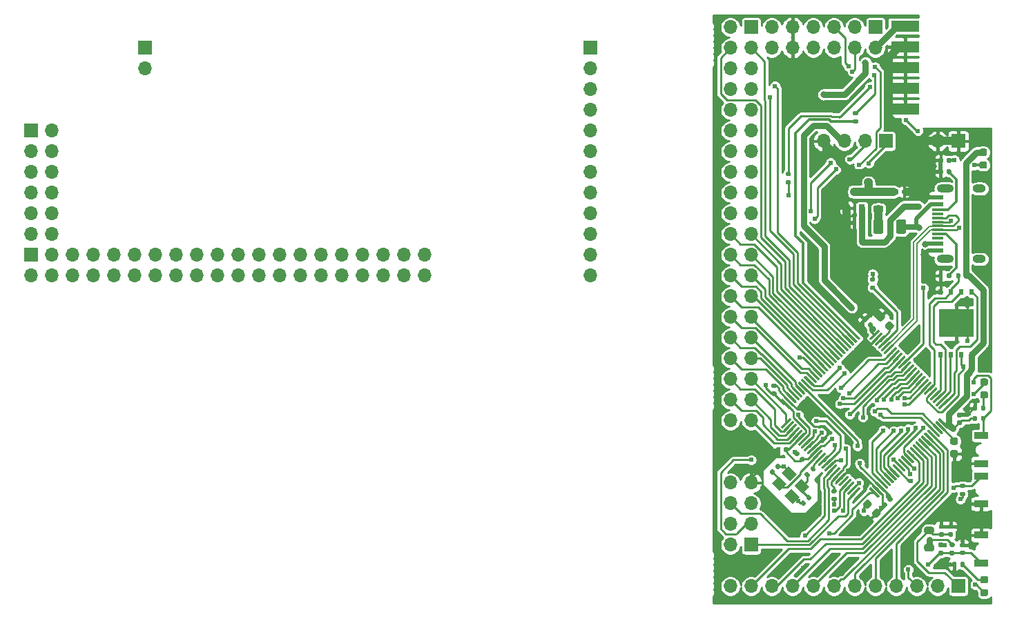
<source format=gbr>
%TF.GenerationSoftware,KiCad,Pcbnew,(5.1.9)-1*%
%TF.CreationDate,2021-03-10T22:07:45+01:00*%
%TF.ProjectId,poly_kb,706f6c79-5f6b-4622-9e6b-696361645f70,rev?*%
%TF.SameCoordinates,Original*%
%TF.FileFunction,Copper,L1,Top*%
%TF.FilePolarity,Positive*%
%FSLAX46Y46*%
G04 Gerber Fmt 4.6, Leading zero omitted, Abs format (unit mm)*
G04 Created by KiCad (PCBNEW (5.1.9)-1) date 2021-03-10 22:07:45*
%MOMM*%
%LPD*%
G01*
G04 APERTURE LIST*
%TA.AperFunction,ComponentPad*%
%ADD10O,1.700000X1.700000*%
%TD*%
%TA.AperFunction,ComponentPad*%
%ADD11R,1.700000X1.700000*%
%TD*%
%TA.AperFunction,SMDPad,CuDef*%
%ADD12R,3.500000X1.400000*%
%TD*%
%TA.AperFunction,SMDPad,CuDef*%
%ADD13R,4.350000X3.450000*%
%TD*%
%TA.AperFunction,SMDPad,CuDef*%
%ADD14R,0.500000X0.750000*%
%TD*%
%TA.AperFunction,SMDPad,CuDef*%
%ADD15C,0.127000*%
%TD*%
%TA.AperFunction,SMDPad,CuDef*%
%ADD16R,0.800000X0.900000*%
%TD*%
%TA.AperFunction,SMDPad,CuDef*%
%ADD17R,1.700000X0.900000*%
%TD*%
%TA.AperFunction,SMDPad,CuDef*%
%ADD18R,1.450000X0.600000*%
%TD*%
%TA.AperFunction,SMDPad,CuDef*%
%ADD19R,1.450000X0.300000*%
%TD*%
%TA.AperFunction,ComponentPad*%
%ADD20O,2.100000X1.000000*%
%TD*%
%TA.AperFunction,ComponentPad*%
%ADD21O,1.600000X1.000000*%
%TD*%
%TA.AperFunction,ViaPad*%
%ADD22C,0.609600*%
%TD*%
%TA.AperFunction,ViaPad*%
%ADD23C,0.800000*%
%TD*%
%TA.AperFunction,Conductor*%
%ADD24C,0.292100*%
%TD*%
%TA.AperFunction,Conductor*%
%ADD25C,0.500000*%
%TD*%
%TA.AperFunction,Conductor*%
%ADD26C,1.000000*%
%TD*%
%TA.AperFunction,Conductor*%
%ADD27C,0.750000*%
%TD*%
%TA.AperFunction,Conductor*%
%ADD28C,0.300000*%
%TD*%
%TA.AperFunction,Conductor*%
%ADD29C,0.200000*%
%TD*%
%TA.AperFunction,Conductor*%
%ADD30C,0.254000*%
%TD*%
%TA.AperFunction,Conductor*%
%ADD31C,0.127000*%
%TD*%
G04 APERTURE END LIST*
D10*
%TO.P,J10,12*%
%TO.N,+5V*%
X445770000Y-184658000D03*
%TO.P,J10,11*%
X443230000Y-184658000D03*
%TO.P,J10,10*%
%TO.N,GND*%
X445770000Y-182118000D03*
%TO.P,J10,9*%
X443230000Y-182118000D03*
%TO.P,J10,8*%
%TO.N,SPI1_SS*%
X445770000Y-179578000D03*
%TO.P,J10,7*%
%TO.N,SPI1_SCK*%
X443230000Y-179578000D03*
%TO.P,J10,6*%
%TO.N,SPI1_MISO*%
X445770000Y-177038000D03*
%TO.P,J10,5*%
%TO.N,SPI1_MOSI*%
X443230000Y-177038000D03*
%TO.P,J10,4*%
%TO.N,SPI1_RESET*%
X445770000Y-174498000D03*
%TO.P,J10,3*%
%TO.N,LED_ARRAY*%
X443230000Y-174498000D03*
%TO.P,J10,2*%
%TO.N,+3V3*%
X445770000Y-171958000D03*
D11*
%TO.P,J10,1*%
%TO.N,SPI3_SS*%
X443230000Y-171958000D03*
%TD*%
D10*
%TO.P,J12,40*%
%TO.N,KCol19*%
X491490000Y-189738000D03*
%TO.P,J12,39*%
%TO.N,KCol18*%
X491490000Y-187198000D03*
%TO.P,J12,38*%
%TO.N,KCol17*%
X488950000Y-189738000D03*
%TO.P,J12,37*%
%TO.N,KCol16*%
X488950000Y-187198000D03*
%TO.P,J12,36*%
%TO.N,KCol15*%
X486410000Y-189738000D03*
%TO.P,J12,35*%
%TO.N,KCol14*%
X486410000Y-187198000D03*
%TO.P,J12,34*%
%TO.N,KCol13*%
X483870000Y-189738000D03*
%TO.P,J12,33*%
%TO.N,KCol12*%
X483870000Y-187198000D03*
%TO.P,J12,32*%
%TO.N,KCol11*%
X481330000Y-189738000D03*
%TO.P,J12,31*%
%TO.N,KCol10*%
X481330000Y-187198000D03*
%TO.P,J12,30*%
%TO.N,KCol9*%
X478790000Y-189738000D03*
%TO.P,J12,29*%
%TO.N,KCol8*%
X478790000Y-187198000D03*
%TO.P,J12,28*%
%TO.N,KCol7*%
X476250000Y-189738000D03*
%TO.P,J12,27*%
%TO.N,KCol6*%
X476250000Y-187198000D03*
%TO.P,J12,26*%
%TO.N,KCol5*%
X473710000Y-189738000D03*
%TO.P,J12,25*%
%TO.N,KCol4*%
X473710000Y-187198000D03*
%TO.P,J12,24*%
%TO.N,KCol3*%
X471170000Y-189738000D03*
%TO.P,J12,23*%
%TO.N,KCol2*%
X471170000Y-187198000D03*
%TO.P,J12,22*%
%TO.N,KCol1*%
X468630000Y-189738000D03*
%TO.P,J12,21*%
%TO.N,KCol0*%
X468630000Y-187198000D03*
%TO.P,J12,20*%
%TO.N,USART6_TX*%
X466090000Y-189738000D03*
%TO.P,J12,19*%
%TO.N,USART6_RX*%
X466090000Y-187198000D03*
%TO.P,J12,18*%
%TO.N,I2C3_SDA*%
X463550000Y-189738000D03*
%TO.P,J12,17*%
%TO.N,I2C3_SCL*%
X463550000Y-187198000D03*
%TO.P,J12,16*%
%TO.N,USART1_TX*%
X461010000Y-189738000D03*
%TO.P,J12,15*%
%TO.N,USART1_RX*%
X461010000Y-187198000D03*
%TO.P,J12,14*%
%TO.N,I2C2_SDA*%
X458470000Y-189738000D03*
%TO.P,J12,13*%
%TO.N,I2C2_SCL*%
X458470000Y-187198000D03*
%TO.P,J12,12*%
%TO.N,PD15*%
X455930000Y-189738000D03*
%TO.P,J12,11*%
%TO.N,PD14*%
X455930000Y-187198000D03*
%TO.P,J12,10*%
%TO.N,PD13*%
X453390000Y-189738000D03*
%TO.P,J12,9*%
%TO.N,PD12*%
X453390000Y-187198000D03*
%TO.P,J12,8*%
%TO.N,PD11*%
X450850000Y-189738000D03*
%TO.P,J12,7*%
%TO.N,PD10*%
X450850000Y-187198000D03*
%TO.P,J12,6*%
%TO.N,PB1*%
X448310000Y-189738000D03*
%TO.P,J12,5*%
%TO.N,PB0*%
X448310000Y-187198000D03*
%TO.P,J12,4*%
%TO.N,SHIFTR_LATCH_CLK*%
X445770000Y-189738000D03*
%TO.P,J12,3*%
%TO.N,SHIFTR_DATA*%
X445770000Y-187198000D03*
%TO.P,J12,2*%
%TO.N,SHIFTR_CLK*%
X443230000Y-189738000D03*
D11*
%TO.P,J12,1*%
%TO.N,SHIFTR_NMASTER_RST*%
X443230000Y-187198000D03*
%TD*%
D10*
%TO.P,J11,12*%
%TO.N,KCol20*%
X511810000Y-189738000D03*
%TO.P,J11,11*%
%TO.N,KRow0*%
X511810000Y-187198000D03*
%TO.P,J11,10*%
%TO.N,KRow1*%
X511810000Y-184658000D03*
%TO.P,J11,9*%
%TO.N,KRow2*%
X511810000Y-182118000D03*
%TO.P,J11,8*%
%TO.N,KRow3*%
X511810000Y-179578000D03*
%TO.P,J11,7*%
%TO.N,KRow4*%
X511810000Y-177038000D03*
%TO.P,J11,6*%
%TO.N,KRow5*%
X511810000Y-174498000D03*
%TO.P,J11,5*%
%TO.N,KRow6*%
X511810000Y-171958000D03*
%TO.P,J11,4*%
%TO.N,KRow7*%
X511810000Y-169418000D03*
%TO.P,J11,3*%
%TO.N,ADC1_IN2*%
X511810000Y-166878000D03*
%TO.P,J11,2*%
%TO.N,ADC1_IN1*%
X511810000Y-164338000D03*
D11*
%TO.P,J11,1*%
%TO.N,+3.3VA*%
X511810000Y-161798000D03*
%TD*%
%TO.P,J9,1*%
%TO.N,GND*%
X457200000Y-161798000D03*
D10*
%TO.P,J9,2*%
X457200000Y-164338000D03*
%TD*%
%TO.P,J8,2*%
%TO.N,GND*%
X554355000Y-173228000D03*
D11*
%TO.P,J8,1*%
X556895000Y-173228000D03*
%TD*%
D10*
%TO.P,J3,12*%
%TO.N,+5V*%
X534035000Y-161798000D03*
%TO.P,J3,11*%
X534035000Y-159258000D03*
%TO.P,J3,10*%
%TO.N,GND*%
X536575000Y-161798000D03*
%TO.P,J3,9*%
X536575000Y-159258000D03*
%TO.P,J3,8*%
%TO.N,SPI1_SS*%
X539115000Y-161798000D03*
%TO.P,J3,7*%
%TO.N,SPI1_SCK*%
X539115000Y-159258000D03*
%TO.P,J3,6*%
%TO.N,SPI1_MISO*%
X541655000Y-161798000D03*
%TO.P,J3,5*%
%TO.N,SPI1_MOSI*%
X541655000Y-159258000D03*
%TO.P,J3,4*%
%TO.N,SPI1_RESET*%
X544195000Y-161798000D03*
%TO.P,J3,3*%
%TO.N,LED_ARRAY*%
X544195000Y-159258000D03*
%TO.P,J3,2*%
%TO.N,+3V3*%
X546735000Y-161798000D03*
D11*
%TO.P,J3,1*%
%TO.N,SPI3_SS*%
X546735000Y-159258000D03*
%TD*%
D12*
%TO.P,J1,9*%
%TO.N,GND*%
X550358000Y-169291000D03*
%TO.P,J1,7*%
X550358000Y-166751000D03*
%TO.P,J1,5*%
X550358000Y-164211000D03*
%TO.P,J1,3*%
X550358000Y-161671000D03*
%TO.P,J1,1*%
%TO.N,+3V3*%
X550358000Y-159131000D03*
%TD*%
%TO.P,R12,2*%
%TO.N,GND*%
%TA.AperFunction,SMDPad,CuDef*%
G36*
G01*
X555029400Y-175405200D02*
X555029400Y-175775200D01*
G75*
G02*
X554894400Y-175910200I-135000J0D01*
G01*
X554624400Y-175910200D01*
G75*
G02*
X554489400Y-175775200I0J135000D01*
G01*
X554489400Y-175405200D01*
G75*
G02*
X554624400Y-175270200I135000J0D01*
G01*
X554894400Y-175270200D01*
G75*
G02*
X555029400Y-175405200I0J-135000D01*
G01*
G37*
%TD.AperFunction*%
%TO.P,R12,1*%
%TO.N,Net-(D3-Pad1)*%
%TA.AperFunction,SMDPad,CuDef*%
G36*
G01*
X556049400Y-175405200D02*
X556049400Y-175775200D01*
G75*
G02*
X555914400Y-175910200I-135000J0D01*
G01*
X555644400Y-175910200D01*
G75*
G02*
X555509400Y-175775200I0J135000D01*
G01*
X555509400Y-175405200D01*
G75*
G02*
X555644400Y-175270200I135000J0D01*
G01*
X555914400Y-175270200D01*
G75*
G02*
X556049400Y-175405200I0J-135000D01*
G01*
G37*
%TD.AperFunction*%
%TD*%
%TO.P,R7,2*%
%TO.N,GND*%
%TA.AperFunction,SMDPad,CuDef*%
G36*
G01*
X559195000Y-205809000D02*
X559195000Y-206179000D01*
G75*
G02*
X559060000Y-206314000I-135000J0D01*
G01*
X558790000Y-206314000D01*
G75*
G02*
X558655000Y-206179000I0J135000D01*
G01*
X558655000Y-205809000D01*
G75*
G02*
X558790000Y-205674000I135000J0D01*
G01*
X559060000Y-205674000D01*
G75*
G02*
X559195000Y-205809000I0J-135000D01*
G01*
G37*
%TD.AperFunction*%
%TO.P,R7,1*%
%TO.N,Net-(D2-Pad1)*%
%TA.AperFunction,SMDPad,CuDef*%
G36*
G01*
X560215000Y-205809000D02*
X560215000Y-206179000D01*
G75*
G02*
X560080000Y-206314000I-135000J0D01*
G01*
X559810000Y-206314000D01*
G75*
G02*
X559675000Y-206179000I0J135000D01*
G01*
X559675000Y-205809000D01*
G75*
G02*
X559810000Y-205674000I135000J0D01*
G01*
X560080000Y-205674000D01*
G75*
G02*
X560215000Y-205809000I0J-135000D01*
G01*
G37*
%TD.AperFunction*%
%TD*%
%TO.P,R6,2*%
%TO.N,GND*%
%TA.AperFunction,SMDPad,CuDef*%
G36*
G01*
X556655000Y-224986000D02*
X556655000Y-225356000D01*
G75*
G02*
X556520000Y-225491000I-135000J0D01*
G01*
X556250000Y-225491000D01*
G75*
G02*
X556115000Y-225356000I0J135000D01*
G01*
X556115000Y-224986000D01*
G75*
G02*
X556250000Y-224851000I135000J0D01*
G01*
X556520000Y-224851000D01*
G75*
G02*
X556655000Y-224986000I0J-135000D01*
G01*
G37*
%TD.AperFunction*%
%TO.P,R6,1*%
%TO.N,Net-(D1-Pad1)*%
%TA.AperFunction,SMDPad,CuDef*%
G36*
G01*
X557675000Y-224986000D02*
X557675000Y-225356000D01*
G75*
G02*
X557540000Y-225491000I-135000J0D01*
G01*
X557270000Y-225491000D01*
G75*
G02*
X557135000Y-225356000I0J135000D01*
G01*
X557135000Y-224986000D01*
G75*
G02*
X557270000Y-224851000I135000J0D01*
G01*
X557540000Y-224851000D01*
G75*
G02*
X557675000Y-224986000I0J-135000D01*
G01*
G37*
%TD.AperFunction*%
%TD*%
%TO.P,R3,2*%
%TO.N,BOOT1*%
%TA.AperFunction,SMDPad,CuDef*%
G36*
G01*
X559675000Y-207449000D02*
X559675000Y-207079000D01*
G75*
G02*
X559810000Y-206944000I135000J0D01*
G01*
X560080000Y-206944000D01*
G75*
G02*
X560215000Y-207079000I0J-135000D01*
G01*
X560215000Y-207449000D01*
G75*
G02*
X560080000Y-207584000I-135000J0D01*
G01*
X559810000Y-207584000D01*
G75*
G02*
X559675000Y-207449000I0J135000D01*
G01*
G37*
%TD.AperFunction*%
%TO.P,R3,1*%
%TO.N,+3V3*%
%TA.AperFunction,SMDPad,CuDef*%
G36*
G01*
X558655000Y-207449000D02*
X558655000Y-207079000D01*
G75*
G02*
X558790000Y-206944000I135000J0D01*
G01*
X559060000Y-206944000D01*
G75*
G02*
X559195000Y-207079000I0J-135000D01*
G01*
X559195000Y-207449000D01*
G75*
G02*
X559060000Y-207584000I-135000J0D01*
G01*
X558790000Y-207584000D01*
G75*
G02*
X558655000Y-207449000I0J135000D01*
G01*
G37*
%TD.AperFunction*%
%TD*%
%TO.P,R1,2*%
%TO.N,BOOT0*%
%TA.AperFunction,SMDPad,CuDef*%
G36*
G01*
X557588000Y-215787000D02*
X557218000Y-215787000D01*
G75*
G02*
X557083000Y-215652000I0J135000D01*
G01*
X557083000Y-215382000D01*
G75*
G02*
X557218000Y-215247000I135000J0D01*
G01*
X557588000Y-215247000D01*
G75*
G02*
X557723000Y-215382000I0J-135000D01*
G01*
X557723000Y-215652000D01*
G75*
G02*
X557588000Y-215787000I-135000J0D01*
G01*
G37*
%TD.AperFunction*%
%TO.P,R1,1*%
%TO.N,+3V3*%
%TA.AperFunction,SMDPad,CuDef*%
G36*
G01*
X557588000Y-216807000D02*
X557218000Y-216807000D01*
G75*
G02*
X557083000Y-216672000I0J135000D01*
G01*
X557083000Y-216402000D01*
G75*
G02*
X557218000Y-216267000I135000J0D01*
G01*
X557588000Y-216267000D01*
G75*
G02*
X557723000Y-216402000I0J-135000D01*
G01*
X557723000Y-216672000D01*
G75*
G02*
X557588000Y-216807000I-135000J0D01*
G01*
G37*
%TD.AperFunction*%
%TD*%
D13*
%TO.P,U3,9*%
%TO.N,GND*%
X556641000Y-195580000D03*
D14*
%TO.P,U3,5*%
%TO.N,SPI2_MOSI*%
X554741000Y-199410000D03*
%TO.P,U3,6*%
%TO.N,SPI2_SCK*%
X556011000Y-199410000D03*
%TO.P,U3,8*%
%TO.N,+3V3*%
X558551000Y-199410000D03*
%TO.P,U3,7*%
%TO.N,FLASH_NHOLD*%
X557281000Y-199410000D03*
%TO.P,U3,1*%
%TO.N,SPI2_SS*%
X558551000Y-191740000D03*
%TO.P,U3,2*%
%TO.N,SPI2_MISO*%
X557281000Y-191740000D03*
%TO.P,U3,4*%
%TO.N,GND*%
X554741000Y-191740000D03*
%TO.P,U3,3*%
%TO.N,FLASH_NWP*%
X556011000Y-191740000D03*
%TD*%
%TO.P,R13,2*%
%TO.N,Net-(C17-Pad1)*%
%TA.AperFunction,SMDPad,CuDef*%
G36*
G01*
X538408080Y-213856091D02*
X538669709Y-214117720D01*
G75*
G02*
X538669709Y-214308638I-95459J-95459D01*
G01*
X538478790Y-214499557D01*
G75*
G02*
X538287872Y-214499557I-95459J95459D01*
G01*
X538026243Y-214237928D01*
G75*
G02*
X538026243Y-214047010I95459J95459D01*
G01*
X538217162Y-213856091D01*
G75*
G02*
X538408080Y-213856091I95459J-95459D01*
G01*
G37*
%TD.AperFunction*%
%TO.P,R13,1*%
%TO.N,HSE_OUT*%
%TA.AperFunction,SMDPad,CuDef*%
G36*
G01*
X539129328Y-213134843D02*
X539390957Y-213396472D01*
G75*
G02*
X539390957Y-213587390I-95459J-95459D01*
G01*
X539200038Y-213778309D01*
G75*
G02*
X539009120Y-213778309I-95459J95459D01*
G01*
X538747491Y-213516680D01*
G75*
G02*
X538747491Y-213325762I95459J95459D01*
G01*
X538938410Y-213134843D01*
G75*
G02*
X539129328Y-213134843I95459J-95459D01*
G01*
G37*
%TD.AperFunction*%
%TD*%
%TO.P,C16,2*%
%TO.N,GND*%
%TA.AperFunction,SMDPad,CuDef*%
G36*
G01*
X534677629Y-213465787D02*
X534437213Y-213225371D01*
G75*
G02*
X534437213Y-213027381I98995J98995D01*
G01*
X534635203Y-212829391D01*
G75*
G02*
X534833193Y-212829391I98995J-98995D01*
G01*
X535073609Y-213069807D01*
G75*
G02*
X535073609Y-213267797I-98995J-98995D01*
G01*
X534875619Y-213465787D01*
G75*
G02*
X534677629Y-213465787I-98995J98995D01*
G01*
G37*
%TD.AperFunction*%
%TO.P,C16,1*%
%TO.N,HSE_IN*%
%TA.AperFunction,SMDPad,CuDef*%
G36*
G01*
X533998807Y-214144609D02*
X533758391Y-213904193D01*
G75*
G02*
X533758391Y-213706203I98995J98995D01*
G01*
X533956381Y-213508213D01*
G75*
G02*
X534154371Y-213508213I98995J-98995D01*
G01*
X534394787Y-213748629D01*
G75*
G02*
X534394787Y-213946619I-98995J-98995D01*
G01*
X534196797Y-214144609D01*
G75*
G02*
X533998807Y-214144609I-98995J98995D01*
G01*
G37*
%TD.AperFunction*%
%TD*%
%TA.AperFunction,SMDPad,CuDef*%
D15*
%TO.P,Y1,4*%
%TO.N,GND*%
G36*
X535224984Y-213942431D02*
G01*
X536073512Y-213093903D01*
X537063462Y-214083853D01*
X536214934Y-214932381D01*
X535224984Y-213942431D01*
G37*
%TD.AperFunction*%
%TA.AperFunction,SMDPad,CuDef*%
%TO.P,Y1,3*%
%TO.N,Net-(C17-Pad1)*%
G36*
X536780619Y-215498066D02*
G01*
X537629147Y-214649538D01*
X538619097Y-215639488D01*
X537770569Y-216488016D01*
X536780619Y-215498066D01*
G37*
%TD.AperFunction*%
%TA.AperFunction,SMDPad,CuDef*%
%TO.P,Y1,2*%
%TO.N,GND*%
G36*
X535578538Y-216700147D02*
G01*
X536427066Y-215851619D01*
X537417016Y-216841569D01*
X536568488Y-217690097D01*
X535578538Y-216700147D01*
G37*
%TD.AperFunction*%
%TA.AperFunction,SMDPad,CuDef*%
%TO.P,Y1,1*%
%TO.N,HSE_IN*%
G36*
X534022903Y-215144512D02*
G01*
X534871431Y-214295984D01*
X535861381Y-215285934D01*
X535012853Y-216134462D01*
X534022903Y-215144512D01*
G37*
%TD.AperFunction*%
%TD*%
D16*
%TO.P,U1,3*%
%TO.N,+5V*%
X544118800Y-179441600D03*
%TO.P,U1,2*%
%TO.N,+3V3*%
X545068800Y-181441600D03*
%TO.P,U1,1*%
%TO.N,GND*%
X543168800Y-181441600D03*
%TD*%
D17*
%TO.P,SW3,2*%
%TO.N,NRST*%
X559689000Y-224966000D03*
%TO.P,SW3,1*%
%TO.N,GND*%
X559689000Y-221566000D03*
%TD*%
%TO.P,SW2,2*%
%TO.N,GND*%
X559689000Y-212774000D03*
%TO.P,SW2,1*%
%TO.N,BOOT1*%
X559689000Y-209374000D03*
%TD*%
%TO.P,SW1,2*%
%TO.N,GND*%
X559689000Y-217727000D03*
%TO.P,SW1,1*%
%TO.N,BOOT0*%
X559689000Y-214327000D03*
%TD*%
%TO.P,R4,2*%
%TO.N,Net-(J1-Pad2)*%
%TA.AperFunction,SMDPad,CuDef*%
G36*
G01*
X546564400Y-190463200D02*
X546194400Y-190463200D01*
G75*
G02*
X546059400Y-190328200I0J135000D01*
G01*
X546059400Y-190058200D01*
G75*
G02*
X546194400Y-189923200I135000J0D01*
G01*
X546564400Y-189923200D01*
G75*
G02*
X546699400Y-190058200I0J-135000D01*
G01*
X546699400Y-190328200D01*
G75*
G02*
X546564400Y-190463200I-135000J0D01*
G01*
G37*
%TD.AperFunction*%
%TO.P,R4,1*%
%TO.N,SWDIO*%
%TA.AperFunction,SMDPad,CuDef*%
G36*
G01*
X546564400Y-191483200D02*
X546194400Y-191483200D01*
G75*
G02*
X546059400Y-191348200I0J135000D01*
G01*
X546059400Y-191078200D01*
G75*
G02*
X546194400Y-190943200I135000J0D01*
G01*
X546564400Y-190943200D01*
G75*
G02*
X546699400Y-191078200I0J-135000D01*
G01*
X546699400Y-191348200D01*
G75*
G02*
X546564400Y-191483200I-135000J0D01*
G01*
G37*
%TD.AperFunction*%
%TD*%
%TO.P,R15,2*%
%TO.N,FLASH_NHOLD*%
%TA.AperFunction,SMDPad,CuDef*%
G36*
G01*
X557796000Y-200729000D02*
X557796000Y-201099000D01*
G75*
G02*
X557661000Y-201234000I-135000J0D01*
G01*
X557391000Y-201234000D01*
G75*
G02*
X557256000Y-201099000I0J135000D01*
G01*
X557256000Y-200729000D01*
G75*
G02*
X557391000Y-200594000I135000J0D01*
G01*
X557661000Y-200594000D01*
G75*
G02*
X557796000Y-200729000I0J-135000D01*
G01*
G37*
%TD.AperFunction*%
%TO.P,R15,1*%
%TO.N,+3V3*%
%TA.AperFunction,SMDPad,CuDef*%
G36*
G01*
X558816000Y-200729000D02*
X558816000Y-201099000D01*
G75*
G02*
X558681000Y-201234000I-135000J0D01*
G01*
X558411000Y-201234000D01*
G75*
G02*
X558276000Y-201099000I0J135000D01*
G01*
X558276000Y-200729000D01*
G75*
G02*
X558411000Y-200594000I135000J0D01*
G01*
X558681000Y-200594000D01*
G75*
G02*
X558816000Y-200729000I0J-135000D01*
G01*
G37*
%TD.AperFunction*%
%TD*%
%TO.P,R14,2*%
%TO.N,FLASH_NWP*%
%TA.AperFunction,SMDPad,CuDef*%
G36*
G01*
X557163000Y-189553000D02*
X557163000Y-189923000D01*
G75*
G02*
X557028000Y-190058000I-135000J0D01*
G01*
X556758000Y-190058000D01*
G75*
G02*
X556623000Y-189923000I0J135000D01*
G01*
X556623000Y-189553000D01*
G75*
G02*
X556758000Y-189418000I135000J0D01*
G01*
X557028000Y-189418000D01*
G75*
G02*
X557163000Y-189553000I0J-135000D01*
G01*
G37*
%TD.AperFunction*%
%TO.P,R14,1*%
%TO.N,+3V3*%
%TA.AperFunction,SMDPad,CuDef*%
G36*
G01*
X558183000Y-189553000D02*
X558183000Y-189923000D01*
G75*
G02*
X558048000Y-190058000I-135000J0D01*
G01*
X557778000Y-190058000D01*
G75*
G02*
X557643000Y-189923000I0J135000D01*
G01*
X557643000Y-189553000D01*
G75*
G02*
X557778000Y-189418000I135000J0D01*
G01*
X558048000Y-189418000D01*
G75*
G02*
X558183000Y-189553000I0J-135000D01*
G01*
G37*
%TD.AperFunction*%
%TD*%
%TO.P,R11,2*%
%TO.N,Net-(J2-PadB5)*%
%TA.AperFunction,SMDPad,CuDef*%
G36*
G01*
X555484000Y-177172200D02*
X555484000Y-176802200D01*
G75*
G02*
X555619000Y-176667200I135000J0D01*
G01*
X555889000Y-176667200D01*
G75*
G02*
X556024000Y-176802200I0J-135000D01*
G01*
X556024000Y-177172200D01*
G75*
G02*
X555889000Y-177307200I-135000J0D01*
G01*
X555619000Y-177307200D01*
G75*
G02*
X555484000Y-177172200I0J135000D01*
G01*
G37*
%TD.AperFunction*%
%TO.P,R11,1*%
%TO.N,GND*%
%TA.AperFunction,SMDPad,CuDef*%
G36*
G01*
X554464000Y-177172200D02*
X554464000Y-176802200D01*
G75*
G02*
X554599000Y-176667200I135000J0D01*
G01*
X554869000Y-176667200D01*
G75*
G02*
X555004000Y-176802200I0J-135000D01*
G01*
X555004000Y-177172200D01*
G75*
G02*
X554869000Y-177307200I-135000J0D01*
G01*
X554599000Y-177307200D01*
G75*
G02*
X554464000Y-177172200I0J135000D01*
G01*
G37*
%TD.AperFunction*%
%TD*%
%TO.P,R2,2*%
%TO.N,NRST*%
%TA.AperFunction,SMDPad,CuDef*%
G36*
G01*
X555948000Y-223506000D02*
X556318000Y-223506000D01*
G75*
G02*
X556453000Y-223641000I0J-135000D01*
G01*
X556453000Y-223911000D01*
G75*
G02*
X556318000Y-224046000I-135000J0D01*
G01*
X555948000Y-224046000D01*
G75*
G02*
X555813000Y-223911000I0J135000D01*
G01*
X555813000Y-223641000D01*
G75*
G02*
X555948000Y-223506000I135000J0D01*
G01*
G37*
%TD.AperFunction*%
%TO.P,R2,1*%
%TO.N,+3V3*%
%TA.AperFunction,SMDPad,CuDef*%
G36*
G01*
X555948000Y-222486000D02*
X556318000Y-222486000D01*
G75*
G02*
X556453000Y-222621000I0J-135000D01*
G01*
X556453000Y-222891000D01*
G75*
G02*
X556318000Y-223026000I-135000J0D01*
G01*
X555948000Y-223026000D01*
G75*
G02*
X555813000Y-222891000I0J135000D01*
G01*
X555813000Y-222621000D01*
G75*
G02*
X555948000Y-222486000I135000J0D01*
G01*
G37*
%TD.AperFunction*%
%TD*%
D10*
%TO.P,J5,8*%
%TO.N,USART2_RX*%
X528955000Y-215138000D03*
%TO.P,J5,7*%
%TO.N,GND*%
X531495000Y-215138000D03*
%TO.P,J5,6*%
%TO.N,ESP01_EN*%
X528955000Y-217678000D03*
%TO.P,J5,5*%
%TO.N,ESP01_IO2*%
X531495000Y-217678000D03*
%TO.P,J5,4*%
%TO.N,ESP01_RST*%
X528955000Y-220218000D03*
%TO.P,J5,3*%
%TO.N,ESP01_IO0*%
X531495000Y-220218000D03*
%TO.P,J5,2*%
%TO.N,+3V3*%
X528955000Y-222758000D03*
D11*
%TO.P,J5,1*%
%TO.N,USART2_TX*%
X531495000Y-222758000D03*
%TD*%
D10*
%TO.P,J6,4*%
%TO.N,GND*%
X540385000Y-173228000D03*
%TO.P,J6,3*%
%TO.N,+3V3*%
X542925000Y-173228000D03*
%TO.P,J6,2*%
%TO.N,I2C1_SCL*%
X545465000Y-173228000D03*
D11*
%TO.P,J6,1*%
%TO.N,I2C1_SDA*%
X548005000Y-173228000D03*
%TD*%
D18*
%TO.P,J2,B1*%
%TO.N,GND*%
X554374000Y-180138000D03*
%TO.P,J2,A9*%
%TO.N,VCC*%
X554374000Y-180938000D03*
%TO.P,J2,B9*%
X554374000Y-185838000D03*
%TO.P,J2,B12*%
%TO.N,GND*%
X554374000Y-186638000D03*
%TO.P,J2,A1*%
X554374000Y-186638000D03*
%TO.P,J2,A4*%
%TO.N,VCC*%
X554374000Y-185838000D03*
%TO.P,J2,B4*%
X554374000Y-180938000D03*
%TO.P,J2,A12*%
%TO.N,GND*%
X554374000Y-180138000D03*
D19*
%TO.P,J2,B8*%
%TO.N,N/C*%
X554374000Y-185138000D03*
%TO.P,J2,A5*%
%TO.N,Net-(J2-PadA5)*%
X554374000Y-184638000D03*
%TO.P,J2,B7*%
%TO.N,USB_D-*%
X554374000Y-184138000D03*
%TO.P,J2,A7*%
X554374000Y-183138000D03*
%TO.P,J2,B6*%
%TO.N,USB_D+*%
X554374000Y-182638000D03*
%TO.P,J2,A8*%
%TO.N,N/C*%
X554374000Y-182138000D03*
%TO.P,J2,B5*%
%TO.N,Net-(J2-PadB5)*%
X554374000Y-181638000D03*
%TO.P,J2,A6*%
%TO.N,USB_D+*%
X554374000Y-183638000D03*
D20*
%TO.P,J2,S1*%
%TO.N,Net-(J2-PadS1)*%
X555289000Y-179068000D03*
X555289000Y-187708000D03*
D21*
X559469000Y-187708000D03*
X559469000Y-179068000D03*
%TD*%
%TO.P,FB1,2*%
%TO.N,Net-(F1-Pad1)*%
%TA.AperFunction,SMDPad,CuDef*%
G36*
G01*
X546709350Y-181117400D02*
X547471850Y-181117400D01*
G75*
G02*
X547690600Y-181336150I0J-218750D01*
G01*
X547690600Y-181773650D01*
G75*
G02*
X547471850Y-181992400I-218750J0D01*
G01*
X546709350Y-181992400D01*
G75*
G02*
X546490600Y-181773650I0J218750D01*
G01*
X546490600Y-181336150D01*
G75*
G02*
X546709350Y-181117400I218750J0D01*
G01*
G37*
%TD.AperFunction*%
%TO.P,FB1,1*%
%TO.N,+5V*%
%TA.AperFunction,SMDPad,CuDef*%
G36*
G01*
X546709350Y-178992400D02*
X547471850Y-178992400D01*
G75*
G02*
X547690600Y-179211150I0J-218750D01*
G01*
X547690600Y-179648650D01*
G75*
G02*
X547471850Y-179867400I-218750J0D01*
G01*
X546709350Y-179867400D01*
G75*
G02*
X546490600Y-179648650I0J218750D01*
G01*
X546490600Y-179211150D01*
G75*
G02*
X546709350Y-178992400I218750J0D01*
G01*
G37*
%TD.AperFunction*%
%TD*%
%TO.P,D3,2*%
%TO.N,+3V3*%
%TA.AperFunction,SMDPad,CuDef*%
G36*
G01*
X560199250Y-175037000D02*
X559686750Y-175037000D01*
G75*
G02*
X559468000Y-174818250I0J218750D01*
G01*
X559468000Y-174380750D01*
G75*
G02*
X559686750Y-174162000I218750J0D01*
G01*
X560199250Y-174162000D01*
G75*
G02*
X560418000Y-174380750I0J-218750D01*
G01*
X560418000Y-174818250D01*
G75*
G02*
X560199250Y-175037000I-218750J0D01*
G01*
G37*
%TD.AperFunction*%
%TO.P,D3,1*%
%TO.N,Net-(D3-Pad1)*%
%TA.AperFunction,SMDPad,CuDef*%
G36*
G01*
X560199250Y-176612000D02*
X559686750Y-176612000D01*
G75*
G02*
X559468000Y-176393250I0J218750D01*
G01*
X559468000Y-175955750D01*
G75*
G02*
X559686750Y-175737000I218750J0D01*
G01*
X560199250Y-175737000D01*
G75*
G02*
X560418000Y-175955750I0J-218750D01*
G01*
X560418000Y-176393250D01*
G75*
G02*
X560199250Y-176612000I-218750J0D01*
G01*
G37*
%TD.AperFunction*%
%TD*%
%TO.P,D2,2*%
%TO.N,LED_STATUS*%
%TA.AperFunction,SMDPad,CuDef*%
G36*
G01*
X560326250Y-203231000D02*
X559813750Y-203231000D01*
G75*
G02*
X559595000Y-203012250I0J218750D01*
G01*
X559595000Y-202574750D01*
G75*
G02*
X559813750Y-202356000I218750J0D01*
G01*
X560326250Y-202356000D01*
G75*
G02*
X560545000Y-202574750I0J-218750D01*
G01*
X560545000Y-203012250D01*
G75*
G02*
X560326250Y-203231000I-218750J0D01*
G01*
G37*
%TD.AperFunction*%
%TO.P,D2,1*%
%TO.N,Net-(D2-Pad1)*%
%TA.AperFunction,SMDPad,CuDef*%
G36*
G01*
X560326250Y-204806000D02*
X559813750Y-204806000D01*
G75*
G02*
X559595000Y-204587250I0J218750D01*
G01*
X559595000Y-204149750D01*
G75*
G02*
X559813750Y-203931000I218750J0D01*
G01*
X560326250Y-203931000D01*
G75*
G02*
X560545000Y-204149750I0J-218750D01*
G01*
X560545000Y-204587250D01*
G75*
G02*
X560326250Y-204806000I-218750J0D01*
G01*
G37*
%TD.AperFunction*%
%TD*%
%TO.P,D1,2*%
%TO.N,RESET_INDICATOR*%
%TA.AperFunction,SMDPad,CuDef*%
G36*
G01*
X559813750Y-228188000D02*
X560326250Y-228188000D01*
G75*
G02*
X560545000Y-228406750I0J-218750D01*
G01*
X560545000Y-228844250D01*
G75*
G02*
X560326250Y-229063000I-218750J0D01*
G01*
X559813750Y-229063000D01*
G75*
G02*
X559595000Y-228844250I0J218750D01*
G01*
X559595000Y-228406750D01*
G75*
G02*
X559813750Y-228188000I218750J0D01*
G01*
G37*
%TD.AperFunction*%
%TO.P,D1,1*%
%TO.N,Net-(D1-Pad1)*%
%TA.AperFunction,SMDPad,CuDef*%
G36*
G01*
X559813750Y-226613000D02*
X560326250Y-226613000D01*
G75*
G02*
X560545000Y-226831750I0J-218750D01*
G01*
X560545000Y-227269250D01*
G75*
G02*
X560326250Y-227488000I-218750J0D01*
G01*
X559813750Y-227488000D01*
G75*
G02*
X559595000Y-227269250I0J218750D01*
G01*
X559595000Y-226831750D01*
G75*
G02*
X559813750Y-226613000I218750J0D01*
G01*
G37*
%TD.AperFunction*%
%TD*%
%TO.P,C1,2*%
%TO.N,GND*%
%TA.AperFunction,SMDPad,CuDef*%
G36*
G01*
X557573000Y-223066000D02*
X557233000Y-223066000D01*
G75*
G02*
X557093000Y-222926000I0J140000D01*
G01*
X557093000Y-222646000D01*
G75*
G02*
X557233000Y-222506000I140000J0D01*
G01*
X557573000Y-222506000D01*
G75*
G02*
X557713000Y-222646000I0J-140000D01*
G01*
X557713000Y-222926000D01*
G75*
G02*
X557573000Y-223066000I-140000J0D01*
G01*
G37*
%TD.AperFunction*%
%TO.P,C1,1*%
%TO.N,NRST*%
%TA.AperFunction,SMDPad,CuDef*%
G36*
G01*
X557573000Y-224026000D02*
X557233000Y-224026000D01*
G75*
G02*
X557093000Y-223886000I0J140000D01*
G01*
X557093000Y-223606000D01*
G75*
G02*
X557233000Y-223466000I140000J0D01*
G01*
X557573000Y-223466000D01*
G75*
G02*
X557713000Y-223606000I0J-140000D01*
G01*
X557713000Y-223886000D01*
G75*
G02*
X557573000Y-224026000I-140000J0D01*
G01*
G37*
%TD.AperFunction*%
%TD*%
%TO.P,C3,2*%
%TO.N,GND*%
%TA.AperFunction,SMDPad,CuDef*%
G36*
G01*
X544401400Y-183065600D02*
X544401400Y-183405600D01*
G75*
G02*
X544261400Y-183545600I-140000J0D01*
G01*
X543981400Y-183545600D01*
G75*
G02*
X543841400Y-183405600I0J140000D01*
G01*
X543841400Y-183065600D01*
G75*
G02*
X543981400Y-182925600I140000J0D01*
G01*
X544261400Y-182925600D01*
G75*
G02*
X544401400Y-183065600I0J-140000D01*
G01*
G37*
%TD.AperFunction*%
%TO.P,C3,1*%
%TO.N,+3V3*%
%TA.AperFunction,SMDPad,CuDef*%
G36*
G01*
X545361400Y-183065600D02*
X545361400Y-183405600D01*
G75*
G02*
X545221400Y-183545600I-140000J0D01*
G01*
X544941400Y-183545600D01*
G75*
G02*
X544801400Y-183405600I0J140000D01*
G01*
X544801400Y-183065600D01*
G75*
G02*
X544941400Y-182925600I140000J0D01*
G01*
X545221400Y-182925600D01*
G75*
G02*
X545361400Y-183065600I0J-140000D01*
G01*
G37*
%TD.AperFunction*%
%TD*%
%TO.P,C2,2*%
%TO.N,GND*%
%TA.AperFunction,SMDPad,CuDef*%
G36*
G01*
X549983000Y-179621000D02*
X549983000Y-179281000D01*
G75*
G02*
X550123000Y-179141000I140000J0D01*
G01*
X550403000Y-179141000D01*
G75*
G02*
X550543000Y-179281000I0J-140000D01*
G01*
X550543000Y-179621000D01*
G75*
G02*
X550403000Y-179761000I-140000J0D01*
G01*
X550123000Y-179761000D01*
G75*
G02*
X549983000Y-179621000I0J140000D01*
G01*
G37*
%TD.AperFunction*%
%TO.P,C2,1*%
%TO.N,+5V*%
%TA.AperFunction,SMDPad,CuDef*%
G36*
G01*
X549023000Y-179621000D02*
X549023000Y-179281000D01*
G75*
G02*
X549163000Y-179141000I140000J0D01*
G01*
X549443000Y-179141000D01*
G75*
G02*
X549583000Y-179281000I0J-140000D01*
G01*
X549583000Y-179621000D01*
G75*
G02*
X549443000Y-179761000I-140000J0D01*
G01*
X549163000Y-179761000D01*
G75*
G02*
X549023000Y-179621000I0J140000D01*
G01*
G37*
%TD.AperFunction*%
%TD*%
%TO.P,C15,2*%
%TO.N,GND*%
%TA.AperFunction,SMDPad,CuDef*%
G36*
G01*
X547850367Y-194944813D02*
X547496813Y-195298367D01*
G75*
G02*
X547178615Y-195298367I-159099J159099D01*
G01*
X546860417Y-194980169D01*
G75*
G02*
X546860417Y-194661971I159099J159099D01*
G01*
X547213971Y-194308417D01*
G75*
G02*
X547532169Y-194308417I159099J-159099D01*
G01*
X547850367Y-194626615D01*
G75*
G02*
X547850367Y-194944813I-159099J-159099D01*
G01*
G37*
%TD.AperFunction*%
%TO.P,C15,1*%
%TO.N,Net-(C15-Pad1)*%
%TA.AperFunction,SMDPad,CuDef*%
G36*
G01*
X548946383Y-196040829D02*
X548592829Y-196394383D01*
G75*
G02*
X548274631Y-196394383I-159099J159099D01*
G01*
X547956433Y-196076185D01*
G75*
G02*
X547956433Y-195757987I159099J159099D01*
G01*
X548309987Y-195404433D01*
G75*
G02*
X548628185Y-195404433I159099J-159099D01*
G01*
X548946383Y-195722631D01*
G75*
G02*
X548946383Y-196040829I-159099J-159099D01*
G01*
G37*
%TD.AperFunction*%
%TD*%
%TO.P,C14,2*%
%TO.N,GND*%
%TA.AperFunction,SMDPad,CuDef*%
G36*
G01*
X556137000Y-211145000D02*
X556637000Y-211145000D01*
G75*
G02*
X556862000Y-211370000I0J-225000D01*
G01*
X556862000Y-211820000D01*
G75*
G02*
X556637000Y-212045000I-225000J0D01*
G01*
X556137000Y-212045000D01*
G75*
G02*
X555912000Y-211820000I0J225000D01*
G01*
X555912000Y-211370000D01*
G75*
G02*
X556137000Y-211145000I225000J0D01*
G01*
G37*
%TD.AperFunction*%
%TO.P,C14,1*%
%TO.N,Net-(C14-Pad1)*%
%TA.AperFunction,SMDPad,CuDef*%
G36*
G01*
X556137000Y-209595000D02*
X556637000Y-209595000D01*
G75*
G02*
X556862000Y-209820000I0J-225000D01*
G01*
X556862000Y-210270000D01*
G75*
G02*
X556637000Y-210495000I-225000J0D01*
G01*
X556137000Y-210495000D01*
G75*
G02*
X555912000Y-210270000I0J225000D01*
G01*
X555912000Y-209820000D01*
G75*
G02*
X556137000Y-209595000I225000J0D01*
G01*
G37*
%TD.AperFunction*%
%TD*%
%TO.P,C13,2*%
%TO.N,GND*%
%TA.AperFunction,SMDPad,CuDef*%
G36*
G01*
X534459000Y-203533400D02*
X534119000Y-203533400D01*
G75*
G02*
X533979000Y-203393400I0J140000D01*
G01*
X533979000Y-203113400D01*
G75*
G02*
X534119000Y-202973400I140000J0D01*
G01*
X534459000Y-202973400D01*
G75*
G02*
X534599000Y-203113400I0J-140000D01*
G01*
X534599000Y-203393400D01*
G75*
G02*
X534459000Y-203533400I-140000J0D01*
G01*
G37*
%TD.AperFunction*%
%TO.P,C13,1*%
%TO.N,+3V3*%
%TA.AperFunction,SMDPad,CuDef*%
G36*
G01*
X534459000Y-204493400D02*
X534119000Y-204493400D01*
G75*
G02*
X533979000Y-204353400I0J140000D01*
G01*
X533979000Y-204073400D01*
G75*
G02*
X534119000Y-203933400I140000J0D01*
G01*
X534459000Y-203933400D01*
G75*
G02*
X534599000Y-204073400I0J-140000D01*
G01*
X534599000Y-204353400D01*
G75*
G02*
X534459000Y-204493400I-140000J0D01*
G01*
G37*
%TD.AperFunction*%
%TD*%
%TO.P,C12,2*%
%TO.N,GND*%
%TA.AperFunction,SMDPad,CuDef*%
G36*
G01*
X545748587Y-195191371D02*
X545508171Y-195431787D01*
G75*
G02*
X545310181Y-195431787I-98995J98995D01*
G01*
X545112191Y-195233797D01*
G75*
G02*
X545112191Y-195035807I98995J98995D01*
G01*
X545352607Y-194795391D01*
G75*
G02*
X545550597Y-194795391I98995J-98995D01*
G01*
X545748587Y-194993381D01*
G75*
G02*
X545748587Y-195191371I-98995J-98995D01*
G01*
G37*
%TD.AperFunction*%
%TO.P,C12,1*%
%TO.N,+3V3*%
%TA.AperFunction,SMDPad,CuDef*%
G36*
G01*
X546427409Y-195870193D02*
X546186993Y-196110609D01*
G75*
G02*
X545989003Y-196110609I-98995J98995D01*
G01*
X545791013Y-195912619D01*
G75*
G02*
X545791013Y-195714629I98995J98995D01*
G01*
X546031429Y-195474213D01*
G75*
G02*
X546229419Y-195474213I98995J-98995D01*
G01*
X546427409Y-195672203D01*
G75*
G02*
X546427409Y-195870193I-98995J-98995D01*
G01*
G37*
%TD.AperFunction*%
%TD*%
%TO.P,C5,2*%
%TO.N,GND*%
%TA.AperFunction,SMDPad,CuDef*%
G36*
G01*
X554982200Y-220805400D02*
X554642200Y-220805400D01*
G75*
G02*
X554502200Y-220665400I0J140000D01*
G01*
X554502200Y-220385400D01*
G75*
G02*
X554642200Y-220245400I140000J0D01*
G01*
X554982200Y-220245400D01*
G75*
G02*
X555122200Y-220385400I0J-140000D01*
G01*
X555122200Y-220665400D01*
G75*
G02*
X554982200Y-220805400I-140000J0D01*
G01*
G37*
%TD.AperFunction*%
%TO.P,C5,1*%
%TO.N,+3.3VA*%
%TA.AperFunction,SMDPad,CuDef*%
G36*
G01*
X554982200Y-221765400D02*
X554642200Y-221765400D01*
G75*
G02*
X554502200Y-221625400I0J140000D01*
G01*
X554502200Y-221345400D01*
G75*
G02*
X554642200Y-221205400I140000J0D01*
G01*
X554982200Y-221205400D01*
G75*
G02*
X555122200Y-221345400I0J-140000D01*
G01*
X555122200Y-221625400D01*
G75*
G02*
X554982200Y-221765400I-140000J0D01*
G01*
G37*
%TD.AperFunction*%
%TD*%
%TO.P,C4,2*%
%TO.N,GND*%
%TA.AperFunction,SMDPad,CuDef*%
G36*
G01*
X556125200Y-220805400D02*
X555785200Y-220805400D01*
G75*
G02*
X555645200Y-220665400I0J140000D01*
G01*
X555645200Y-220385400D01*
G75*
G02*
X555785200Y-220245400I140000J0D01*
G01*
X556125200Y-220245400D01*
G75*
G02*
X556265200Y-220385400I0J-140000D01*
G01*
X556265200Y-220665400D01*
G75*
G02*
X556125200Y-220805400I-140000J0D01*
G01*
G37*
%TD.AperFunction*%
%TO.P,C4,1*%
%TO.N,+3.3VA*%
%TA.AperFunction,SMDPad,CuDef*%
G36*
G01*
X556125200Y-221765400D02*
X555785200Y-221765400D01*
G75*
G02*
X555645200Y-221625400I0J140000D01*
G01*
X555645200Y-221345400D01*
G75*
G02*
X555785200Y-221205400I140000J0D01*
G01*
X556125200Y-221205400D01*
G75*
G02*
X556265200Y-221345400I0J-140000D01*
G01*
X556265200Y-221625400D01*
G75*
G02*
X556125200Y-221765400I-140000J0D01*
G01*
G37*
%TD.AperFunction*%
%TD*%
%TO.P,C11,2*%
%TO.N,GND*%
%TA.AperFunction,SMDPad,CuDef*%
G36*
G01*
X541485000Y-216862000D02*
X541825000Y-216862000D01*
G75*
G02*
X541965000Y-217002000I0J-140000D01*
G01*
X541965000Y-217282000D01*
G75*
G02*
X541825000Y-217422000I-140000J0D01*
G01*
X541485000Y-217422000D01*
G75*
G02*
X541345000Y-217282000I0J140000D01*
G01*
X541345000Y-217002000D01*
G75*
G02*
X541485000Y-216862000I140000J0D01*
G01*
G37*
%TD.AperFunction*%
%TO.P,C11,1*%
%TO.N,+3V3*%
%TA.AperFunction,SMDPad,CuDef*%
G36*
G01*
X541485000Y-215902000D02*
X541825000Y-215902000D01*
G75*
G02*
X541965000Y-216042000I0J-140000D01*
G01*
X541965000Y-216322000D01*
G75*
G02*
X541825000Y-216462000I-140000J0D01*
G01*
X541485000Y-216462000D01*
G75*
G02*
X541345000Y-216322000I0J140000D01*
G01*
X541345000Y-216042000D01*
G75*
G02*
X541485000Y-215902000I140000J0D01*
G01*
G37*
%TD.AperFunction*%
%TD*%
%TO.P,C10,2*%
%TO.N,GND*%
%TA.AperFunction,SMDPad,CuDef*%
G36*
G01*
X557192000Y-207114800D02*
X556852000Y-207114800D01*
G75*
G02*
X556712000Y-206974800I0J140000D01*
G01*
X556712000Y-206694800D01*
G75*
G02*
X556852000Y-206554800I140000J0D01*
G01*
X557192000Y-206554800D01*
G75*
G02*
X557332000Y-206694800I0J-140000D01*
G01*
X557332000Y-206974800D01*
G75*
G02*
X557192000Y-207114800I-140000J0D01*
G01*
G37*
%TD.AperFunction*%
%TO.P,C10,1*%
%TO.N,+3V3*%
%TA.AperFunction,SMDPad,CuDef*%
G36*
G01*
X557192000Y-208074800D02*
X556852000Y-208074800D01*
G75*
G02*
X556712000Y-207934800I0J140000D01*
G01*
X556712000Y-207654800D01*
G75*
G02*
X556852000Y-207514800I140000J0D01*
G01*
X557192000Y-207514800D01*
G75*
G02*
X557332000Y-207654800I0J-140000D01*
G01*
X557332000Y-207934800D01*
G75*
G02*
X557192000Y-208074800I-140000J0D01*
G01*
G37*
%TD.AperFunction*%
%TD*%
%TO.P,C9,2*%
%TO.N,GND*%
%TA.AperFunction,SMDPad,CuDef*%
G36*
G01*
X535105000Y-210904000D02*
X535105000Y-211244000D01*
G75*
G02*
X534965000Y-211384000I-140000J0D01*
G01*
X534685000Y-211384000D01*
G75*
G02*
X534545000Y-211244000I0J140000D01*
G01*
X534545000Y-210904000D01*
G75*
G02*
X534685000Y-210764000I140000J0D01*
G01*
X534965000Y-210764000D01*
G75*
G02*
X535105000Y-210904000I0J-140000D01*
G01*
G37*
%TD.AperFunction*%
%TO.P,C9,1*%
%TO.N,+3V3*%
%TA.AperFunction,SMDPad,CuDef*%
G36*
G01*
X536065000Y-210904000D02*
X536065000Y-211244000D01*
G75*
G02*
X535925000Y-211384000I-140000J0D01*
G01*
X535645000Y-211384000D01*
G75*
G02*
X535505000Y-211244000I0J140000D01*
G01*
X535505000Y-210904000D01*
G75*
G02*
X535645000Y-210764000I140000J0D01*
G01*
X535925000Y-210764000D01*
G75*
G02*
X536065000Y-210904000I0J-140000D01*
G01*
G37*
%TD.AperFunction*%
%TD*%
%TO.P,C8,2*%
%TO.N,GND*%
%TA.AperFunction,SMDPad,CuDef*%
G36*
G01*
X537401198Y-211659782D02*
X537160782Y-211900198D01*
G75*
G02*
X536962792Y-211900198I-98995J98995D01*
G01*
X536764802Y-211702208D01*
G75*
G02*
X536764802Y-211504218I98995J98995D01*
G01*
X537005218Y-211263802D01*
G75*
G02*
X537203208Y-211263802I98995J-98995D01*
G01*
X537401198Y-211461792D01*
G75*
G02*
X537401198Y-211659782I-98995J-98995D01*
G01*
G37*
%TD.AperFunction*%
%TO.P,C8,1*%
%TO.N,+3V3*%
%TA.AperFunction,SMDPad,CuDef*%
G36*
G01*
X538080020Y-212338604D02*
X537839604Y-212579020D01*
G75*
G02*
X537641614Y-212579020I-98995J98995D01*
G01*
X537443624Y-212381030D01*
G75*
G02*
X537443624Y-212183040I98995J98995D01*
G01*
X537684040Y-211942624D01*
G75*
G02*
X537882030Y-211942624I98995J-98995D01*
G01*
X538080020Y-212140614D01*
G75*
G02*
X538080020Y-212338604I-98995J-98995D01*
G01*
G37*
%TD.AperFunction*%
%TD*%
%TO.P,C7,2*%
%TO.N,GND*%
%TA.AperFunction,SMDPad,CuDef*%
G36*
G01*
X547921171Y-217521413D02*
X548161587Y-217761829D01*
G75*
G02*
X548161587Y-217959819I-98995J-98995D01*
G01*
X547963597Y-218157809D01*
G75*
G02*
X547765607Y-218157809I-98995J98995D01*
G01*
X547525191Y-217917393D01*
G75*
G02*
X547525191Y-217719403I98995J98995D01*
G01*
X547723181Y-217521413D01*
G75*
G02*
X547921171Y-217521413I98995J-98995D01*
G01*
G37*
%TD.AperFunction*%
%TO.P,C7,1*%
%TO.N,+3V3*%
%TA.AperFunction,SMDPad,CuDef*%
G36*
G01*
X548599993Y-216842591D02*
X548840409Y-217083007D01*
G75*
G02*
X548840409Y-217280997I-98995J-98995D01*
G01*
X548642419Y-217478987D01*
G75*
G02*
X548444429Y-217478987I-98995J98995D01*
G01*
X548204013Y-217238571D01*
G75*
G02*
X548204013Y-217040581I98995J98995D01*
G01*
X548402003Y-216842591D01*
G75*
G02*
X548599993Y-216842591I98995J-98995D01*
G01*
G37*
%TD.AperFunction*%
%TD*%
%TO.P,C6,2*%
%TO.N,GND*%
%TA.AperFunction,SMDPad,CuDef*%
G36*
G01*
X546341625Y-218730379D02*
X546695179Y-218376825D01*
G75*
G02*
X547013377Y-218376825I159099J-159099D01*
G01*
X547331575Y-218695023D01*
G75*
G02*
X547331575Y-219013221I-159099J-159099D01*
G01*
X546978021Y-219366775D01*
G75*
G02*
X546659823Y-219366775I-159099J159099D01*
G01*
X546341625Y-219048577D01*
G75*
G02*
X546341625Y-218730379I159099J159099D01*
G01*
G37*
%TD.AperFunction*%
%TO.P,C6,1*%
%TO.N,+3V3*%
%TA.AperFunction,SMDPad,CuDef*%
G36*
G01*
X545245609Y-217634363D02*
X545599163Y-217280809D01*
G75*
G02*
X545917361Y-217280809I159099J-159099D01*
G01*
X546235559Y-217599007D01*
G75*
G02*
X546235559Y-217917205I-159099J-159099D01*
G01*
X545882005Y-218270759D01*
G75*
G02*
X545563807Y-218270759I-159099J159099D01*
G01*
X545245609Y-217952561D01*
G75*
G02*
X545245609Y-217634363I159099J159099D01*
G01*
G37*
%TD.AperFunction*%
%TD*%
%TO.P,R10,2*%
%TO.N,Net-(J2-PadA5)*%
%TA.AperFunction,SMDPad,CuDef*%
G36*
G01*
X555482000Y-189923000D02*
X555482000Y-189553000D01*
G75*
G02*
X555617000Y-189418000I135000J0D01*
G01*
X555887000Y-189418000D01*
G75*
G02*
X556022000Y-189553000I0J-135000D01*
G01*
X556022000Y-189923000D01*
G75*
G02*
X555887000Y-190058000I-135000J0D01*
G01*
X555617000Y-190058000D01*
G75*
G02*
X555482000Y-189923000I0J135000D01*
G01*
G37*
%TD.AperFunction*%
%TO.P,R10,1*%
%TO.N,GND*%
%TA.AperFunction,SMDPad,CuDef*%
G36*
G01*
X554462000Y-189923000D02*
X554462000Y-189553000D01*
G75*
G02*
X554597000Y-189418000I135000J0D01*
G01*
X554867000Y-189418000D01*
G75*
G02*
X555002000Y-189553000I0J-135000D01*
G01*
X555002000Y-189923000D01*
G75*
G02*
X554867000Y-190058000I-135000J0D01*
G01*
X554597000Y-190058000D01*
G75*
G02*
X554462000Y-189923000I0J135000D01*
G01*
G37*
%TD.AperFunction*%
%TD*%
%TO.P,R9,2*%
%TO.N,Net-(J1-Pad10)*%
%TA.AperFunction,SMDPad,CuDef*%
G36*
G01*
X554921000Y-223026000D02*
X554551000Y-223026000D01*
G75*
G02*
X554416000Y-222891000I0J135000D01*
G01*
X554416000Y-222621000D01*
G75*
G02*
X554551000Y-222486000I135000J0D01*
G01*
X554921000Y-222486000D01*
G75*
G02*
X555056000Y-222621000I0J-135000D01*
G01*
X555056000Y-222891000D01*
G75*
G02*
X554921000Y-223026000I-135000J0D01*
G01*
G37*
%TD.AperFunction*%
%TO.P,R9,1*%
%TO.N,NRST*%
%TA.AperFunction,SMDPad,CuDef*%
G36*
G01*
X554921000Y-224046000D02*
X554551000Y-224046000D01*
G75*
G02*
X554416000Y-223911000I0J135000D01*
G01*
X554416000Y-223641000D01*
G75*
G02*
X554551000Y-223506000I135000J0D01*
G01*
X554921000Y-223506000D01*
G75*
G02*
X555056000Y-223641000I0J-135000D01*
G01*
X555056000Y-223911000D01*
G75*
G02*
X554921000Y-224046000I-135000J0D01*
G01*
G37*
%TD.AperFunction*%
%TD*%
%TO.P,R8,2*%
%TO.N,Net-(J1-Pad6)*%
%TA.AperFunction,SMDPad,CuDef*%
G36*
G01*
X536226600Y-177534600D02*
X535856600Y-177534600D01*
G75*
G02*
X535721600Y-177399600I0J135000D01*
G01*
X535721600Y-177129600D01*
G75*
G02*
X535856600Y-176994600I135000J0D01*
G01*
X536226600Y-176994600D01*
G75*
G02*
X536361600Y-177129600I0J-135000D01*
G01*
X536361600Y-177399600D01*
G75*
G02*
X536226600Y-177534600I-135000J0D01*
G01*
G37*
%TD.AperFunction*%
%TO.P,R8,1*%
%TO.N,SWO*%
%TA.AperFunction,SMDPad,CuDef*%
G36*
G01*
X536226600Y-178554600D02*
X535856600Y-178554600D01*
G75*
G02*
X535721600Y-178419600I0J135000D01*
G01*
X535721600Y-178149600D01*
G75*
G02*
X535856600Y-178014600I135000J0D01*
G01*
X536226600Y-178014600D01*
G75*
G02*
X536361600Y-178149600I0J-135000D01*
G01*
X536361600Y-178419600D01*
G75*
G02*
X536226600Y-178554600I-135000J0D01*
G01*
G37*
%TD.AperFunction*%
%TD*%
%TO.P,R5,2*%
%TO.N,Net-(J1-Pad4)*%
%TA.AperFunction,SMDPad,CuDef*%
G36*
G01*
X544481600Y-170067000D02*
X544111600Y-170067000D01*
G75*
G02*
X543976600Y-169932000I0J135000D01*
G01*
X543976600Y-169662000D01*
G75*
G02*
X544111600Y-169527000I135000J0D01*
G01*
X544481600Y-169527000D01*
G75*
G02*
X544616600Y-169662000I0J-135000D01*
G01*
X544616600Y-169932000D01*
G75*
G02*
X544481600Y-170067000I-135000J0D01*
G01*
G37*
%TD.AperFunction*%
%TO.P,R5,1*%
%TO.N,SWCLK*%
%TA.AperFunction,SMDPad,CuDef*%
G36*
G01*
X544481600Y-171087000D02*
X544111600Y-171087000D01*
G75*
G02*
X543976600Y-170952000I0J135000D01*
G01*
X543976600Y-170682000D01*
G75*
G02*
X544111600Y-170547000I135000J0D01*
G01*
X544481600Y-170547000D01*
G75*
G02*
X544616600Y-170682000I0J-135000D01*
G01*
X544616600Y-170952000D01*
G75*
G02*
X544481600Y-171087000I-135000J0D01*
G01*
G37*
%TD.AperFunction*%
%TD*%
D10*
%TO.P,J7,40*%
%TO.N,KCol19*%
X528955000Y-207518000D03*
%TO.P,J7,39*%
%TO.N,KCol18*%
X531495000Y-207518000D03*
%TO.P,J7,38*%
%TO.N,KCol17*%
X528955000Y-204978000D03*
%TO.P,J7,37*%
%TO.N,KCol16*%
X531495000Y-204978000D03*
%TO.P,J7,36*%
%TO.N,KCol15*%
X528955000Y-202438000D03*
%TO.P,J7,35*%
%TO.N,KCol14*%
X531495000Y-202438000D03*
%TO.P,J7,34*%
%TO.N,KCol13*%
X528955000Y-199898000D03*
%TO.P,J7,33*%
%TO.N,KCol12*%
X531495000Y-199898000D03*
%TO.P,J7,32*%
%TO.N,KCol11*%
X528955000Y-197358000D03*
%TO.P,J7,31*%
%TO.N,KCol10*%
X531495000Y-197358000D03*
%TO.P,J7,30*%
%TO.N,KCol9*%
X528955000Y-194818000D03*
%TO.P,J7,29*%
%TO.N,KCol8*%
X531495000Y-194818000D03*
%TO.P,J7,28*%
%TO.N,KCol7*%
X528955000Y-192278000D03*
%TO.P,J7,27*%
%TO.N,KCol6*%
X531495000Y-192278000D03*
%TO.P,J7,26*%
%TO.N,KCol5*%
X528955000Y-189738000D03*
%TO.P,J7,25*%
%TO.N,KCol4*%
X531495000Y-189738000D03*
%TO.P,J7,24*%
%TO.N,KCol3*%
X528955000Y-187198000D03*
%TO.P,J7,23*%
%TO.N,KCol2*%
X531495000Y-187198000D03*
%TO.P,J7,22*%
%TO.N,KCol1*%
X528955000Y-184658000D03*
%TO.P,J7,21*%
%TO.N,KCol0*%
X531495000Y-184658000D03*
%TO.P,J7,20*%
%TO.N,USART6_TX*%
X528955000Y-182118000D03*
%TO.P,J7,19*%
%TO.N,USART6_RX*%
X531495000Y-182118000D03*
%TO.P,J7,18*%
%TO.N,I2C3_SDA*%
X528955000Y-179578000D03*
%TO.P,J7,17*%
%TO.N,I2C3_SCL*%
X531495000Y-179578000D03*
%TO.P,J7,16*%
%TO.N,USART1_TX*%
X528955000Y-177038000D03*
%TO.P,J7,15*%
%TO.N,USART1_RX*%
X531495000Y-177038000D03*
%TO.P,J7,14*%
%TO.N,I2C2_SDA*%
X528955000Y-174498000D03*
%TO.P,J7,13*%
%TO.N,I2C2_SCL*%
X531495000Y-174498000D03*
%TO.P,J7,12*%
%TO.N,PD15*%
X528955000Y-171958000D03*
%TO.P,J7,11*%
%TO.N,PD14*%
X531495000Y-171958000D03*
%TO.P,J7,10*%
%TO.N,PD13*%
X528955000Y-169418000D03*
%TO.P,J7,9*%
%TO.N,PD12*%
X531495000Y-169418000D03*
%TO.P,J7,8*%
%TO.N,PD11*%
X528955000Y-166878000D03*
%TO.P,J7,7*%
%TO.N,PD10*%
X531495000Y-166878000D03*
%TO.P,J7,6*%
%TO.N,PB1*%
X528955000Y-164338000D03*
%TO.P,J7,5*%
%TO.N,PB0*%
X531495000Y-164338000D03*
%TO.P,J7,4*%
%TO.N,SHIFTR_LATCH_CLK*%
X528955000Y-161798000D03*
%TO.P,J7,3*%
%TO.N,SHIFTR_DATA*%
X531495000Y-161798000D03*
%TO.P,J7,2*%
%TO.N,SHIFTR_CLK*%
X528955000Y-159258000D03*
D11*
%TO.P,J7,1*%
%TO.N,SHIFTR_NMASTER_RST*%
X531495000Y-159258000D03*
%TD*%
D10*
%TO.P,J4,12*%
%TO.N,KCol20*%
X528955000Y-227838000D03*
%TO.P,J4,11*%
%TO.N,KRow0*%
X531495000Y-227838000D03*
%TO.P,J4,10*%
%TO.N,KRow1*%
X534035000Y-227838000D03*
%TO.P,J4,9*%
%TO.N,KRow2*%
X536575000Y-227838000D03*
%TO.P,J4,8*%
%TO.N,KRow3*%
X539115000Y-227838000D03*
%TO.P,J4,7*%
%TO.N,KRow4*%
X541655000Y-227838000D03*
%TO.P,J4,6*%
%TO.N,KRow5*%
X544195000Y-227838000D03*
%TO.P,J4,5*%
%TO.N,KRow6*%
X546735000Y-227838000D03*
%TO.P,J4,4*%
%TO.N,KRow7*%
X549275000Y-227838000D03*
%TO.P,J4,3*%
%TO.N,ADC1_IN2*%
X551815000Y-227838000D03*
%TO.P,J4,2*%
%TO.N,ADC1_IN1*%
X554355000Y-227838000D03*
D11*
%TO.P,J4,1*%
%TO.N,+3.3VA*%
X556895000Y-227838000D03*
%TD*%
%TO.P,FB2,2*%
%TO.N,+3V3*%
%TA.AperFunction,SMDPad,CuDef*%
G36*
G01*
X552932350Y-222671800D02*
X553694850Y-222671800D01*
G75*
G02*
X553913600Y-222890550I0J-218750D01*
G01*
X553913600Y-223328050D01*
G75*
G02*
X553694850Y-223546800I-218750J0D01*
G01*
X552932350Y-223546800D01*
G75*
G02*
X552713600Y-223328050I0J218750D01*
G01*
X552713600Y-222890550D01*
G75*
G02*
X552932350Y-222671800I218750J0D01*
G01*
G37*
%TD.AperFunction*%
%TO.P,FB2,1*%
%TO.N,+3.3VA*%
%TA.AperFunction,SMDPad,CuDef*%
G36*
G01*
X552932350Y-220546800D02*
X553694850Y-220546800D01*
G75*
G02*
X553913600Y-220765550I0J-218750D01*
G01*
X553913600Y-221203050D01*
G75*
G02*
X553694850Y-221421800I-218750J0D01*
G01*
X552932350Y-221421800D01*
G75*
G02*
X552713600Y-221203050I0J218750D01*
G01*
X552713600Y-220765550D01*
G75*
G02*
X552932350Y-220546800I218750J0D01*
G01*
G37*
%TD.AperFunction*%
%TD*%
%TO.P,F1,2*%
%TO.N,VCC*%
%TA.AperFunction,SMDPad,CuDef*%
G36*
G01*
X549262600Y-184343200D02*
X549262600Y-183093200D01*
G75*
G02*
X549512600Y-182843200I250000J0D01*
G01*
X550262600Y-182843200D01*
G75*
G02*
X550512600Y-183093200I0J-250000D01*
G01*
X550512600Y-184343200D01*
G75*
G02*
X550262600Y-184593200I-250000J0D01*
G01*
X549512600Y-184593200D01*
G75*
G02*
X549262600Y-184343200I0J250000D01*
G01*
G37*
%TD.AperFunction*%
%TO.P,F1,1*%
%TO.N,Net-(F1-Pad1)*%
%TA.AperFunction,SMDPad,CuDef*%
G36*
G01*
X546462600Y-184343200D02*
X546462600Y-183093200D01*
G75*
G02*
X546712600Y-182843200I250000J0D01*
G01*
X547462600Y-182843200D01*
G75*
G02*
X547712600Y-183093200I0J-250000D01*
G01*
X547712600Y-184343200D01*
G75*
G02*
X547462600Y-184593200I-250000J0D01*
G01*
X546712600Y-184593200D01*
G75*
G02*
X546462600Y-184343200I0J250000D01*
G01*
G37*
%TD.AperFunction*%
%TD*%
%TO.P,C17,2*%
%TO.N,GND*%
%TA.AperFunction,SMDPad,CuDef*%
G36*
G01*
X537964371Y-217318213D02*
X538204787Y-217558629D01*
G75*
G02*
X538204787Y-217756619I-98995J-98995D01*
G01*
X538006797Y-217954609D01*
G75*
G02*
X537808807Y-217954609I-98995J98995D01*
G01*
X537568391Y-217714193D01*
G75*
G02*
X537568391Y-217516203I98995J98995D01*
G01*
X537766381Y-217318213D01*
G75*
G02*
X537964371Y-217318213I98995J-98995D01*
G01*
G37*
%TD.AperFunction*%
%TO.P,C17,1*%
%TO.N,Net-(C17-Pad1)*%
%TA.AperFunction,SMDPad,CuDef*%
G36*
G01*
X538643193Y-216639391D02*
X538883609Y-216879807D01*
G75*
G02*
X538883609Y-217077797I-98995J-98995D01*
G01*
X538685619Y-217275787D01*
G75*
G02*
X538487629Y-217275787I-98995J98995D01*
G01*
X538247213Y-217035371D01*
G75*
G02*
X538247213Y-216837381I98995J98995D01*
G01*
X538445203Y-216639391D01*
G75*
G02*
X538643193Y-216639391I98995J-98995D01*
G01*
G37*
%TD.AperFunction*%
%TD*%
%TO.P,U2,100*%
%TO.N,+3V3*%
%TA.AperFunction,SMDPad,CuDef*%
G36*
G01*
X536167946Y-206097269D02*
X535142642Y-205071965D01*
G75*
G02*
X535142642Y-204965899I53033J53033D01*
G01*
X535248708Y-204859833D01*
G75*
G02*
X535354774Y-204859833I53033J-53033D01*
G01*
X536380078Y-205885137D01*
G75*
G02*
X536380078Y-205991203I-53033J-53033D01*
G01*
X536274012Y-206097269D01*
G75*
G02*
X536167946Y-206097269I-53033J53033D01*
G01*
G37*
%TD.AperFunction*%
%TO.P,U2,99*%
%TO.N,GND*%
%TA.AperFunction,SMDPad,CuDef*%
G36*
G01*
X536521499Y-205743716D02*
X535496195Y-204718412D01*
G75*
G02*
X535496195Y-204612346I53033J53033D01*
G01*
X535602261Y-204506280D01*
G75*
G02*
X535708327Y-204506280I53033J-53033D01*
G01*
X536733631Y-205531584D01*
G75*
G02*
X536733631Y-205637650I-53033J-53033D01*
G01*
X536627565Y-205743716D01*
G75*
G02*
X536521499Y-205743716I-53033J53033D01*
G01*
G37*
%TD.AperFunction*%
%TO.P,U2,98*%
%TO.N,KCol13*%
%TA.AperFunction,SMDPad,CuDef*%
G36*
G01*
X536875053Y-205390162D02*
X535849749Y-204364858D01*
G75*
G02*
X535849749Y-204258792I53033J53033D01*
G01*
X535955815Y-204152726D01*
G75*
G02*
X536061881Y-204152726I53033J-53033D01*
G01*
X537087185Y-205178030D01*
G75*
G02*
X537087185Y-205284096I-53033J-53033D01*
G01*
X536981119Y-205390162D01*
G75*
G02*
X536875053Y-205390162I-53033J53033D01*
G01*
G37*
%TD.AperFunction*%
%TO.P,U2,97*%
%TO.N,KCol12*%
%TA.AperFunction,SMDPad,CuDef*%
G36*
G01*
X537228606Y-205036609D02*
X536203302Y-204011305D01*
G75*
G02*
X536203302Y-203905239I53033J53033D01*
G01*
X536309368Y-203799173D01*
G75*
G02*
X536415434Y-203799173I53033J-53033D01*
G01*
X537440738Y-204824477D01*
G75*
G02*
X537440738Y-204930543I-53033J-53033D01*
G01*
X537334672Y-205036609D01*
G75*
G02*
X537228606Y-205036609I-53033J53033D01*
G01*
G37*
%TD.AperFunction*%
%TO.P,U2,96*%
%TO.N,KCol11*%
%TA.AperFunction,SMDPad,CuDef*%
G36*
G01*
X537582159Y-204683056D02*
X536556855Y-203657752D01*
G75*
G02*
X536556855Y-203551686I53033J53033D01*
G01*
X536662921Y-203445620D01*
G75*
G02*
X536768987Y-203445620I53033J-53033D01*
G01*
X537794291Y-204470924D01*
G75*
G02*
X537794291Y-204576990I-53033J-53033D01*
G01*
X537688225Y-204683056D01*
G75*
G02*
X537582159Y-204683056I-53033J53033D01*
G01*
G37*
%TD.AperFunction*%
%TO.P,U2,95*%
%TO.N,KCol10*%
%TA.AperFunction,SMDPad,CuDef*%
G36*
G01*
X537935713Y-204329502D02*
X536910409Y-203304198D01*
G75*
G02*
X536910409Y-203198132I53033J53033D01*
G01*
X537016475Y-203092066D01*
G75*
G02*
X537122541Y-203092066I53033J-53033D01*
G01*
X538147845Y-204117370D01*
G75*
G02*
X538147845Y-204223436I-53033J-53033D01*
G01*
X538041779Y-204329502D01*
G75*
G02*
X537935713Y-204329502I-53033J53033D01*
G01*
G37*
%TD.AperFunction*%
%TO.P,U2,94*%
%TO.N,BOOT0*%
%TA.AperFunction,SMDPad,CuDef*%
G36*
G01*
X538289266Y-203975949D02*
X537263962Y-202950645D01*
G75*
G02*
X537263962Y-202844579I53033J53033D01*
G01*
X537370028Y-202738513D01*
G75*
G02*
X537476094Y-202738513I53033J-53033D01*
G01*
X538501398Y-203763817D01*
G75*
G02*
X538501398Y-203869883I-53033J-53033D01*
G01*
X538395332Y-203975949D01*
G75*
G02*
X538289266Y-203975949I-53033J53033D01*
G01*
G37*
%TD.AperFunction*%
%TO.P,U2,93*%
%TO.N,I2C1_SDA*%
%TA.AperFunction,SMDPad,CuDef*%
G36*
G01*
X538642820Y-203622395D02*
X537617516Y-202597091D01*
G75*
G02*
X537617516Y-202491025I53033J53033D01*
G01*
X537723582Y-202384959D01*
G75*
G02*
X537829648Y-202384959I53033J-53033D01*
G01*
X538854952Y-203410263D01*
G75*
G02*
X538854952Y-203516329I-53033J-53033D01*
G01*
X538748886Y-203622395D01*
G75*
G02*
X538642820Y-203622395I-53033J53033D01*
G01*
G37*
%TD.AperFunction*%
%TO.P,U2,92*%
%TO.N,I2C1_SCL*%
%TA.AperFunction,SMDPad,CuDef*%
G36*
G01*
X538996373Y-203268842D02*
X537971069Y-202243538D01*
G75*
G02*
X537971069Y-202137472I53033J53033D01*
G01*
X538077135Y-202031406D01*
G75*
G02*
X538183201Y-202031406I53033J-53033D01*
G01*
X539208505Y-203056710D01*
G75*
G02*
X539208505Y-203162776I-53033J-53033D01*
G01*
X539102439Y-203268842D01*
G75*
G02*
X538996373Y-203268842I-53033J53033D01*
G01*
G37*
%TD.AperFunction*%
%TO.P,U2,91*%
%TO.N,KCol9*%
%TA.AperFunction,SMDPad,CuDef*%
G36*
G01*
X539349926Y-202915289D02*
X538324622Y-201889985D01*
G75*
G02*
X538324622Y-201783919I53033J53033D01*
G01*
X538430688Y-201677853D01*
G75*
G02*
X538536754Y-201677853I53033J-53033D01*
G01*
X539562058Y-202703157D01*
G75*
G02*
X539562058Y-202809223I-53033J-53033D01*
G01*
X539455992Y-202915289D01*
G75*
G02*
X539349926Y-202915289I-53033J53033D01*
G01*
G37*
%TD.AperFunction*%
%TO.P,U2,90*%
%TO.N,KCol8*%
%TA.AperFunction,SMDPad,CuDef*%
G36*
G01*
X539703480Y-202561735D02*
X538678176Y-201536431D01*
G75*
G02*
X538678176Y-201430365I53033J53033D01*
G01*
X538784242Y-201324299D01*
G75*
G02*
X538890308Y-201324299I53033J-53033D01*
G01*
X539915612Y-202349603D01*
G75*
G02*
X539915612Y-202455669I-53033J-53033D01*
G01*
X539809546Y-202561735D01*
G75*
G02*
X539703480Y-202561735I-53033J53033D01*
G01*
G37*
%TD.AperFunction*%
%TO.P,U2,89*%
%TO.N,SWO*%
%TA.AperFunction,SMDPad,CuDef*%
G36*
G01*
X540057033Y-202208182D02*
X539031729Y-201182878D01*
G75*
G02*
X539031729Y-201076812I53033J53033D01*
G01*
X539137795Y-200970746D01*
G75*
G02*
X539243861Y-200970746I53033J-53033D01*
G01*
X540269165Y-201996050D01*
G75*
G02*
X540269165Y-202102116I-53033J-53033D01*
G01*
X540163099Y-202208182D01*
G75*
G02*
X540057033Y-202208182I-53033J53033D01*
G01*
G37*
%TD.AperFunction*%
%TO.P,U2,88*%
%TO.N,KCol7*%
%TA.AperFunction,SMDPad,CuDef*%
G36*
G01*
X540410586Y-201854628D02*
X539385282Y-200829324D01*
G75*
G02*
X539385282Y-200723258I53033J53033D01*
G01*
X539491348Y-200617192D01*
G75*
G02*
X539597414Y-200617192I53033J-53033D01*
G01*
X540622718Y-201642496D01*
G75*
G02*
X540622718Y-201748562I-53033J-53033D01*
G01*
X540516652Y-201854628D01*
G75*
G02*
X540410586Y-201854628I-53033J53033D01*
G01*
G37*
%TD.AperFunction*%
%TO.P,U2,87*%
%TO.N,KCol6*%
%TA.AperFunction,SMDPad,CuDef*%
G36*
G01*
X540764140Y-201501075D02*
X539738836Y-200475771D01*
G75*
G02*
X539738836Y-200369705I53033J53033D01*
G01*
X539844902Y-200263639D01*
G75*
G02*
X539950968Y-200263639I53033J-53033D01*
G01*
X540976272Y-201288943D01*
G75*
G02*
X540976272Y-201395009I-53033J-53033D01*
G01*
X540870206Y-201501075D01*
G75*
G02*
X540764140Y-201501075I-53033J53033D01*
G01*
G37*
%TD.AperFunction*%
%TO.P,U2,86*%
%TO.N,KCol5*%
%TA.AperFunction,SMDPad,CuDef*%
G36*
G01*
X541117693Y-201147522D02*
X540092389Y-200122218D01*
G75*
G02*
X540092389Y-200016152I53033J53033D01*
G01*
X540198455Y-199910086D01*
G75*
G02*
X540304521Y-199910086I53033J-53033D01*
G01*
X541329825Y-200935390D01*
G75*
G02*
X541329825Y-201041456I-53033J-53033D01*
G01*
X541223759Y-201147522D01*
G75*
G02*
X541117693Y-201147522I-53033J53033D01*
G01*
G37*
%TD.AperFunction*%
%TO.P,U2,85*%
%TO.N,KCol4*%
%TA.AperFunction,SMDPad,CuDef*%
G36*
G01*
X541471247Y-200793968D02*
X540445943Y-199768664D01*
G75*
G02*
X540445943Y-199662598I53033J53033D01*
G01*
X540552009Y-199556532D01*
G75*
G02*
X540658075Y-199556532I53033J-53033D01*
G01*
X541683379Y-200581836D01*
G75*
G02*
X541683379Y-200687902I-53033J-53033D01*
G01*
X541577313Y-200793968D01*
G75*
G02*
X541471247Y-200793968I-53033J53033D01*
G01*
G37*
%TD.AperFunction*%
%TO.P,U2,84*%
%TO.N,KCol3*%
%TA.AperFunction,SMDPad,CuDef*%
G36*
G01*
X541824800Y-200440415D02*
X540799496Y-199415111D01*
G75*
G02*
X540799496Y-199309045I53033J53033D01*
G01*
X540905562Y-199202979D01*
G75*
G02*
X541011628Y-199202979I53033J-53033D01*
G01*
X542036932Y-200228283D01*
G75*
G02*
X542036932Y-200334349I-53033J-53033D01*
G01*
X541930866Y-200440415D01*
G75*
G02*
X541824800Y-200440415I-53033J53033D01*
G01*
G37*
%TD.AperFunction*%
%TO.P,U2,83*%
%TO.N,KCol2*%
%TA.AperFunction,SMDPad,CuDef*%
G36*
G01*
X542178353Y-200086862D02*
X541153049Y-199061558D01*
G75*
G02*
X541153049Y-198955492I53033J53033D01*
G01*
X541259115Y-198849426D01*
G75*
G02*
X541365181Y-198849426I53033J-53033D01*
G01*
X542390485Y-199874730D01*
G75*
G02*
X542390485Y-199980796I-53033J-53033D01*
G01*
X542284419Y-200086862D01*
G75*
G02*
X542178353Y-200086862I-53033J53033D01*
G01*
G37*
%TD.AperFunction*%
%TO.P,U2,82*%
%TO.N,KCol1*%
%TA.AperFunction,SMDPad,CuDef*%
G36*
G01*
X542531907Y-199733308D02*
X541506603Y-198708004D01*
G75*
G02*
X541506603Y-198601938I53033J53033D01*
G01*
X541612669Y-198495872D01*
G75*
G02*
X541718735Y-198495872I53033J-53033D01*
G01*
X542744039Y-199521176D01*
G75*
G02*
X542744039Y-199627242I-53033J-53033D01*
G01*
X542637973Y-199733308D01*
G75*
G02*
X542531907Y-199733308I-53033J53033D01*
G01*
G37*
%TD.AperFunction*%
%TO.P,U2,81*%
%TO.N,KCol0*%
%TA.AperFunction,SMDPad,CuDef*%
G36*
G01*
X542885460Y-199379755D02*
X541860156Y-198354451D01*
G75*
G02*
X541860156Y-198248385I53033J53033D01*
G01*
X541966222Y-198142319D01*
G75*
G02*
X542072288Y-198142319I53033J-53033D01*
G01*
X543097592Y-199167623D01*
G75*
G02*
X543097592Y-199273689I-53033J-53033D01*
G01*
X542991526Y-199379755D01*
G75*
G02*
X542885460Y-199379755I-53033J53033D01*
G01*
G37*
%TD.AperFunction*%
%TO.P,U2,80*%
%TO.N,SHIFTR_LATCH_CLK*%
%TA.AperFunction,SMDPad,CuDef*%
G36*
G01*
X543239014Y-199026201D02*
X542213710Y-198000897D01*
G75*
G02*
X542213710Y-197894831I53033J53033D01*
G01*
X542319776Y-197788765D01*
G75*
G02*
X542425842Y-197788765I53033J-53033D01*
G01*
X543451146Y-198814069D01*
G75*
G02*
X543451146Y-198920135I-53033J-53033D01*
G01*
X543345080Y-199026201D01*
G75*
G02*
X543239014Y-199026201I-53033J53033D01*
G01*
G37*
%TD.AperFunction*%
%TO.P,U2,79*%
%TO.N,SHIFTR_DATA*%
%TA.AperFunction,SMDPad,CuDef*%
G36*
G01*
X543592567Y-198672648D02*
X542567263Y-197647344D01*
G75*
G02*
X542567263Y-197541278I53033J53033D01*
G01*
X542673329Y-197435212D01*
G75*
G02*
X542779395Y-197435212I53033J-53033D01*
G01*
X543804699Y-198460516D01*
G75*
G02*
X543804699Y-198566582I-53033J-53033D01*
G01*
X543698633Y-198672648D01*
G75*
G02*
X543592567Y-198672648I-53033J53033D01*
G01*
G37*
%TD.AperFunction*%
%TO.P,U2,78*%
%TO.N,SHIFTR_CLK*%
%TA.AperFunction,SMDPad,CuDef*%
G36*
G01*
X543946120Y-198319095D02*
X542920816Y-197293791D01*
G75*
G02*
X542920816Y-197187725I53033J53033D01*
G01*
X543026882Y-197081659D01*
G75*
G02*
X543132948Y-197081659I53033J-53033D01*
G01*
X544158252Y-198106963D01*
G75*
G02*
X544158252Y-198213029I-53033J-53033D01*
G01*
X544052186Y-198319095D01*
G75*
G02*
X543946120Y-198319095I-53033J53033D01*
G01*
G37*
%TD.AperFunction*%
%TO.P,U2,77*%
%TO.N,SHIFTR_NMASTER_RST*%
%TA.AperFunction,SMDPad,CuDef*%
G36*
G01*
X544299674Y-197965541D02*
X543274370Y-196940237D01*
G75*
G02*
X543274370Y-196834171I53033J53033D01*
G01*
X543380436Y-196728105D01*
G75*
G02*
X543486502Y-196728105I53033J-53033D01*
G01*
X544511806Y-197753409D01*
G75*
G02*
X544511806Y-197859475I-53033J-53033D01*
G01*
X544405740Y-197965541D01*
G75*
G02*
X544299674Y-197965541I-53033J53033D01*
G01*
G37*
%TD.AperFunction*%
%TO.P,U2,76*%
%TO.N,SWCLK*%
%TA.AperFunction,SMDPad,CuDef*%
G36*
G01*
X544653227Y-197611988D02*
X543627923Y-196586684D01*
G75*
G02*
X543627923Y-196480618I53033J53033D01*
G01*
X543733989Y-196374552D01*
G75*
G02*
X543840055Y-196374552I53033J-53033D01*
G01*
X544865359Y-197399856D01*
G75*
G02*
X544865359Y-197505922I-53033J-53033D01*
G01*
X544759293Y-197611988D01*
G75*
G02*
X544653227Y-197611988I-53033J53033D01*
G01*
G37*
%TD.AperFunction*%
%TO.P,U2,75*%
%TO.N,+3V3*%
%TA.AperFunction,SMDPad,CuDef*%
G36*
G01*
X546102797Y-197611988D02*
X545996731Y-197505922D01*
G75*
G02*
X545996731Y-197399856I53033J53033D01*
G01*
X547022035Y-196374552D01*
G75*
G02*
X547128101Y-196374552I53033J-53033D01*
G01*
X547234167Y-196480618D01*
G75*
G02*
X547234167Y-196586684I-53033J-53033D01*
G01*
X546208863Y-197611988D01*
G75*
G02*
X546102797Y-197611988I-53033J53033D01*
G01*
G37*
%TD.AperFunction*%
%TO.P,U2,74*%
%TO.N,GND*%
%TA.AperFunction,SMDPad,CuDef*%
G36*
G01*
X546456350Y-197965541D02*
X546350284Y-197859475D01*
G75*
G02*
X546350284Y-197753409I53033J53033D01*
G01*
X547375588Y-196728105D01*
G75*
G02*
X547481654Y-196728105I53033J-53033D01*
G01*
X547587720Y-196834171D01*
G75*
G02*
X547587720Y-196940237I-53033J-53033D01*
G01*
X546562416Y-197965541D01*
G75*
G02*
X546456350Y-197965541I-53033J53033D01*
G01*
G37*
%TD.AperFunction*%
%TO.P,U2,73*%
%TO.N,Net-(C15-Pad1)*%
%TA.AperFunction,SMDPad,CuDef*%
G36*
G01*
X546809904Y-198319095D02*
X546703838Y-198213029D01*
G75*
G02*
X546703838Y-198106963I53033J53033D01*
G01*
X547729142Y-197081659D01*
G75*
G02*
X547835208Y-197081659I53033J-53033D01*
G01*
X547941274Y-197187725D01*
G75*
G02*
X547941274Y-197293791I-53033J-53033D01*
G01*
X546915970Y-198319095D01*
G75*
G02*
X546809904Y-198319095I-53033J53033D01*
G01*
G37*
%TD.AperFunction*%
%TO.P,U2,72*%
%TO.N,SWDIO*%
%TA.AperFunction,SMDPad,CuDef*%
G36*
G01*
X547163457Y-198672648D02*
X547057391Y-198566582D01*
G75*
G02*
X547057391Y-198460516I53033J53033D01*
G01*
X548082695Y-197435212D01*
G75*
G02*
X548188761Y-197435212I53033J-53033D01*
G01*
X548294827Y-197541278D01*
G75*
G02*
X548294827Y-197647344I-53033J-53033D01*
G01*
X547269523Y-198672648D01*
G75*
G02*
X547163457Y-198672648I-53033J53033D01*
G01*
G37*
%TD.AperFunction*%
%TO.P,U2,71*%
%TO.N,USB_D+*%
%TA.AperFunction,SMDPad,CuDef*%
G36*
G01*
X547517010Y-199026201D02*
X547410944Y-198920135D01*
G75*
G02*
X547410944Y-198814069I53033J53033D01*
G01*
X548436248Y-197788765D01*
G75*
G02*
X548542314Y-197788765I53033J-53033D01*
G01*
X548648380Y-197894831D01*
G75*
G02*
X548648380Y-198000897I-53033J-53033D01*
G01*
X547623076Y-199026201D01*
G75*
G02*
X547517010Y-199026201I-53033J53033D01*
G01*
G37*
%TD.AperFunction*%
%TO.P,U2,70*%
%TO.N,USB_D-*%
%TA.AperFunction,SMDPad,CuDef*%
G36*
G01*
X547870564Y-199379755D02*
X547764498Y-199273689D01*
G75*
G02*
X547764498Y-199167623I53033J53033D01*
G01*
X548789802Y-198142319D01*
G75*
G02*
X548895868Y-198142319I53033J-53033D01*
G01*
X549001934Y-198248385D01*
G75*
G02*
X549001934Y-198354451I-53033J-53033D01*
G01*
X547976630Y-199379755D01*
G75*
G02*
X547870564Y-199379755I-53033J53033D01*
G01*
G37*
%TD.AperFunction*%
%TO.P,U2,69*%
%TO.N,USART1_RX*%
%TA.AperFunction,SMDPad,CuDef*%
G36*
G01*
X548224117Y-199733308D02*
X548118051Y-199627242D01*
G75*
G02*
X548118051Y-199521176I53033J53033D01*
G01*
X549143355Y-198495872D01*
G75*
G02*
X549249421Y-198495872I53033J-53033D01*
G01*
X549355487Y-198601938D01*
G75*
G02*
X549355487Y-198708004I-53033J-53033D01*
G01*
X548330183Y-199733308D01*
G75*
G02*
X548224117Y-199733308I-53033J53033D01*
G01*
G37*
%TD.AperFunction*%
%TO.P,U2,68*%
%TO.N,USART1_TX*%
%TA.AperFunction,SMDPad,CuDef*%
G36*
G01*
X548577671Y-200086862D02*
X548471605Y-199980796D01*
G75*
G02*
X548471605Y-199874730I53033J53033D01*
G01*
X549496909Y-198849426D01*
G75*
G02*
X549602975Y-198849426I53033J-53033D01*
G01*
X549709041Y-198955492D01*
G75*
G02*
X549709041Y-199061558I-53033J-53033D01*
G01*
X548683737Y-200086862D01*
G75*
G02*
X548577671Y-200086862I-53033J53033D01*
G01*
G37*
%TD.AperFunction*%
%TO.P,U2,67*%
%TO.N,I2C3_SCL*%
%TA.AperFunction,SMDPad,CuDef*%
G36*
G01*
X548931224Y-200440415D02*
X548825158Y-200334349D01*
G75*
G02*
X548825158Y-200228283I53033J53033D01*
G01*
X549850462Y-199202979D01*
G75*
G02*
X549956528Y-199202979I53033J-53033D01*
G01*
X550062594Y-199309045D01*
G75*
G02*
X550062594Y-199415111I-53033J-53033D01*
G01*
X549037290Y-200440415D01*
G75*
G02*
X548931224Y-200440415I-53033J53033D01*
G01*
G37*
%TD.AperFunction*%
%TO.P,U2,66*%
%TO.N,I2C3_SDA*%
%TA.AperFunction,SMDPad,CuDef*%
G36*
G01*
X549284777Y-200793968D02*
X549178711Y-200687902D01*
G75*
G02*
X549178711Y-200581836I53033J53033D01*
G01*
X550204015Y-199556532D01*
G75*
G02*
X550310081Y-199556532I53033J-53033D01*
G01*
X550416147Y-199662598D01*
G75*
G02*
X550416147Y-199768664I-53033J-53033D01*
G01*
X549390843Y-200793968D01*
G75*
G02*
X549284777Y-200793968I-53033J53033D01*
G01*
G37*
%TD.AperFunction*%
%TO.P,U2,65*%
%TO.N,SPI3_SS*%
%TA.AperFunction,SMDPad,CuDef*%
G36*
G01*
X549638331Y-201147522D02*
X549532265Y-201041456D01*
G75*
G02*
X549532265Y-200935390I53033J53033D01*
G01*
X550557569Y-199910086D01*
G75*
G02*
X550663635Y-199910086I53033J-53033D01*
G01*
X550769701Y-200016152D01*
G75*
G02*
X550769701Y-200122218I-53033J-53033D01*
G01*
X549744397Y-201147522D01*
G75*
G02*
X549638331Y-201147522I-53033J53033D01*
G01*
G37*
%TD.AperFunction*%
%TO.P,U2,64*%
%TO.N,USART6_RX*%
%TA.AperFunction,SMDPad,CuDef*%
G36*
G01*
X549991884Y-201501075D02*
X549885818Y-201395009D01*
G75*
G02*
X549885818Y-201288943I53033J53033D01*
G01*
X550911122Y-200263639D01*
G75*
G02*
X551017188Y-200263639I53033J-53033D01*
G01*
X551123254Y-200369705D01*
G75*
G02*
X551123254Y-200475771I-53033J-53033D01*
G01*
X550097950Y-201501075D01*
G75*
G02*
X549991884Y-201501075I-53033J53033D01*
G01*
G37*
%TD.AperFunction*%
%TO.P,U2,63*%
%TO.N,USART6_TX*%
%TA.AperFunction,SMDPad,CuDef*%
G36*
G01*
X550345438Y-201854628D02*
X550239372Y-201748562D01*
G75*
G02*
X550239372Y-201642496I53033J53033D01*
G01*
X551264676Y-200617192D01*
G75*
G02*
X551370742Y-200617192I53033J-53033D01*
G01*
X551476808Y-200723258D01*
G75*
G02*
X551476808Y-200829324I-53033J-53033D01*
G01*
X550451504Y-201854628D01*
G75*
G02*
X550345438Y-201854628I-53033J53033D01*
G01*
G37*
%TD.AperFunction*%
%TO.P,U2,62*%
%TO.N,PD15*%
%TA.AperFunction,SMDPad,CuDef*%
G36*
G01*
X550698991Y-202208182D02*
X550592925Y-202102116D01*
G75*
G02*
X550592925Y-201996050I53033J53033D01*
G01*
X551618229Y-200970746D01*
G75*
G02*
X551724295Y-200970746I53033J-53033D01*
G01*
X551830361Y-201076812D01*
G75*
G02*
X551830361Y-201182878I-53033J-53033D01*
G01*
X550805057Y-202208182D01*
G75*
G02*
X550698991Y-202208182I-53033J53033D01*
G01*
G37*
%TD.AperFunction*%
%TO.P,U2,61*%
%TO.N,PD14*%
%TA.AperFunction,SMDPad,CuDef*%
G36*
G01*
X551052544Y-202561735D02*
X550946478Y-202455669D01*
G75*
G02*
X550946478Y-202349603I53033J53033D01*
G01*
X551971782Y-201324299D01*
G75*
G02*
X552077848Y-201324299I53033J-53033D01*
G01*
X552183914Y-201430365D01*
G75*
G02*
X552183914Y-201536431I-53033J-53033D01*
G01*
X551158610Y-202561735D01*
G75*
G02*
X551052544Y-202561735I-53033J53033D01*
G01*
G37*
%TD.AperFunction*%
%TO.P,U2,60*%
%TO.N,PD13*%
%TA.AperFunction,SMDPad,CuDef*%
G36*
G01*
X551406098Y-202915289D02*
X551300032Y-202809223D01*
G75*
G02*
X551300032Y-202703157I53033J53033D01*
G01*
X552325336Y-201677853D01*
G75*
G02*
X552431402Y-201677853I53033J-53033D01*
G01*
X552537468Y-201783919D01*
G75*
G02*
X552537468Y-201889985I-53033J-53033D01*
G01*
X551512164Y-202915289D01*
G75*
G02*
X551406098Y-202915289I-53033J53033D01*
G01*
G37*
%TD.AperFunction*%
%TO.P,U2,59*%
%TO.N,PD12*%
%TA.AperFunction,SMDPad,CuDef*%
G36*
G01*
X551759651Y-203268842D02*
X551653585Y-203162776D01*
G75*
G02*
X551653585Y-203056710I53033J53033D01*
G01*
X552678889Y-202031406D01*
G75*
G02*
X552784955Y-202031406I53033J-53033D01*
G01*
X552891021Y-202137472D01*
G75*
G02*
X552891021Y-202243538I-53033J-53033D01*
G01*
X551865717Y-203268842D01*
G75*
G02*
X551759651Y-203268842I-53033J53033D01*
G01*
G37*
%TD.AperFunction*%
%TO.P,U2,58*%
%TO.N,PD11*%
%TA.AperFunction,SMDPad,CuDef*%
G36*
G01*
X552113204Y-203622395D02*
X552007138Y-203516329D01*
G75*
G02*
X552007138Y-203410263I53033J53033D01*
G01*
X553032442Y-202384959D01*
G75*
G02*
X553138508Y-202384959I53033J-53033D01*
G01*
X553244574Y-202491025D01*
G75*
G02*
X553244574Y-202597091I-53033J-53033D01*
G01*
X552219270Y-203622395D01*
G75*
G02*
X552113204Y-203622395I-53033J53033D01*
G01*
G37*
%TD.AperFunction*%
%TO.P,U2,57*%
%TO.N,PD10*%
%TA.AperFunction,SMDPad,CuDef*%
G36*
G01*
X552466758Y-203975949D02*
X552360692Y-203869883D01*
G75*
G02*
X552360692Y-203763817I53033J53033D01*
G01*
X553385996Y-202738513D01*
G75*
G02*
X553492062Y-202738513I53033J-53033D01*
G01*
X553598128Y-202844579D01*
G75*
G02*
X553598128Y-202950645I-53033J-53033D01*
G01*
X552572824Y-203975949D01*
G75*
G02*
X552466758Y-203975949I-53033J53033D01*
G01*
G37*
%TD.AperFunction*%
%TO.P,U2,56*%
%TO.N,FLASH_NWP*%
%TA.AperFunction,SMDPad,CuDef*%
G36*
G01*
X552820311Y-204329502D02*
X552714245Y-204223436D01*
G75*
G02*
X552714245Y-204117370I53033J53033D01*
G01*
X553739549Y-203092066D01*
G75*
G02*
X553845615Y-203092066I53033J-53033D01*
G01*
X553951681Y-203198132D01*
G75*
G02*
X553951681Y-203304198I-53033J-53033D01*
G01*
X552926377Y-204329502D01*
G75*
G02*
X552820311Y-204329502I-53033J53033D01*
G01*
G37*
%TD.AperFunction*%
%TO.P,U2,55*%
%TO.N,FLASH_NHOLD*%
%TA.AperFunction,SMDPad,CuDef*%
G36*
G01*
X553173865Y-204683056D02*
X553067799Y-204576990D01*
G75*
G02*
X553067799Y-204470924I53033J53033D01*
G01*
X554093103Y-203445620D01*
G75*
G02*
X554199169Y-203445620I53033J-53033D01*
G01*
X554305235Y-203551686D01*
G75*
G02*
X554305235Y-203657752I-53033J-53033D01*
G01*
X553279931Y-204683056D01*
G75*
G02*
X553173865Y-204683056I-53033J53033D01*
G01*
G37*
%TD.AperFunction*%
%TO.P,U2,54*%
%TO.N,SPI2_MOSI*%
%TA.AperFunction,SMDPad,CuDef*%
G36*
G01*
X553527418Y-205036609D02*
X553421352Y-204930543D01*
G75*
G02*
X553421352Y-204824477I53033J53033D01*
G01*
X554446656Y-203799173D01*
G75*
G02*
X554552722Y-203799173I53033J-53033D01*
G01*
X554658788Y-203905239D01*
G75*
G02*
X554658788Y-204011305I-53033J-53033D01*
G01*
X553633484Y-205036609D01*
G75*
G02*
X553527418Y-205036609I-53033J53033D01*
G01*
G37*
%TD.AperFunction*%
%TO.P,U2,53*%
%TO.N,SPI2_MISO*%
%TA.AperFunction,SMDPad,CuDef*%
G36*
G01*
X553880971Y-205390162D02*
X553774905Y-205284096D01*
G75*
G02*
X553774905Y-205178030I53033J53033D01*
G01*
X554800209Y-204152726D01*
G75*
G02*
X554906275Y-204152726I53033J-53033D01*
G01*
X555012341Y-204258792D01*
G75*
G02*
X555012341Y-204364858I-53033J-53033D01*
G01*
X553987037Y-205390162D01*
G75*
G02*
X553880971Y-205390162I-53033J53033D01*
G01*
G37*
%TD.AperFunction*%
%TO.P,U2,52*%
%TO.N,SPI2_SCK*%
%TA.AperFunction,SMDPad,CuDef*%
G36*
G01*
X554234525Y-205743716D02*
X554128459Y-205637650D01*
G75*
G02*
X554128459Y-205531584I53033J53033D01*
G01*
X555153763Y-204506280D01*
G75*
G02*
X555259829Y-204506280I53033J-53033D01*
G01*
X555365895Y-204612346D01*
G75*
G02*
X555365895Y-204718412I-53033J-53033D01*
G01*
X554340591Y-205743716D01*
G75*
G02*
X554234525Y-205743716I-53033J53033D01*
G01*
G37*
%TD.AperFunction*%
%TO.P,U2,51*%
%TO.N,SPI2_SS*%
%TA.AperFunction,SMDPad,CuDef*%
G36*
G01*
X554588078Y-206097269D02*
X554482012Y-205991203D01*
G75*
G02*
X554482012Y-205885137I53033J53033D01*
G01*
X555507316Y-204859833D01*
G75*
G02*
X555613382Y-204859833I53033J-53033D01*
G01*
X555719448Y-204965899D01*
G75*
G02*
X555719448Y-205071965I-53033J-53033D01*
G01*
X554694144Y-206097269D01*
G75*
G02*
X554588078Y-206097269I-53033J53033D01*
G01*
G37*
%TD.AperFunction*%
%TO.P,U2,50*%
%TO.N,+3V3*%
%TA.AperFunction,SMDPad,CuDef*%
G36*
G01*
X555507316Y-208466077D02*
X554482012Y-207440773D01*
G75*
G02*
X554482012Y-207334707I53033J53033D01*
G01*
X554588078Y-207228641D01*
G75*
G02*
X554694144Y-207228641I53033J-53033D01*
G01*
X555719448Y-208253945D01*
G75*
G02*
X555719448Y-208360011I-53033J-53033D01*
G01*
X555613382Y-208466077D01*
G75*
G02*
X555507316Y-208466077I-53033J53033D01*
G01*
G37*
%TD.AperFunction*%
%TO.P,U2,49*%
%TO.N,Net-(C14-Pad1)*%
%TA.AperFunction,SMDPad,CuDef*%
G36*
G01*
X555153763Y-208819630D02*
X554128459Y-207794326D01*
G75*
G02*
X554128459Y-207688260I53033J53033D01*
G01*
X554234525Y-207582194D01*
G75*
G02*
X554340591Y-207582194I53033J-53033D01*
G01*
X555365895Y-208607498D01*
G75*
G02*
X555365895Y-208713564I-53033J-53033D01*
G01*
X555259829Y-208819630D01*
G75*
G02*
X555153763Y-208819630I-53033J53033D01*
G01*
G37*
%TD.AperFunction*%
%TO.P,U2,48*%
%TO.N,I2C2_SDA*%
%TA.AperFunction,SMDPad,CuDef*%
G36*
G01*
X554800209Y-209173184D02*
X553774905Y-208147880D01*
G75*
G02*
X553774905Y-208041814I53033J53033D01*
G01*
X553880971Y-207935748D01*
G75*
G02*
X553987037Y-207935748I53033J-53033D01*
G01*
X555012341Y-208961052D01*
G75*
G02*
X555012341Y-209067118I-53033J-53033D01*
G01*
X554906275Y-209173184D01*
G75*
G02*
X554800209Y-209173184I-53033J53033D01*
G01*
G37*
%TD.AperFunction*%
%TO.P,U2,47*%
%TO.N,I2C2_SCL*%
%TA.AperFunction,SMDPad,CuDef*%
G36*
G01*
X554446656Y-209526737D02*
X553421352Y-208501433D01*
G75*
G02*
X553421352Y-208395367I53033J53033D01*
G01*
X553527418Y-208289301D01*
G75*
G02*
X553633484Y-208289301I53033J-53033D01*
G01*
X554658788Y-209314605D01*
G75*
G02*
X554658788Y-209420671I-53033J-53033D01*
G01*
X554552722Y-209526737D01*
G75*
G02*
X554446656Y-209526737I-53033J53033D01*
G01*
G37*
%TD.AperFunction*%
%TO.P,U2,46*%
%TO.N,KRow7*%
%TA.AperFunction,SMDPad,CuDef*%
G36*
G01*
X554093103Y-209880290D02*
X553067799Y-208854986D01*
G75*
G02*
X553067799Y-208748920I53033J53033D01*
G01*
X553173865Y-208642854D01*
G75*
G02*
X553279931Y-208642854I53033J-53033D01*
G01*
X554305235Y-209668158D01*
G75*
G02*
X554305235Y-209774224I-53033J-53033D01*
G01*
X554199169Y-209880290D01*
G75*
G02*
X554093103Y-209880290I-53033J53033D01*
G01*
G37*
%TD.AperFunction*%
%TO.P,U2,45*%
%TO.N,KRow6*%
%TA.AperFunction,SMDPad,CuDef*%
G36*
G01*
X553739549Y-210233844D02*
X552714245Y-209208540D01*
G75*
G02*
X552714245Y-209102474I53033J53033D01*
G01*
X552820311Y-208996408D01*
G75*
G02*
X552926377Y-208996408I53033J-53033D01*
G01*
X553951681Y-210021712D01*
G75*
G02*
X553951681Y-210127778I-53033J-53033D01*
G01*
X553845615Y-210233844D01*
G75*
G02*
X553739549Y-210233844I-53033J53033D01*
G01*
G37*
%TD.AperFunction*%
%TO.P,U2,44*%
%TO.N,KRow5*%
%TA.AperFunction,SMDPad,CuDef*%
G36*
G01*
X553385996Y-210587397D02*
X552360692Y-209562093D01*
G75*
G02*
X552360692Y-209456027I53033J53033D01*
G01*
X552466758Y-209349961D01*
G75*
G02*
X552572824Y-209349961I53033J-53033D01*
G01*
X553598128Y-210375265D01*
G75*
G02*
X553598128Y-210481331I-53033J-53033D01*
G01*
X553492062Y-210587397D01*
G75*
G02*
X553385996Y-210587397I-53033J53033D01*
G01*
G37*
%TD.AperFunction*%
%TO.P,U2,43*%
%TO.N,KRow4*%
%TA.AperFunction,SMDPad,CuDef*%
G36*
G01*
X553032442Y-210940951D02*
X552007138Y-209915647D01*
G75*
G02*
X552007138Y-209809581I53033J53033D01*
G01*
X552113204Y-209703515D01*
G75*
G02*
X552219270Y-209703515I53033J-53033D01*
G01*
X553244574Y-210728819D01*
G75*
G02*
X553244574Y-210834885I-53033J-53033D01*
G01*
X553138508Y-210940951D01*
G75*
G02*
X553032442Y-210940951I-53033J53033D01*
G01*
G37*
%TD.AperFunction*%
%TO.P,U2,42*%
%TO.N,KRow3*%
%TA.AperFunction,SMDPad,CuDef*%
G36*
G01*
X552678889Y-211294504D02*
X551653585Y-210269200D01*
G75*
G02*
X551653585Y-210163134I53033J53033D01*
G01*
X551759651Y-210057068D01*
G75*
G02*
X551865717Y-210057068I53033J-53033D01*
G01*
X552891021Y-211082372D01*
G75*
G02*
X552891021Y-211188438I-53033J-53033D01*
G01*
X552784955Y-211294504D01*
G75*
G02*
X552678889Y-211294504I-53033J53033D01*
G01*
G37*
%TD.AperFunction*%
%TO.P,U2,41*%
%TO.N,KRow2*%
%TA.AperFunction,SMDPad,CuDef*%
G36*
G01*
X552325336Y-211648057D02*
X551300032Y-210622753D01*
G75*
G02*
X551300032Y-210516687I53033J53033D01*
G01*
X551406098Y-210410621D01*
G75*
G02*
X551512164Y-210410621I53033J-53033D01*
G01*
X552537468Y-211435925D01*
G75*
G02*
X552537468Y-211541991I-53033J-53033D01*
G01*
X552431402Y-211648057D01*
G75*
G02*
X552325336Y-211648057I-53033J53033D01*
G01*
G37*
%TD.AperFunction*%
%TO.P,U2,40*%
%TO.N,KRow1*%
%TA.AperFunction,SMDPad,CuDef*%
G36*
G01*
X551971782Y-212001611D02*
X550946478Y-210976307D01*
G75*
G02*
X550946478Y-210870241I53033J53033D01*
G01*
X551052544Y-210764175D01*
G75*
G02*
X551158610Y-210764175I53033J-53033D01*
G01*
X552183914Y-211789479D01*
G75*
G02*
X552183914Y-211895545I-53033J-53033D01*
G01*
X552077848Y-212001611D01*
G75*
G02*
X551971782Y-212001611I-53033J53033D01*
G01*
G37*
%TD.AperFunction*%
%TO.P,U2,39*%
%TO.N,KRow0*%
%TA.AperFunction,SMDPad,CuDef*%
G36*
G01*
X551618229Y-212355164D02*
X550592925Y-211329860D01*
G75*
G02*
X550592925Y-211223794I53033J53033D01*
G01*
X550698991Y-211117728D01*
G75*
G02*
X550805057Y-211117728I53033J-53033D01*
G01*
X551830361Y-212143032D01*
G75*
G02*
X551830361Y-212249098I-53033J-53033D01*
G01*
X551724295Y-212355164D01*
G75*
G02*
X551618229Y-212355164I-53033J53033D01*
G01*
G37*
%TD.AperFunction*%
%TO.P,U2,38*%
%TO.N,LED_ARRAY*%
%TA.AperFunction,SMDPad,CuDef*%
G36*
G01*
X551264676Y-212708718D02*
X550239372Y-211683414D01*
G75*
G02*
X550239372Y-211577348I53033J53033D01*
G01*
X550345438Y-211471282D01*
G75*
G02*
X550451504Y-211471282I53033J-53033D01*
G01*
X551476808Y-212496586D01*
G75*
G02*
X551476808Y-212602652I-53033J-53033D01*
G01*
X551370742Y-212708718D01*
G75*
G02*
X551264676Y-212708718I-53033J53033D01*
G01*
G37*
%TD.AperFunction*%
%TO.P,U2,37*%
%TO.N,BOOT1*%
%TA.AperFunction,SMDPad,CuDef*%
G36*
G01*
X550911122Y-213062271D02*
X549885818Y-212036967D01*
G75*
G02*
X549885818Y-211930901I53033J53033D01*
G01*
X549991884Y-211824835D01*
G75*
G02*
X550097950Y-211824835I53033J-53033D01*
G01*
X551123254Y-212850139D01*
G75*
G02*
X551123254Y-212956205I-53033J-53033D01*
G01*
X551017188Y-213062271D01*
G75*
G02*
X550911122Y-213062271I-53033J53033D01*
G01*
G37*
%TD.AperFunction*%
%TO.P,U2,36*%
%TO.N,PB1*%
%TA.AperFunction,SMDPad,CuDef*%
G36*
G01*
X550557569Y-213415824D02*
X549532265Y-212390520D01*
G75*
G02*
X549532265Y-212284454I53033J53033D01*
G01*
X549638331Y-212178388D01*
G75*
G02*
X549744397Y-212178388I53033J-53033D01*
G01*
X550769701Y-213203692D01*
G75*
G02*
X550769701Y-213309758I-53033J-53033D01*
G01*
X550663635Y-213415824D01*
G75*
G02*
X550557569Y-213415824I-53033J53033D01*
G01*
G37*
%TD.AperFunction*%
%TO.P,U2,35*%
%TO.N,PB0*%
%TA.AperFunction,SMDPad,CuDef*%
G36*
G01*
X550204015Y-213769378D02*
X549178711Y-212744074D01*
G75*
G02*
X549178711Y-212638008I53033J53033D01*
G01*
X549284777Y-212531942D01*
G75*
G02*
X549390843Y-212531942I53033J-53033D01*
G01*
X550416147Y-213557246D01*
G75*
G02*
X550416147Y-213663312I-53033J-53033D01*
G01*
X550310081Y-213769378D01*
G75*
G02*
X550204015Y-213769378I-53033J53033D01*
G01*
G37*
%TD.AperFunction*%
%TO.P,U2,34*%
%TO.N,LED_STATUS*%
%TA.AperFunction,SMDPad,CuDef*%
G36*
G01*
X549850462Y-214122931D02*
X548825158Y-213097627D01*
G75*
G02*
X548825158Y-212991561I53033J53033D01*
G01*
X548931224Y-212885495D01*
G75*
G02*
X549037290Y-212885495I53033J-53033D01*
G01*
X550062594Y-213910799D01*
G75*
G02*
X550062594Y-214016865I-53033J-53033D01*
G01*
X549956528Y-214122931D01*
G75*
G02*
X549850462Y-214122931I-53033J53033D01*
G01*
G37*
%TD.AperFunction*%
%TO.P,U2,33*%
%TO.N,SPI1_RESET*%
%TA.AperFunction,SMDPad,CuDef*%
G36*
G01*
X549496909Y-214476484D02*
X548471605Y-213451180D01*
G75*
G02*
X548471605Y-213345114I53033J53033D01*
G01*
X548577671Y-213239048D01*
G75*
G02*
X548683737Y-213239048I53033J-53033D01*
G01*
X549709041Y-214264352D01*
G75*
G02*
X549709041Y-214370418I-53033J-53033D01*
G01*
X549602975Y-214476484D01*
G75*
G02*
X549496909Y-214476484I-53033J53033D01*
G01*
G37*
%TD.AperFunction*%
%TO.P,U2,32*%
%TO.N,SPI1_MOSI*%
%TA.AperFunction,SMDPad,CuDef*%
G36*
G01*
X549143355Y-214830038D02*
X548118051Y-213804734D01*
G75*
G02*
X548118051Y-213698668I53033J53033D01*
G01*
X548224117Y-213592602D01*
G75*
G02*
X548330183Y-213592602I53033J-53033D01*
G01*
X549355487Y-214617906D01*
G75*
G02*
X549355487Y-214723972I-53033J-53033D01*
G01*
X549249421Y-214830038D01*
G75*
G02*
X549143355Y-214830038I-53033J53033D01*
G01*
G37*
%TD.AperFunction*%
%TO.P,U2,31*%
%TO.N,SPI1_MISO*%
%TA.AperFunction,SMDPad,CuDef*%
G36*
G01*
X548789802Y-215183591D02*
X547764498Y-214158287D01*
G75*
G02*
X547764498Y-214052221I53033J53033D01*
G01*
X547870564Y-213946155D01*
G75*
G02*
X547976630Y-213946155I53033J-53033D01*
G01*
X549001934Y-214971459D01*
G75*
G02*
X549001934Y-215077525I-53033J-53033D01*
G01*
X548895868Y-215183591D01*
G75*
G02*
X548789802Y-215183591I-53033J53033D01*
G01*
G37*
%TD.AperFunction*%
%TO.P,U2,30*%
%TO.N,SPI1_SCK*%
%TA.AperFunction,SMDPad,CuDef*%
G36*
G01*
X548436248Y-215537145D02*
X547410944Y-214511841D01*
G75*
G02*
X547410944Y-214405775I53033J53033D01*
G01*
X547517010Y-214299709D01*
G75*
G02*
X547623076Y-214299709I53033J-53033D01*
G01*
X548648380Y-215325013D01*
G75*
G02*
X548648380Y-215431079I-53033J-53033D01*
G01*
X548542314Y-215537145D01*
G75*
G02*
X548436248Y-215537145I-53033J53033D01*
G01*
G37*
%TD.AperFunction*%
%TO.P,U2,29*%
%TO.N,SPI1_SS*%
%TA.AperFunction,SMDPad,CuDef*%
G36*
G01*
X548082695Y-215890698D02*
X547057391Y-214865394D01*
G75*
G02*
X547057391Y-214759328I53033J53033D01*
G01*
X547163457Y-214653262D01*
G75*
G02*
X547269523Y-214653262I53033J-53033D01*
G01*
X548294827Y-215678566D01*
G75*
G02*
X548294827Y-215784632I-53033J-53033D01*
G01*
X548188761Y-215890698D01*
G75*
G02*
X548082695Y-215890698I-53033J53033D01*
G01*
G37*
%TD.AperFunction*%
%TO.P,U2,28*%
%TO.N,+3V3*%
%TA.AperFunction,SMDPad,CuDef*%
G36*
G01*
X547729142Y-216244251D02*
X546703838Y-215218947D01*
G75*
G02*
X546703838Y-215112881I53033J53033D01*
G01*
X546809904Y-215006815D01*
G75*
G02*
X546915970Y-215006815I53033J-53033D01*
G01*
X547941274Y-216032119D01*
G75*
G02*
X547941274Y-216138185I-53033J-53033D01*
G01*
X547835208Y-216244251D01*
G75*
G02*
X547729142Y-216244251I-53033J53033D01*
G01*
G37*
%TD.AperFunction*%
%TO.P,U2,27*%
%TO.N,GND*%
%TA.AperFunction,SMDPad,CuDef*%
G36*
G01*
X547375588Y-216597805D02*
X546350284Y-215572501D01*
G75*
G02*
X546350284Y-215466435I53033J53033D01*
G01*
X546456350Y-215360369D01*
G75*
G02*
X546562416Y-215360369I53033J-53033D01*
G01*
X547587720Y-216385673D01*
G75*
G02*
X547587720Y-216491739I-53033J-53033D01*
G01*
X547481654Y-216597805D01*
G75*
G02*
X547375588Y-216597805I-53033J53033D01*
G01*
G37*
%TD.AperFunction*%
%TO.P,U2,26*%
%TO.N,USART2_RX*%
%TA.AperFunction,SMDPad,CuDef*%
G36*
G01*
X547022035Y-216951358D02*
X545996731Y-215926054D01*
G75*
G02*
X545996731Y-215819988I53033J53033D01*
G01*
X546102797Y-215713922D01*
G75*
G02*
X546208863Y-215713922I53033J-53033D01*
G01*
X547234167Y-216739226D01*
G75*
G02*
X547234167Y-216845292I-53033J-53033D01*
G01*
X547128101Y-216951358D01*
G75*
G02*
X547022035Y-216951358I-53033J53033D01*
G01*
G37*
%TD.AperFunction*%
%TO.P,U2,25*%
%TO.N,USART2_TX*%
%TA.AperFunction,SMDPad,CuDef*%
G36*
G01*
X543733989Y-216951358D02*
X543627923Y-216845292D01*
G75*
G02*
X543627923Y-216739226I53033J53033D01*
G01*
X544653227Y-215713922D01*
G75*
G02*
X544759293Y-215713922I53033J-53033D01*
G01*
X544865359Y-215819988D01*
G75*
G02*
X544865359Y-215926054I-53033J-53033D01*
G01*
X543840055Y-216951358D01*
G75*
G02*
X543733989Y-216951358I-53033J53033D01*
G01*
G37*
%TD.AperFunction*%
%TO.P,U2,24*%
%TO.N,ADC1_IN2*%
%TA.AperFunction,SMDPad,CuDef*%
G36*
G01*
X543380436Y-216597805D02*
X543274370Y-216491739D01*
G75*
G02*
X543274370Y-216385673I53033J53033D01*
G01*
X544299674Y-215360369D01*
G75*
G02*
X544405740Y-215360369I53033J-53033D01*
G01*
X544511806Y-215466435D01*
G75*
G02*
X544511806Y-215572501I-53033J-53033D01*
G01*
X543486502Y-216597805D01*
G75*
G02*
X543380436Y-216597805I-53033J53033D01*
G01*
G37*
%TD.AperFunction*%
%TO.P,U2,23*%
%TO.N,ADC1_IN1*%
%TA.AperFunction,SMDPad,CuDef*%
G36*
G01*
X543026882Y-216244251D02*
X542920816Y-216138185D01*
G75*
G02*
X542920816Y-216032119I53033J53033D01*
G01*
X543946120Y-215006815D01*
G75*
G02*
X544052186Y-215006815I53033J-53033D01*
G01*
X544158252Y-215112881D01*
G75*
G02*
X544158252Y-215218947I-53033J-53033D01*
G01*
X543132948Y-216244251D01*
G75*
G02*
X543026882Y-216244251I-53033J53033D01*
G01*
G37*
%TD.AperFunction*%
%TO.P,U2,22*%
%TO.N,+3.3VA*%
%TA.AperFunction,SMDPad,CuDef*%
G36*
G01*
X542673329Y-215890698D02*
X542567263Y-215784632D01*
G75*
G02*
X542567263Y-215678566I53033J53033D01*
G01*
X543592567Y-214653262D01*
G75*
G02*
X543698633Y-214653262I53033J-53033D01*
G01*
X543804699Y-214759328D01*
G75*
G02*
X543804699Y-214865394I-53033J-53033D01*
G01*
X542779395Y-215890698D01*
G75*
G02*
X542673329Y-215890698I-53033J53033D01*
G01*
G37*
%TD.AperFunction*%
%TO.P,U2,21*%
%TO.N,N/C*%
%TA.AperFunction,SMDPad,CuDef*%
G36*
G01*
X542319776Y-215537145D02*
X542213710Y-215431079D01*
G75*
G02*
X542213710Y-215325013I53033J53033D01*
G01*
X543239014Y-214299709D01*
G75*
G02*
X543345080Y-214299709I53033J-53033D01*
G01*
X543451146Y-214405775D01*
G75*
G02*
X543451146Y-214511841I-53033J-53033D01*
G01*
X542425842Y-215537145D01*
G75*
G02*
X542319776Y-215537145I-53033J53033D01*
G01*
G37*
%TD.AperFunction*%
%TO.P,U2,20*%
%TO.N,GND*%
%TA.AperFunction,SMDPad,CuDef*%
G36*
G01*
X541966222Y-215183591D02*
X541860156Y-215077525D01*
G75*
G02*
X541860156Y-214971459I53033J53033D01*
G01*
X542885460Y-213946155D01*
G75*
G02*
X542991526Y-213946155I53033J-53033D01*
G01*
X543097592Y-214052221D01*
G75*
G02*
X543097592Y-214158287I-53033J-53033D01*
G01*
X542072288Y-215183591D01*
G75*
G02*
X541966222Y-215183591I-53033J53033D01*
G01*
G37*
%TD.AperFunction*%
%TO.P,U2,19*%
%TO.N,+3V3*%
%TA.AperFunction,SMDPad,CuDef*%
G36*
G01*
X541612669Y-214830038D02*
X541506603Y-214723972D01*
G75*
G02*
X541506603Y-214617906I53033J53033D01*
G01*
X542531907Y-213592602D01*
G75*
G02*
X542637973Y-213592602I53033J-53033D01*
G01*
X542744039Y-213698668D01*
G75*
G02*
X542744039Y-213804734I-53033J-53033D01*
G01*
X541718735Y-214830038D01*
G75*
G02*
X541612669Y-214830038I-53033J53033D01*
G01*
G37*
%TD.AperFunction*%
%TO.P,U2,18*%
%TO.N,ESP01_EN*%
%TA.AperFunction,SMDPad,CuDef*%
G36*
G01*
X541259115Y-214476484D02*
X541153049Y-214370418D01*
G75*
G02*
X541153049Y-214264352I53033J53033D01*
G01*
X542178353Y-213239048D01*
G75*
G02*
X542284419Y-213239048I53033J-53033D01*
G01*
X542390485Y-213345114D01*
G75*
G02*
X542390485Y-213451180I-53033J-53033D01*
G01*
X541365181Y-214476484D01*
G75*
G02*
X541259115Y-214476484I-53033J53033D01*
G01*
G37*
%TD.AperFunction*%
%TO.P,U2,17*%
%TO.N,ESP01_RST*%
%TA.AperFunction,SMDPad,CuDef*%
G36*
G01*
X540905562Y-214122931D02*
X540799496Y-214016865D01*
G75*
G02*
X540799496Y-213910799I53033J53033D01*
G01*
X541824800Y-212885495D01*
G75*
G02*
X541930866Y-212885495I53033J-53033D01*
G01*
X542036932Y-212991561D01*
G75*
G02*
X542036932Y-213097627I-53033J-53033D01*
G01*
X541011628Y-214122931D01*
G75*
G02*
X540905562Y-214122931I-53033J53033D01*
G01*
G37*
%TD.AperFunction*%
%TO.P,U2,16*%
%TO.N,KCol20*%
%TA.AperFunction,SMDPad,CuDef*%
G36*
G01*
X540552009Y-213769378D02*
X540445943Y-213663312D01*
G75*
G02*
X540445943Y-213557246I53033J53033D01*
G01*
X541471247Y-212531942D01*
G75*
G02*
X541577313Y-212531942I53033J-53033D01*
G01*
X541683379Y-212638008D01*
G75*
G02*
X541683379Y-212744074I-53033J-53033D01*
G01*
X540658075Y-213769378D01*
G75*
G02*
X540552009Y-213769378I-53033J53033D01*
G01*
G37*
%TD.AperFunction*%
%TO.P,U2,15*%
%TO.N,KCol19*%
%TA.AperFunction,SMDPad,CuDef*%
G36*
G01*
X540198455Y-213415824D02*
X540092389Y-213309758D01*
G75*
G02*
X540092389Y-213203692I53033J53033D01*
G01*
X541117693Y-212178388D01*
G75*
G02*
X541223759Y-212178388I53033J-53033D01*
G01*
X541329825Y-212284454D01*
G75*
G02*
X541329825Y-212390520I-53033J-53033D01*
G01*
X540304521Y-213415824D01*
G75*
G02*
X540198455Y-213415824I-53033J53033D01*
G01*
G37*
%TD.AperFunction*%
%TO.P,U2,14*%
%TO.N,NRST*%
%TA.AperFunction,SMDPad,CuDef*%
G36*
G01*
X539844902Y-213062271D02*
X539738836Y-212956205D01*
G75*
G02*
X539738836Y-212850139I53033J53033D01*
G01*
X540764140Y-211824835D01*
G75*
G02*
X540870206Y-211824835I53033J-53033D01*
G01*
X540976272Y-211930901D01*
G75*
G02*
X540976272Y-212036967I-53033J-53033D01*
G01*
X539950968Y-213062271D01*
G75*
G02*
X539844902Y-213062271I-53033J53033D01*
G01*
G37*
%TD.AperFunction*%
%TO.P,U2,13*%
%TO.N,HSE_OUT*%
%TA.AperFunction,SMDPad,CuDef*%
G36*
G01*
X539491348Y-212708718D02*
X539385282Y-212602652D01*
G75*
G02*
X539385282Y-212496586I53033J53033D01*
G01*
X540410586Y-211471282D01*
G75*
G02*
X540516652Y-211471282I53033J-53033D01*
G01*
X540622718Y-211577348D01*
G75*
G02*
X540622718Y-211683414I-53033J-53033D01*
G01*
X539597414Y-212708718D01*
G75*
G02*
X539491348Y-212708718I-53033J53033D01*
G01*
G37*
%TD.AperFunction*%
%TO.P,U2,12*%
%TO.N,HSE_IN*%
%TA.AperFunction,SMDPad,CuDef*%
G36*
G01*
X539137795Y-212355164D02*
X539031729Y-212249098D01*
G75*
G02*
X539031729Y-212143032I53033J53033D01*
G01*
X540057033Y-211117728D01*
G75*
G02*
X540163099Y-211117728I53033J-53033D01*
G01*
X540269165Y-211223794D01*
G75*
G02*
X540269165Y-211329860I-53033J-53033D01*
G01*
X539243861Y-212355164D01*
G75*
G02*
X539137795Y-212355164I-53033J53033D01*
G01*
G37*
%TD.AperFunction*%
%TO.P,U2,11*%
%TO.N,+3V3*%
%TA.AperFunction,SMDPad,CuDef*%
G36*
G01*
X538784242Y-212001611D02*
X538678176Y-211895545D01*
G75*
G02*
X538678176Y-211789479I53033J53033D01*
G01*
X539703480Y-210764175D01*
G75*
G02*
X539809546Y-210764175I53033J-53033D01*
G01*
X539915612Y-210870241D01*
G75*
G02*
X539915612Y-210976307I-53033J-53033D01*
G01*
X538890308Y-212001611D01*
G75*
G02*
X538784242Y-212001611I-53033J53033D01*
G01*
G37*
%TD.AperFunction*%
%TO.P,U2,10*%
%TO.N,GND*%
%TA.AperFunction,SMDPad,CuDef*%
G36*
G01*
X538430688Y-211648057D02*
X538324622Y-211541991D01*
G75*
G02*
X538324622Y-211435925I53033J53033D01*
G01*
X539349926Y-210410621D01*
G75*
G02*
X539455992Y-210410621I53033J-53033D01*
G01*
X539562058Y-210516687D01*
G75*
G02*
X539562058Y-210622753I-53033J-53033D01*
G01*
X538536754Y-211648057D01*
G75*
G02*
X538430688Y-211648057I-53033J53033D01*
G01*
G37*
%TD.AperFunction*%
%TO.P,U2,9*%
%TO.N,ESP01_IO2*%
%TA.AperFunction,SMDPad,CuDef*%
G36*
G01*
X538077135Y-211294504D02*
X537971069Y-211188438D01*
G75*
G02*
X537971069Y-211082372I53033J53033D01*
G01*
X538996373Y-210057068D01*
G75*
G02*
X539102439Y-210057068I53033J-53033D01*
G01*
X539208505Y-210163134D01*
G75*
G02*
X539208505Y-210269200I-53033J-53033D01*
G01*
X538183201Y-211294504D01*
G75*
G02*
X538077135Y-211294504I-53033J53033D01*
G01*
G37*
%TD.AperFunction*%
%TO.P,U2,8*%
%TO.N,ESP01_IO0*%
%TA.AperFunction,SMDPad,CuDef*%
G36*
G01*
X537723582Y-210940951D02*
X537617516Y-210834885D01*
G75*
G02*
X537617516Y-210728819I53033J53033D01*
G01*
X538642820Y-209703515D01*
G75*
G02*
X538748886Y-209703515I53033J-53033D01*
G01*
X538854952Y-209809581D01*
G75*
G02*
X538854952Y-209915647I-53033J-53033D01*
G01*
X537829648Y-210940951D01*
G75*
G02*
X537723582Y-210940951I-53033J53033D01*
G01*
G37*
%TD.AperFunction*%
%TO.P,U2,7*%
%TO.N,RESET_INDICATOR*%
%TA.AperFunction,SMDPad,CuDef*%
G36*
G01*
X537370028Y-210587397D02*
X537263962Y-210481331D01*
G75*
G02*
X537263962Y-210375265I53033J53033D01*
G01*
X538289266Y-209349961D01*
G75*
G02*
X538395332Y-209349961I53033J-53033D01*
G01*
X538501398Y-209456027D01*
G75*
G02*
X538501398Y-209562093I-53033J-53033D01*
G01*
X537476094Y-210587397D01*
G75*
G02*
X537370028Y-210587397I-53033J53033D01*
G01*
G37*
%TD.AperFunction*%
%TO.P,U2,6*%
%TO.N,+3V3*%
%TA.AperFunction,SMDPad,CuDef*%
G36*
G01*
X537016475Y-210233844D02*
X536910409Y-210127778D01*
G75*
G02*
X536910409Y-210021712I53033J53033D01*
G01*
X537935713Y-208996408D01*
G75*
G02*
X538041779Y-208996408I53033J-53033D01*
G01*
X538147845Y-209102474D01*
G75*
G02*
X538147845Y-209208540I-53033J-53033D01*
G01*
X537122541Y-210233844D01*
G75*
G02*
X537016475Y-210233844I-53033J53033D01*
G01*
G37*
%TD.AperFunction*%
%TO.P,U2,5*%
%TO.N,KCol18*%
%TA.AperFunction,SMDPad,CuDef*%
G36*
G01*
X536662921Y-209880290D02*
X536556855Y-209774224D01*
G75*
G02*
X536556855Y-209668158I53033J53033D01*
G01*
X537582159Y-208642854D01*
G75*
G02*
X537688225Y-208642854I53033J-53033D01*
G01*
X537794291Y-208748920D01*
G75*
G02*
X537794291Y-208854986I-53033J-53033D01*
G01*
X536768987Y-209880290D01*
G75*
G02*
X536662921Y-209880290I-53033J53033D01*
G01*
G37*
%TD.AperFunction*%
%TO.P,U2,4*%
%TO.N,KCol17*%
%TA.AperFunction,SMDPad,CuDef*%
G36*
G01*
X536309368Y-209526737D02*
X536203302Y-209420671D01*
G75*
G02*
X536203302Y-209314605I53033J53033D01*
G01*
X537228606Y-208289301D01*
G75*
G02*
X537334672Y-208289301I53033J-53033D01*
G01*
X537440738Y-208395367D01*
G75*
G02*
X537440738Y-208501433I-53033J-53033D01*
G01*
X536415434Y-209526737D01*
G75*
G02*
X536309368Y-209526737I-53033J53033D01*
G01*
G37*
%TD.AperFunction*%
%TO.P,U2,3*%
%TO.N,KCol16*%
%TA.AperFunction,SMDPad,CuDef*%
G36*
G01*
X535955815Y-209173184D02*
X535849749Y-209067118D01*
G75*
G02*
X535849749Y-208961052I53033J53033D01*
G01*
X536875053Y-207935748D01*
G75*
G02*
X536981119Y-207935748I53033J-53033D01*
G01*
X537087185Y-208041814D01*
G75*
G02*
X537087185Y-208147880I-53033J-53033D01*
G01*
X536061881Y-209173184D01*
G75*
G02*
X535955815Y-209173184I-53033J53033D01*
G01*
G37*
%TD.AperFunction*%
%TO.P,U2,2*%
%TO.N,KCol15*%
%TA.AperFunction,SMDPad,CuDef*%
G36*
G01*
X535602261Y-208819630D02*
X535496195Y-208713564D01*
G75*
G02*
X535496195Y-208607498I53033J53033D01*
G01*
X536521499Y-207582194D01*
G75*
G02*
X536627565Y-207582194I53033J-53033D01*
G01*
X536733631Y-207688260D01*
G75*
G02*
X536733631Y-207794326I-53033J-53033D01*
G01*
X535708327Y-208819630D01*
G75*
G02*
X535602261Y-208819630I-53033J53033D01*
G01*
G37*
%TD.AperFunction*%
%TO.P,U2,1*%
%TO.N,KCol14*%
%TA.AperFunction,SMDPad,CuDef*%
G36*
G01*
X535248708Y-208466077D02*
X535142642Y-208360011D01*
G75*
G02*
X535142642Y-208253945I53033J53033D01*
G01*
X536167946Y-207228641D01*
G75*
G02*
X536274012Y-207228641I53033J-53033D01*
G01*
X536380078Y-207334707D01*
G75*
G02*
X536380078Y-207440773I-53033J-53033D01*
G01*
X535354774Y-208466077D01*
G75*
G02*
X535248708Y-208466077I-53033J53033D01*
G01*
G37*
%TD.AperFunction*%
%TD*%
D22*
%TO.N,GND*%
X536829000Y-211369260D03*
X534428873Y-211509133D03*
X555777400Y-225171000D03*
X557403000Y-222224600D03*
X535508200Y-213131400D03*
X537286200Y-217398600D03*
X547395400Y-218211400D03*
X558038000Y-193421000D03*
X554732000Y-190758000D03*
X558038000Y-197739000D03*
X558137159Y-206638194D03*
D23*
X552678600Y-187172600D03*
D22*
X557631921Y-211927599D03*
D23*
X552653200Y-179451000D03*
D22*
X535432000Y-218440000D03*
X538988000Y-218821000D03*
X534670000Y-217678000D03*
X532511000Y-213487000D03*
X532892000Y-215900000D03*
X533497003Y-212441003D03*
X540312572Y-209786006D03*
X543400220Y-213681356D03*
X541670860Y-217783561D03*
X539750000Y-218059000D03*
D23*
X553542200Y-175564800D03*
X553491400Y-176987200D03*
X553618400Y-189712600D03*
X560476400Y-199237600D03*
X560451000Y-189611000D03*
X560527200Y-200558400D03*
X558137159Y-208937959D03*
X558137159Y-210842959D03*
X555853600Y-217551000D03*
X553948600Y-219456000D03*
X550824400Y-222453200D03*
X528320000Y-225018600D03*
X558647600Y-229285800D03*
X548055800Y-229260400D03*
X537921200Y-229311200D03*
X537006800Y-168935400D03*
X540004000Y-168910000D03*
X537006800Y-166624000D03*
D22*
X539623000Y-214757000D03*
X530098000Y-210540600D03*
D23*
X543674300Y-191122300D03*
X543636200Y-185623200D03*
D22*
X550214800Y-195148200D03*
X551078400Y-197789800D03*
X552907200Y-199669400D03*
D23*
X532409400Y-225755200D03*
X535305000Y-225425000D03*
X540308800Y-225399600D03*
X543001200Y-225399600D03*
X545566600Y-226339400D03*
X547776400Y-226212400D03*
D22*
X537845000Y-225577400D03*
D23*
X559790600Y-183413400D03*
D22*
X533019000Y-217932000D03*
X536143200Y-219227404D03*
X537921200Y-219456000D03*
X542417000Y-165354000D03*
X539877000Y-166497000D03*
X545084000Y-177165000D03*
X546481000Y-192532000D03*
X537845000Y-205486000D03*
X546227000Y-208026000D03*
X548894000Y-175006000D03*
%TO.N,+3V3*%
X533247600Y-203149200D03*
X545338000Y-218592400D03*
X548253055Y-216764241D03*
X553313600Y-222148400D03*
X556260000Y-208534000D03*
X557158540Y-217166765D03*
D23*
X546404805Y-196342013D03*
D22*
X557834800Y-181914800D03*
X551992800Y-181203600D03*
D23*
X545125340Y-185597800D03*
X545515800Y-163601400D03*
X543814000Y-193649600D03*
D22*
X543104181Y-210967723D03*
X541371035Y-209756943D03*
X544811568Y-212759886D03*
D23*
X540385000Y-167513000D03*
%TO.N,+5V*%
X545851313Y-178263598D03*
D22*
%TO.N,SPI1_MOSI*%
X550743603Y-208554803D03*
X543437751Y-164044369D03*
%TO.N,SPI1_SCK*%
X548973228Y-208765628D03*
%TO.N,SPI1_MISO*%
X549862228Y-208740228D03*
%TO.N,SPI1_RESET*%
X551662600Y-208432400D03*
X543901698Y-164707862D03*
%TO.N,LED_ARRAY*%
X552567663Y-208447794D03*
%TO.N,SHIFTR_CLK*%
X533774650Y-167868600D03*
%TO.N,BOOT0*%
X544525200Y-210642200D03*
X556304130Y-215753968D03*
%TO.N,I2C1_SDA*%
X542899600Y-201693966D03*
X539293121Y-182744440D03*
X541886714Y-176690745D03*
X545926789Y-175941195D03*
%TO.N,I2C1_SCL*%
X542340800Y-201066400D03*
X541248600Y-175869600D03*
X538801010Y-181832617D03*
X543549037Y-175467757D03*
%TO.N,SWO*%
X536067000Y-179908200D03*
X537438211Y-199769704D03*
%TO.N,USB_D-*%
X555976486Y-182981608D03*
X556954990Y-183871729D03*
%TO.N,I2C2_SDA*%
X546648313Y-206380364D03*
%TO.N,I2C2_SCL*%
X547344600Y-206806800D03*
%TO.N,I2C3_SCL*%
X542809629Y-204789501D03*
%TO.N,I2C3_SDA*%
X542357030Y-205460787D03*
%TO.N,LED_STATUS*%
X551054144Y-214899914D03*
X558800359Y-204226740D03*
%TO.N,ADC1_IN2*%
X544687272Y-215153728D03*
X550761316Y-225800402D03*
%TO.N,ADC1_IN1*%
X542733159Y-218589091D03*
%TO.N,+3.3VA*%
X541670860Y-218605585D03*
%TO.N,NRST*%
X553218437Y-225196781D03*
X541781999Y-210566001D03*
%TO.N,SHIFTR_NMASTER_RST*%
X534416000Y-166471600D03*
%TO.N,RESET_INDICATOR*%
X537286200Y-206806800D03*
X558952400Y-227660200D03*
%TO.N,Net-(D3-Pad1)*%
X556387000Y-175539400D03*
X558850800Y-176174400D03*
%TO.N,BOOT1*%
X551470309Y-213436200D03*
X558800359Y-202803652D03*
D23*
%TO.N,VCC*%
X552881800Y-185851800D03*
X552094400Y-183819800D03*
D22*
%TO.N,KCol20*%
X542541156Y-212374943D03*
%TO.N,ESP01_IO2*%
X540108850Y-209002444D03*
%TO.N,ESP01_RST*%
X538099000Y-221615000D03*
%TO.N,ESP01_IO0*%
X531495000Y-212344000D03*
X539309450Y-208874263D03*
%TO.N,USART2_RX*%
X541087126Y-221349034D03*
%TO.N,KCol19*%
X539477482Y-207572552D03*
%TO.N,PD15*%
X546941495Y-205004979D03*
%TO.N,PD14*%
X547776400Y-204952600D03*
%TO.N,PD13*%
X548652121Y-204943292D03*
%TO.N,PD12*%
X549437831Y-204748023D03*
%TO.N,PD11*%
X550341033Y-204727800D03*
%TO.N,PD10*%
X550328613Y-205547240D03*
%TO.N,PB1*%
X550996084Y-214092387D03*
%TO.N,PB0*%
X548935260Y-212282915D03*
%TO.N,USART6_RX*%
X543585400Y-206756000D03*
%TO.N,USART6_TX*%
X545194563Y-207112787D03*
%TO.N,USART1_RX*%
X542501334Y-203487789D03*
%TO.N,USART1_TX*%
X543509200Y-204138641D03*
%TO.N,SPI3_SS*%
X552627800Y-191262000D03*
X550505499Y-170651301D03*
X551947352Y-171983400D03*
%TO.N,Net-(J1-Pad10)*%
X555244000Y-222834200D03*
%TO.N,Net-(J1-Pad6)*%
X546049200Y-166573200D03*
%TO.N,Net-(J1-Pad4)*%
X546550704Y-165151240D03*
%TO.N,Net-(J1-Pad2)*%
X546404800Y-189534800D03*
X546665444Y-164116044D03*
X544725364Y-176174268D03*
%TO.N,SPI1_SS*%
X547674800Y-208711800D03*
%TD*%
D24*
%TO.N,GND*%
X534599000Y-203253400D02*
X534289000Y-203253400D01*
X534924000Y-203578400D02*
X534599000Y-203253400D01*
X534924000Y-203851006D02*
X534924000Y-203578400D01*
X534945060Y-203955145D02*
X534945060Y-203872066D01*
X534945060Y-203872066D02*
X534924000Y-203851006D01*
X536114913Y-205124998D02*
X534945060Y-203955145D01*
X537083000Y-211582000D02*
X536870260Y-211369260D01*
X536870260Y-211369260D02*
X536829000Y-211369260D01*
X534428873Y-211470127D02*
X534428873Y-211509133D01*
X534825000Y-211074000D02*
X534428873Y-211470127D01*
X542478874Y-214564873D02*
X541845683Y-215198064D01*
X543112066Y-213931681D02*
X542478874Y-214564873D01*
X537145862Y-206155948D02*
X537598610Y-206155948D01*
X537598610Y-206155948D02*
X538176457Y-206733795D01*
X538176457Y-206733795D02*
X538176457Y-207186543D01*
X536114913Y-205124998D02*
X537145862Y-206155948D01*
X547843389Y-217839611D02*
X547767189Y-217839611D01*
X546969002Y-215979087D02*
X544921596Y-213931681D01*
X544921596Y-213931681D02*
X543112066Y-213931681D01*
X546969002Y-215979087D02*
X547602194Y-216612279D01*
X547602194Y-216612279D02*
X547602194Y-217598416D01*
X547602194Y-217598416D02*
X547843389Y-217839611D01*
X554812200Y-220525400D02*
X555955200Y-220525400D01*
X559689000Y-220528000D02*
X559689000Y-221566000D01*
X559686400Y-220525400D02*
X559689000Y-220528000D01*
X559686400Y-217729600D02*
X559689000Y-217727000D01*
X559686400Y-220525400D02*
X559686400Y-217729600D01*
X557403000Y-220599000D02*
X557329400Y-220525400D01*
X557329400Y-220525400D02*
X559686400Y-220525400D01*
X555955200Y-220525400D02*
X557329400Y-220525400D01*
X556385000Y-225171000D02*
X555777400Y-225171000D01*
X557403000Y-222224600D02*
X557403000Y-220599000D01*
X557403000Y-222786000D02*
X557403000Y-222224600D01*
X535492011Y-213147589D02*
X535508200Y-213131400D01*
X534755411Y-213147589D02*
X535492011Y-213147589D01*
X536144223Y-213767423D02*
X535508200Y-213131400D01*
X536144223Y-214013142D02*
X536144223Y-213767423D01*
X537524011Y-217636411D02*
X537286200Y-217398600D01*
X537886589Y-217636411D02*
X537524011Y-217636411D01*
X536658458Y-216770858D02*
X537286200Y-217398600D01*
X536497777Y-216770858D02*
X536658458Y-216770858D01*
X546836600Y-218770200D02*
X547395400Y-218211400D01*
X546836600Y-218871800D02*
X546836600Y-218770200D01*
X547395400Y-218211400D02*
X546760400Y-218846400D01*
X547767189Y-217839611D02*
X547395400Y-218211400D01*
X554732000Y-191731000D02*
X554741000Y-191740000D01*
X558038000Y-194183000D02*
X556641000Y-195580000D01*
X558038000Y-193421000D02*
X558038000Y-194183000D01*
X558038000Y-193421000D02*
X558038000Y-193675000D01*
X554732000Y-190758000D02*
X554732000Y-191731000D01*
X554732000Y-189738000D02*
X554732000Y-190758000D01*
X558038000Y-196977000D02*
X556641000Y-195580000D01*
X558038000Y-197739000D02*
X558038000Y-196977000D01*
X558925000Y-205994000D02*
X558781353Y-205994000D01*
X558028965Y-206530000D02*
X558137159Y-206638194D01*
X558781353Y-205994000D02*
X558137159Y-206638194D01*
D25*
X553213200Y-186638000D02*
X552678600Y-187172600D01*
X554374000Y-186638000D02*
X553213200Y-186638000D01*
X543356800Y-183235600D02*
X543168800Y-183047600D01*
X544121400Y-183235600D02*
X543356800Y-183235600D01*
D26*
X543168800Y-181441600D02*
X543168800Y-183047600D01*
D25*
X552678600Y-187172600D02*
X552678600Y-189814200D01*
X553622400Y-190758000D02*
X554732000Y-190758000D01*
X552678600Y-189814200D02*
X553622400Y-190758000D01*
X552323000Y-176987200D02*
X552119800Y-177190400D01*
X554734000Y-176987200D02*
X553491400Y-176987200D01*
X554734000Y-175564800D02*
X554759400Y-175539400D01*
X554734000Y-176987200D02*
X554734000Y-175564800D01*
D24*
X546969002Y-197346823D02*
X546969002Y-197352395D01*
X545211186Y-197209781D02*
X545211186Y-195332792D01*
X545986991Y-197985586D02*
X545211186Y-197209781D01*
X546335811Y-197985586D02*
X545986991Y-197985586D01*
X545211186Y-195332792D02*
X545430389Y-195113589D01*
X546969002Y-197352395D02*
X546335811Y-197985586D01*
D25*
X546547989Y-193995989D02*
X547355392Y-194803392D01*
X545430389Y-195113589D02*
X546547989Y-193995989D01*
D24*
X557218606Y-206638194D02*
X557022000Y-206834800D01*
X558137159Y-206638194D02*
X557218606Y-206638194D01*
X558478322Y-212774000D02*
X557631921Y-211927599D01*
X557299322Y-211595000D02*
X557631921Y-211927599D01*
X556387000Y-211595000D02*
X557299322Y-211595000D01*
X559689000Y-212774000D02*
X558478322Y-212774000D01*
D26*
X548313810Y-162987790D02*
X549630600Y-161671000D01*
X549630600Y-161671000D02*
X550358000Y-161671000D01*
X552119800Y-174091600D02*
X548313810Y-170285610D01*
X552119800Y-177190400D02*
X552119800Y-174091600D01*
D24*
X548386000Y-164211000D02*
X548313810Y-164138810D01*
X550358000Y-164211000D02*
X548386000Y-164211000D01*
D26*
X548313810Y-164138810D02*
X548313810Y-162987790D01*
D24*
X548444820Y-166751000D02*
X548313810Y-166619990D01*
X550358000Y-166751000D02*
X548444820Y-166751000D01*
D26*
X548313810Y-166619990D02*
X548313810Y-164138810D01*
D24*
X548343220Y-169291000D02*
X548313810Y-169320410D01*
X550358000Y-169291000D02*
X548343220Y-169291000D01*
D26*
X548313810Y-169320410D02*
X548313810Y-166619990D01*
X548313810Y-170285610D02*
X548313810Y-169320410D01*
X550595800Y-179451000D02*
X552119800Y-179451000D01*
X552119800Y-177190400D02*
X552119800Y-179451000D01*
X552119800Y-179451000D02*
X552653200Y-179451000D01*
D25*
X554374000Y-180138000D02*
X553340200Y-180138000D01*
X553340200Y-180138000D02*
X552653200Y-179451000D01*
D26*
X542417000Y-178282600D02*
X543509200Y-177190400D01*
X542417000Y-180695600D02*
X542417000Y-178282600D01*
X543012999Y-181291599D02*
X542417000Y-180695600D01*
X543018799Y-181291599D02*
X543012999Y-181291599D01*
X543168800Y-181441600D02*
X543018799Y-181291599D01*
D24*
X532511000Y-213427006D02*
X533497003Y-212441003D01*
X532511000Y-213487000D02*
X532511000Y-213427006D01*
X534428873Y-211509133D02*
X533497003Y-212441003D01*
X540186673Y-209786006D02*
X540312572Y-209786006D01*
X538441300Y-206921700D02*
X540720290Y-206921700D01*
X538943340Y-211029339D02*
X540186673Y-209786006D01*
X543755032Y-213288715D02*
X543112066Y-213931681D01*
X540720290Y-206921700D02*
X543755032Y-209956442D01*
X538176457Y-207186543D02*
X538441300Y-206921700D01*
X540807252Y-209291326D02*
X540312572Y-209786006D01*
X543755032Y-209956442D02*
X543755032Y-213288715D01*
X540807252Y-208780390D02*
X540807252Y-209291326D01*
X540250273Y-208223411D02*
X540807252Y-208780390D01*
X539170161Y-208223411D02*
X540250273Y-208223411D01*
X538176457Y-207186543D02*
X538176457Y-207229707D01*
X538176457Y-207229707D02*
X539170161Y-208223411D01*
X543362391Y-213681356D02*
X543400220Y-213681356D01*
X542478874Y-214564873D02*
X543362391Y-213681356D01*
X541655000Y-217142000D02*
X541655000Y-217767701D01*
X541655000Y-217767701D02*
X541670860Y-217783561D01*
D25*
X553491400Y-176987200D02*
X552323000Y-176987200D01*
D26*
X543674300Y-191122300D02*
X547355392Y-194803392D01*
X543636200Y-191084200D02*
X543674300Y-191122300D01*
X543636200Y-185623200D02*
X543636200Y-191084200D01*
X543179000Y-185166000D02*
X543636200Y-185623200D01*
X543179000Y-183057800D02*
X543179000Y-185166000D01*
X543168800Y-183047600D02*
X543179000Y-183057800D01*
D24*
X531495000Y-214503000D02*
X531495000Y-215138000D01*
X532511000Y-213487000D02*
X531495000Y-214503000D01*
D26*
X540512000Y-173609000D02*
X542555201Y-175652201D01*
X543451785Y-176834800D02*
X543737800Y-176834800D01*
X542555201Y-175938216D02*
X543451785Y-176834800D01*
X542555201Y-175652201D02*
X542555201Y-175938216D01*
X551902398Y-177407802D02*
X552119800Y-177190400D01*
X547739802Y-177407802D02*
X551902398Y-177407802D01*
X547370000Y-177038000D02*
X547739802Y-177407802D01*
X547344411Y-177063589D02*
X547370000Y-177038000D01*
X545323149Y-177063589D02*
X547344411Y-177063589D01*
X545207669Y-177179069D02*
X545323149Y-177063589D01*
X543726469Y-177179069D02*
X545098069Y-177179069D01*
X543610989Y-177063589D02*
X543726469Y-177179069D01*
X545098069Y-177179069D02*
X545207669Y-177179069D01*
X552119800Y-174091600D02*
X552119800Y-173939200D01*
X552831000Y-173228000D02*
X556895000Y-173228000D01*
X552119800Y-173939200D02*
X552831000Y-173228000D01*
D24*
%TO.N,+3V3*%
X538418965Y-212260822D02*
X537761822Y-212260822D01*
X539296894Y-211382893D02*
X538418965Y-212260822D01*
X536070253Y-211074000D02*
X535785000Y-211074000D01*
X537529127Y-209615126D02*
X536070253Y-211074000D01*
X535761360Y-205478551D02*
X535678551Y-205478551D01*
X534289000Y-204213400D02*
X534289000Y-204292200D01*
X535475351Y-205478551D02*
X535761360Y-205478551D01*
X534289000Y-204292200D02*
X535475351Y-205478551D01*
X537761822Y-212260822D02*
X537542619Y-212480025D01*
X535785000Y-211384000D02*
X535785000Y-211074000D01*
X537542619Y-212480025D02*
X536881025Y-212480025D01*
X536881025Y-212480025D02*
X535785000Y-211384000D01*
X533247600Y-203482000D02*
X533247600Y-203149200D01*
X533979000Y-204213400D02*
X533247600Y-203482000D01*
X534289000Y-204213400D02*
X533979000Y-204213400D01*
X535761360Y-205478551D02*
X536635348Y-206352539D01*
X536635348Y-207100573D02*
X538162318Y-208627543D01*
X536635348Y-206352539D02*
X536635348Y-207100573D01*
X538162318Y-208627543D02*
X538162318Y-208981935D01*
X538162318Y-208981935D02*
X537529127Y-209615126D01*
X548522211Y-216825188D02*
X548522211Y-217160789D01*
X547322556Y-215625533D02*
X548522211Y-216825188D01*
X545338000Y-218076768D02*
X545664384Y-217750384D01*
X545338000Y-218592400D02*
X545338000Y-218076768D01*
X548522211Y-217033397D02*
X548253055Y-216764241D01*
X548522211Y-217160789D02*
X548522211Y-217033397D01*
X555516940Y-222139940D02*
X556133000Y-222756000D01*
X553322060Y-222139940D02*
X555516940Y-222139940D01*
X553313600Y-222148400D02*
X553322060Y-222139940D01*
X555776213Y-208534000D02*
X555764106Y-208521893D01*
X556260000Y-208534000D02*
X555776213Y-208534000D01*
X555776213Y-208522842D02*
X555776213Y-208534000D01*
X555100730Y-207847359D02*
X555776213Y-208522842D01*
X558925000Y-207264000D02*
X558419000Y-207264000D01*
X558419000Y-207264000D02*
X558193000Y-207490000D01*
X559927111Y-198033889D02*
X559927111Y-191752111D01*
X557403000Y-216922305D02*
X557158540Y-217166765D01*
X557403000Y-216537000D02*
X557403000Y-216922305D01*
X546109211Y-196487032D02*
X546615449Y-196993270D01*
X546109211Y-195792411D02*
X546109211Y-196487032D01*
D25*
X545068800Y-183223000D02*
X545081400Y-183235600D01*
D27*
X545068800Y-181441600D02*
X545068800Y-183223000D01*
D24*
X546404805Y-196088005D02*
X546404805Y-196342013D01*
X546109211Y-195792411D02*
X546404805Y-196088005D01*
X545058600Y-183258400D02*
X545081400Y-183235600D01*
D27*
X557834800Y-189659800D02*
X557913000Y-189738000D01*
X557834800Y-181914800D02*
X557834800Y-189659800D01*
X559927111Y-191456109D02*
X559927111Y-191752111D01*
X558209002Y-189738000D02*
X559927111Y-191456109D01*
X557913000Y-189738000D02*
X558209002Y-189738000D01*
X559927111Y-198033889D02*
X558551000Y-199410000D01*
X559927111Y-191456109D02*
X559927111Y-198033889D01*
X558551000Y-200909000D02*
X558546000Y-200914000D01*
X558551000Y-199410000D02*
X558551000Y-200909000D01*
D24*
X558551000Y-201698340D02*
X558551000Y-199410000D01*
X557920549Y-204039474D02*
X557920549Y-202328791D01*
X557920549Y-202328791D02*
X558551000Y-201698340D01*
D27*
X558546000Y-201234000D02*
X557920549Y-201859451D01*
X558546000Y-200914000D02*
X558546000Y-201234000D01*
X557920549Y-201859451D02*
X557920549Y-204039474D01*
X557920549Y-204513471D02*
X555752000Y-206682020D01*
X557920549Y-204039474D02*
X557920549Y-204513471D01*
X555752000Y-208026000D02*
X556260000Y-208534000D01*
X555752000Y-206682020D02*
X555752000Y-208026000D01*
D24*
X557326800Y-207490000D02*
X557022000Y-207794800D01*
X558193000Y-207490000D02*
X557326800Y-207490000D01*
X556999200Y-207794800D02*
X556260000Y-208534000D01*
X557022000Y-207794800D02*
X556999200Y-207794800D01*
D27*
X553313600Y-222148400D02*
X553313600Y-223109300D01*
X549402000Y-159131000D02*
X546735000Y-161798000D01*
X550358000Y-159131000D02*
X549402000Y-159131000D01*
X550235456Y-181203600D02*
X548538400Y-182900656D01*
X548538400Y-182900656D02*
X548538400Y-184886600D01*
X548538400Y-184886600D02*
X547827200Y-185597800D01*
X551992800Y-181203600D02*
X550235456Y-181203600D01*
X547827200Y-185597800D02*
X545125340Y-185597800D01*
X545058600Y-183258400D02*
X545058600Y-185531060D01*
X545058600Y-185531060D02*
X545125340Y-185597800D01*
X557834800Y-181914800D02*
X557834800Y-175888294D01*
X557834800Y-175888294D02*
X559123594Y-174599500D01*
X559123594Y-174599500D02*
X559943000Y-174599500D01*
D24*
X541304895Y-209756943D02*
X541371035Y-209756943D01*
X540427248Y-210634590D02*
X541304895Y-209756943D01*
X539296894Y-211382893D02*
X540045197Y-210634590D01*
X540045197Y-210634590D02*
X540427248Y-210634590D01*
X542758512Y-213321972D02*
X543192008Y-212888478D01*
X547322556Y-215625533D02*
X544811568Y-213114545D01*
X542125321Y-214205748D02*
X542758512Y-213572557D01*
X542758512Y-213572557D02*
X542758512Y-213321972D01*
X543192008Y-211055550D02*
X543104181Y-210967723D01*
X543192008Y-212888478D02*
X543192008Y-211055550D01*
X542125321Y-214211320D02*
X542125321Y-214205748D01*
X544811568Y-213114545D02*
X544811568Y-212759886D01*
X541353574Y-214994225D02*
X541353574Y-215401903D01*
X541492129Y-214855670D02*
X541353574Y-214994225D01*
X541492129Y-214850082D02*
X541492129Y-214855670D01*
X542125321Y-214216890D02*
X541492129Y-214850082D01*
X542125321Y-214211320D02*
X542125321Y-214216890D01*
X541655000Y-215703329D02*
X541655000Y-216182000D01*
X541353574Y-215401903D02*
X541655000Y-215703329D01*
D27*
X540461200Y-190296800D02*
X543814000Y-193649600D01*
X537921200Y-183622946D02*
X540461200Y-186162946D01*
X539102300Y-171323000D02*
X537921200Y-172504100D01*
X540461200Y-186162946D02*
X540461200Y-190296800D01*
X540766000Y-171323000D02*
X539102300Y-171323000D01*
X537921200Y-172504100D02*
X537921200Y-183622946D01*
X543052000Y-173609000D02*
X540766000Y-171323000D01*
X545515800Y-164922188D02*
X542924988Y-167513000D01*
X545515800Y-163601400D02*
X545515800Y-164922188D01*
X542924988Y-167513000D02*
X540385000Y-167513000D01*
D26*
%TO.N,+5V*%
X544130500Y-179429900D02*
X544118800Y-179441600D01*
X547090600Y-179429900D02*
X548949100Y-179429900D01*
X545867100Y-179429900D02*
X544130500Y-179429900D01*
X547090600Y-179429900D02*
X545867100Y-179429900D01*
X545867100Y-178279385D02*
X545851313Y-178263598D01*
X545867100Y-179429900D02*
X545867100Y-178279385D01*
D24*
%TO.N,SPI1_MOSI*%
X550743603Y-208822115D02*
X550743603Y-208554803D01*
X547792292Y-211773426D02*
X550743603Y-208822115D01*
X548736769Y-214211320D02*
X547792292Y-213266843D01*
X547792292Y-213266843D02*
X547792292Y-211773426D01*
X541655000Y-159258000D02*
X542998949Y-160601949D01*
X542998949Y-160601949D02*
X542998949Y-163605567D01*
X542998949Y-163605567D02*
X543437751Y-164044369D01*
%TO.N,SPI1_SCK*%
X548029662Y-214918427D02*
X546808070Y-213696834D01*
X546808070Y-210930786D02*
X548973228Y-208765628D01*
X546808070Y-213696834D02*
X546808070Y-210930786D01*
%TO.N,SPI1_MISO*%
X547300181Y-213481838D02*
X547300181Y-211401935D01*
X547300181Y-211401935D02*
X549862228Y-208839888D01*
X549862228Y-208839888D02*
X549862228Y-208740228D01*
X548383216Y-214564873D02*
X547300181Y-213481838D01*
%TO.N,SPI1_RESET*%
X548284403Y-213051846D02*
X548284403Y-211977265D01*
X549090323Y-213857766D02*
X548284403Y-213051846D01*
X548284403Y-211977265D02*
X551662600Y-208599068D01*
X551662600Y-208599068D02*
X551662600Y-208432400D01*
X544195000Y-164414560D02*
X543901698Y-164707862D01*
X544195000Y-161798000D02*
X544195000Y-164414560D01*
%TO.N,LED_ARRAY*%
X550224898Y-211456808D02*
X550224898Y-210790559D01*
X550858090Y-212090000D02*
X550224898Y-211456808D01*
X550224898Y-210790559D02*
X552567663Y-208447794D01*
%TO.N,Net-(D1-Pad1)*%
X559284500Y-227050500D02*
X557405000Y-225171000D01*
X560070000Y-227050500D02*
X559284500Y-227050500D01*
%TO.N,SHIFTR_DATA*%
X533123798Y-163426798D02*
X531495000Y-161798000D01*
X536174979Y-191042928D02*
X536174979Y-187839379D01*
X533183162Y-184847562D02*
X533183162Y-168240374D01*
X543185981Y-198053930D02*
X536174979Y-191042928D01*
X533123798Y-168181010D02*
X533123798Y-163426798D01*
X536174979Y-187839379D02*
X533183162Y-184847562D01*
X533183162Y-168240374D02*
X533123798Y-168181010D01*
%TO.N,SHIFTR_LATCH_CLK*%
X542832428Y-198407483D02*
X542199236Y-197774291D01*
X542199236Y-197774291D02*
X542188076Y-197774291D01*
X542181760Y-197767975D02*
X542181759Y-197757761D01*
X535643711Y-188004061D02*
X532691051Y-185051401D01*
X535643711Y-191229923D02*
X535643711Y-188004061D01*
X539663587Y-195249802D02*
X535643711Y-191229923D01*
X539673800Y-195249802D02*
X539663587Y-195249802D01*
X542181759Y-197757761D02*
X539673800Y-195249802D01*
X542188076Y-197774291D02*
X542181760Y-197767975D01*
X532051549Y-168221949D02*
X532691051Y-168861451D01*
X528528793Y-168221949D02*
X532051549Y-168221949D01*
X527758949Y-167452105D02*
X528528793Y-168221949D01*
X527758949Y-162994051D02*
X527758949Y-167452105D01*
X528955000Y-161798000D02*
X527758949Y-162994051D01*
X532691051Y-185051401D02*
X532691051Y-168861451D01*
%TO.N,SHIFTR_CLK*%
X543539534Y-197700377D02*
X536667090Y-190827933D01*
X533774650Y-184219850D02*
X533774650Y-167868600D01*
X536667090Y-190827933D02*
X536667090Y-187112290D01*
X536667090Y-187112290D02*
X533774650Y-184219850D01*
%TO.N,BOOT0*%
X558499000Y-215517000D02*
X559689000Y-214327000D01*
X557403000Y-215517000D02*
X558499000Y-215517000D01*
X544525200Y-209999751D02*
X544525200Y-210642200D01*
X537882680Y-203357231D02*
X544525200Y-209999751D01*
X556541098Y-215517000D02*
X556304130Y-215753968D01*
X557403000Y-215517000D02*
X556541098Y-215517000D01*
%TO.N,I2C1_SDA*%
X539007985Y-203775427D02*
X540818139Y-203775427D01*
X540818139Y-203775427D02*
X542899600Y-201693966D01*
X538236234Y-203003677D02*
X539007985Y-203775427D01*
X539293121Y-182744440D02*
X539597920Y-182439641D01*
X539597920Y-178979539D02*
X541886714Y-176690745D01*
X539597920Y-182439641D02*
X539597920Y-178979539D01*
X548132000Y-173609000D02*
X545926789Y-175814211D01*
X545926789Y-175814211D02*
X545926789Y-175941195D01*
%TO.N,I2C1_SCL*%
X540123884Y-203283316D02*
X542340800Y-201066400D01*
X539222979Y-203283316D02*
X540123884Y-203283316D01*
X538589787Y-202650124D02*
X539222979Y-203283316D01*
X538801010Y-178317190D02*
X538801010Y-181832617D01*
X541248600Y-175869600D02*
X538801010Y-178317190D01*
X545592000Y-173609000D02*
X543733243Y-175467757D01*
X543733243Y-175467757D02*
X543549037Y-175467757D01*
%TO.N,SWO*%
X537830687Y-199769704D02*
X537438211Y-199769704D01*
X539650447Y-201589464D02*
X537830687Y-199769704D01*
X536067000Y-178310000D02*
X536041600Y-178284600D01*
X536067000Y-179908200D02*
X536067000Y-178310000D01*
D28*
%TO.N,SWCLK*%
X537845000Y-185750200D02*
X537845000Y-190591613D01*
X536967589Y-184872789D02*
X537845000Y-185750200D01*
X536967589Y-172225811D02*
X536967589Y-184872789D01*
X537845000Y-190591613D02*
X543609515Y-196356128D01*
X537298900Y-171894500D02*
X536967589Y-172225811D01*
X537514800Y-171678600D02*
X537298900Y-171894500D01*
X538595411Y-170597989D02*
X537298900Y-171894500D01*
X541285320Y-170817000D02*
X541066309Y-170597989D01*
X541066309Y-170597989D02*
X538595411Y-170597989D01*
X544296600Y-170817000D02*
X541285320Y-170817000D01*
D24*
%TO.N,SWDIO*%
X549358344Y-194192144D02*
X546379400Y-191213200D01*
X549358344Y-196371695D02*
X549358344Y-194192144D01*
X547676109Y-198053930D02*
X549358344Y-196371695D01*
D29*
%TO.N,USB_D+*%
X553774000Y-183663000D02*
X553355400Y-183663000D01*
X553799000Y-183638000D02*
X553774000Y-183663000D01*
X554374000Y-183638000D02*
X553799000Y-183638000D01*
X553355400Y-183663000D02*
X551412200Y-185606200D01*
X548065017Y-198407483D02*
X548029662Y-198407483D01*
X551412200Y-195060300D02*
X548065017Y-198407483D01*
X551412200Y-185606200D02*
X551412200Y-195060300D01*
D24*
X555391100Y-182638000D02*
X554374000Y-182638000D01*
X554374000Y-183638000D02*
X556240538Y-183638000D01*
X556885452Y-182993086D02*
X556885452Y-182669190D01*
X555698352Y-182330748D02*
X555391100Y-182638000D01*
X556240538Y-183638000D02*
X556885452Y-182993086D01*
X556547010Y-182330748D02*
X555698352Y-182330748D01*
X556885452Y-182669190D02*
X556547010Y-182330748D01*
D29*
%TO.N,USB_D-*%
X553799000Y-184138000D02*
X553774000Y-184113000D01*
X553774000Y-184113000D02*
X553541800Y-184113000D01*
X554374000Y-184138000D02*
X553799000Y-184138000D01*
X553541800Y-184113000D02*
X551862200Y-185792600D01*
X548383216Y-198725682D02*
X548383216Y-198761037D01*
X551862200Y-195246698D02*
X548383216Y-198725682D01*
X551862200Y-185792600D02*
X551862200Y-195246698D01*
D24*
X554374000Y-183138000D02*
X555820094Y-183138000D01*
X555820094Y-183138000D02*
X555976486Y-182981608D01*
X554374000Y-184138000D02*
X556688719Y-184138000D01*
X556688719Y-184138000D02*
X556954990Y-183871729D01*
%TO.N,I2C2_SDA*%
X554393623Y-208554466D02*
X552468157Y-206629000D01*
X546953112Y-206075565D02*
X546648313Y-206380364D01*
X548663462Y-206629000D02*
X548110027Y-206075565D01*
X552468157Y-206629000D02*
X548663462Y-206629000D01*
X548110027Y-206075565D02*
X546953112Y-206075565D01*
%TO.N,I2C2_SCL*%
X552269050Y-207136999D02*
X547674799Y-207136999D01*
X547674799Y-207136999D02*
X547344600Y-206806800D01*
X554040070Y-208908019D02*
X552269050Y-207136999D01*
%TO.N,I2C3_SCL*%
X548218836Y-201046737D02*
X547848625Y-201046737D01*
X544105861Y-204789501D02*
X542809629Y-204789501D01*
X547848625Y-201046737D02*
X544105861Y-204789501D01*
X549443876Y-199821697D02*
X548218836Y-201046737D01*
%TO.N,I2C3_SDA*%
X549797429Y-200175250D02*
X548433826Y-201538848D01*
X548052464Y-201538848D02*
X544130525Y-205460787D01*
X548433826Y-201538848D02*
X548052464Y-201538848D01*
X544130525Y-205460787D02*
X542357030Y-205460787D01*
%TO.N,SPI2_MOSI*%
X554741000Y-203716961D02*
X554040070Y-204417891D01*
X554741000Y-199410000D02*
X554741000Y-203716961D01*
%TO.N,SPI2_MISO*%
X557281000Y-191740000D02*
X556067838Y-192953162D01*
X553847000Y-193548000D02*
X553847000Y-197866000D01*
X554119554Y-198138554D02*
X554717446Y-198138554D01*
X556067838Y-192953162D02*
X554441838Y-192953162D01*
X554441838Y-192953162D02*
X553847000Y-193548000D01*
X553847000Y-197866000D02*
X554119554Y-198138554D01*
X554717446Y-198138554D02*
X555337051Y-198758159D01*
X555337051Y-198758159D02*
X555337051Y-203828016D01*
X555337051Y-203828016D02*
X554393623Y-204771444D01*
%TO.N,SPI2_SS*%
X559162051Y-192351051D02*
X558551000Y-191740000D01*
X558354041Y-198389851D02*
X559162051Y-197581841D01*
X556418429Y-201645887D02*
X556641000Y-201423316D01*
X556641000Y-201423316D02*
X556641000Y-198802108D01*
X556418429Y-204160852D02*
X556418429Y-201645887D01*
X555100730Y-205478551D02*
X556418429Y-204160852D01*
X556641000Y-198802108D02*
X557053257Y-198389851D01*
X557053257Y-198389851D02*
X558354041Y-198389851D01*
X559162051Y-197581841D02*
X559162051Y-192351051D01*
%TO.N,LED_STATUS*%
X550839577Y-214899914D02*
X551054144Y-214899914D01*
X549443876Y-213504213D02*
X550839577Y-214899914D01*
X560070000Y-202957099D02*
X558800359Y-204226740D01*
X560070000Y-202793500D02*
X560070000Y-202957099D01*
%TO.N,ADC1_IN2*%
X544687272Y-215184903D02*
X544687272Y-215153728D01*
X543893088Y-215979087D02*
X544687272Y-215184903D01*
X550761316Y-226784316D02*
X550761316Y-225800402D01*
X551815000Y-227838000D02*
X550761316Y-226784316D01*
%TO.N,ADC1_IN1*%
X543539534Y-215625533D02*
X542852379Y-216312688D01*
X542852379Y-218469871D02*
X542733159Y-218589091D01*
X542852379Y-216312688D02*
X542852379Y-218469871D01*
%TO.N,+3.3VA*%
X553814700Y-221485400D02*
X554812200Y-221485400D01*
X553313600Y-220984300D02*
X553814700Y-221485400D01*
X554812200Y-221485400D02*
X555955200Y-221485400D01*
X555244000Y-226187000D02*
X556895000Y-227838000D01*
X553288200Y-226187000D02*
X555244000Y-226187000D01*
X553313600Y-220984300D02*
X553258500Y-220984300D01*
X553258500Y-220984300D02*
X551865800Y-222377000D01*
X551865800Y-222377000D02*
X551865800Y-224764600D01*
X551865800Y-224764600D02*
X553288200Y-226187000D01*
X541796209Y-218605585D02*
X541670860Y-218605585D01*
X542360263Y-218041531D02*
X541796209Y-218605585D01*
X543185981Y-215271980D02*
X542360263Y-216097698D01*
X542360263Y-216097698D02*
X542360263Y-218041531D01*
%TO.N,NRST*%
X554736000Y-223776000D02*
X556133000Y-223776000D01*
X557373000Y-223776000D02*
X557403000Y-223746000D01*
X556133000Y-223776000D02*
X557373000Y-223776000D01*
X558469000Y-223746000D02*
X559689000Y-224966000D01*
X557403000Y-223746000D02*
X558469000Y-223746000D01*
X554736000Y-223776000D02*
X554639218Y-223776000D01*
X554639218Y-223776000D02*
X553218437Y-225196781D01*
X540357554Y-212443553D02*
X541781999Y-211019108D01*
X541781999Y-211019108D02*
X541781999Y-210566001D01*
%TO.N,HSE_OUT*%
X539094624Y-212999376D02*
X540004000Y-212090000D01*
X539094624Y-213380376D02*
X539094624Y-212999376D01*
%TO.N,HSE_IN*%
X534942142Y-214691964D02*
X534076589Y-213826411D01*
X534942142Y-215215223D02*
X534942142Y-214691964D01*
X535437117Y-215710198D02*
X534942142Y-215215223D01*
X537552859Y-214083859D02*
X535926520Y-215710198D01*
X537552859Y-213834034D02*
X537552859Y-214083859D01*
X535926520Y-215710198D02*
X535437117Y-215710198D01*
X539650447Y-211736446D02*
X537552859Y-213834034D01*
%TO.N,SPI2_SCK*%
X555926318Y-199494682D02*
X555926318Y-203945857D01*
X556011000Y-199410000D02*
X555926318Y-199494682D01*
X555926318Y-203945857D02*
X554747177Y-205124998D01*
%TO.N,SHIFTR_NMASTER_RST*%
X537159199Y-186908451D02*
X534720799Y-184470051D01*
X543893088Y-197346823D02*
X537159199Y-190612934D01*
X537159199Y-190612934D02*
X537159199Y-186908451D01*
X534720799Y-184470051D02*
X534720799Y-166776399D01*
X534720799Y-166776399D02*
X534416000Y-166471600D01*
%TO.N,RESET_INDICATOR*%
X538654429Y-209196930D02*
X538654429Y-208403629D01*
X537882680Y-209968679D02*
X538654429Y-209196930D01*
X537286200Y-207035400D02*
X537286200Y-206806800D01*
X538654429Y-208403629D02*
X537286200Y-207035400D01*
X559104700Y-227660200D02*
X560070000Y-228625500D01*
X558952400Y-227660200D02*
X559104700Y-227660200D01*
%TO.N,Net-(D2-Pad1)*%
X559945000Y-204493500D02*
X560070000Y-204368500D01*
X559945000Y-205994000D02*
X559945000Y-204493500D01*
D28*
%TO.N,Net-(D3-Pad1)*%
X555779400Y-175539400D02*
X556387000Y-175539400D01*
X559942900Y-176174400D02*
X559943000Y-176174500D01*
X558850800Y-176174400D02*
X559942900Y-176174400D01*
D24*
%TO.N,BOOT1*%
X559945000Y-209118000D02*
X559689000Y-209374000D01*
X559945000Y-207264000D02*
X559945000Y-209118000D01*
X551470309Y-213409326D02*
X551470309Y-213436200D01*
X550504536Y-212443553D02*
X551470309Y-213409326D01*
X559945000Y-207264000D02*
X560891060Y-206317940D01*
X560891060Y-202340796D02*
X560560204Y-202009940D01*
X558800359Y-202372600D02*
X558800359Y-202803652D01*
X559163019Y-202009940D02*
X558800359Y-202372600D01*
X560560204Y-202009940D02*
X559163019Y-202009940D01*
X560891060Y-206317940D02*
X560891060Y-202340796D01*
%TO.N,Net-(C17-Pad1)*%
X538373376Y-214895259D02*
X537699858Y-215568777D01*
X538373376Y-214101624D02*
X538373376Y-214895259D01*
X537699858Y-216092036D02*
X538565411Y-216957589D01*
X537699858Y-215568777D02*
X537699858Y-216092036D01*
D25*
%TO.N,VCC*%
X552895600Y-185838000D02*
X552881800Y-185851800D01*
X554374000Y-185838000D02*
X552895600Y-185838000D01*
X549989200Y-183819800D02*
X549887600Y-183718200D01*
X552094400Y-183819800D02*
X549989200Y-183819800D01*
X551611800Y-183718200D02*
X549887600Y-183718200D01*
X551713400Y-183819800D02*
X551611800Y-183718200D01*
X551713400Y-182725941D02*
X551713400Y-183819800D01*
X553501341Y-180938000D02*
X551713400Y-182725941D01*
X554374000Y-180938000D02*
X553501341Y-180938000D01*
D26*
%TO.N,Net-(F1-Pad1)*%
X547087600Y-181557900D02*
X547090600Y-181554900D01*
X547087600Y-183718200D02*
X547087600Y-181557900D01*
D24*
%TO.N,KCol20*%
X541840378Y-212374943D02*
X542541156Y-212374943D01*
X541064661Y-213150660D02*
X541840378Y-212374943D01*
%TO.N,USART2_TX*%
X543045568Y-219239942D02*
X542133268Y-219239942D01*
X543384010Y-217195271D02*
X543384010Y-218901500D01*
X544246641Y-216332640D02*
X543384010Y-217195271D01*
X532129962Y-222757962D02*
X531495000Y-222123000D01*
X542133268Y-219239942D02*
X538615248Y-222757962D01*
X543384010Y-218901500D02*
X543045568Y-219239942D01*
X538615248Y-222757962D02*
X532129962Y-222757962D01*
%TO.N,ESP01_EN*%
X541131111Y-214515152D02*
X541131111Y-214498422D01*
X528955000Y-217678000D02*
X530225000Y-218948000D01*
X541000019Y-214646244D02*
X541131111Y-214515152D01*
X532577050Y-218948000D02*
X535894901Y-222265851D01*
X535894901Y-222265851D02*
X538411409Y-222265851D01*
X538411409Y-222265851D02*
X541004111Y-219673149D01*
X541004111Y-219673149D02*
X541004111Y-217488505D01*
X541004111Y-217488505D02*
X540998940Y-217483334D01*
X540998940Y-217483334D02*
X540998940Y-215743217D01*
X540998940Y-215743217D02*
X540861464Y-215605741D01*
X540861464Y-215605741D02*
X540861464Y-214790387D01*
X541131111Y-214498422D02*
X541771767Y-213857766D01*
X540861464Y-214790387D02*
X541000019Y-214651832D01*
X530225000Y-218948000D02*
X532577050Y-218948000D01*
X541000019Y-214651832D02*
X541000019Y-214646244D01*
%TO.N,ESP01_IO2*%
X539658565Y-209607008D02*
X539658565Y-209452729D01*
X538589787Y-210675786D02*
X539658565Y-209607008D01*
X539658565Y-209452729D02*
X540108850Y-209002444D01*
%TO.N,ESP01_RST*%
X540512000Y-219202000D02*
X538099000Y-221615000D01*
X540506829Y-217687173D02*
X540512000Y-217692344D01*
X540369353Y-215809580D02*
X540506830Y-215947057D01*
X540369353Y-214586548D02*
X540369353Y-215809580D01*
X540507908Y-214447993D02*
X540369353Y-214586548D01*
X540507908Y-214442405D02*
X540507908Y-214447993D01*
X540639000Y-214311313D02*
X540507908Y-214442405D01*
X540506830Y-215947057D02*
X540506829Y-216044502D01*
X540639000Y-214283427D02*
X540639000Y-214311313D01*
X540512000Y-217692344D02*
X540512000Y-219202000D01*
X540506829Y-216044502D02*
X540506829Y-217687173D01*
X541418214Y-213504213D02*
X540639000Y-214283427D01*
%TO.N,ESP01_IO0*%
X539166454Y-209017259D02*
X539309450Y-208874263D01*
X538236234Y-210322233D02*
X539166454Y-209392013D01*
X539166454Y-209392013D02*
X539166454Y-209017259D01*
X528380895Y-221414051D02*
X529643051Y-221414051D01*
X527758949Y-220792105D02*
X528380895Y-221414051D01*
X527758949Y-213928895D02*
X527758949Y-220792105D01*
X529343844Y-212344000D02*
X527758949Y-213928895D01*
X529717000Y-221361000D02*
X531495000Y-219583000D01*
X531495000Y-212344000D02*
X529343844Y-212344000D01*
%TO.N,USART2_RX*%
X546615449Y-216332640D02*
X545976520Y-216332640D01*
X543876121Y-218433039D02*
X543876120Y-219105340D01*
X545976520Y-216332640D02*
X543876121Y-218433039D01*
X543876120Y-219105340D02*
X541632426Y-221349034D01*
X541632426Y-221349034D02*
X541087126Y-221349034D01*
%TO.N,FLASH_NWP*%
X553966155Y-203077592D02*
X553966155Y-198874155D01*
X553332963Y-203710784D02*
X553966155Y-203077592D01*
X553966155Y-198874155D02*
X553339000Y-198247000D01*
X553339000Y-198247000D02*
X553339000Y-193167000D01*
X553339000Y-193167000D02*
X554044949Y-192461051D01*
X555289949Y-192461051D02*
X556011000Y-191740000D01*
X554044949Y-192461051D02*
X555289949Y-192461051D01*
X556011000Y-191740000D02*
X556011000Y-191384000D01*
X556893000Y-190502000D02*
X556893000Y-189738000D01*
X556011000Y-191384000D02*
X556893000Y-190502000D01*
%TO.N,FLASH_NHOLD*%
X557281000Y-200669000D02*
X557526000Y-200914000D01*
X557281000Y-199410000D02*
X557281000Y-200669000D01*
X557526000Y-200914000D02*
X557526000Y-201234266D01*
X556910540Y-204395448D02*
X554840692Y-206465296D01*
X554840692Y-206465296D02*
X554445296Y-206465296D01*
X554445296Y-206465296D02*
X553053325Y-205073325D01*
X556910540Y-201849726D02*
X556910540Y-204395448D01*
X553053325Y-204697530D02*
X553686517Y-204064338D01*
X553053325Y-205073325D02*
X553053325Y-204697530D01*
X557526000Y-201234266D02*
X556910540Y-201849726D01*
%TO.N,KCol19*%
X542305855Y-211202358D02*
X542305855Y-211005407D01*
X542432852Y-209330212D02*
X540675192Y-207572552D01*
X540675192Y-207572552D02*
X539477482Y-207572552D01*
X542305855Y-211005407D02*
X542432852Y-210878410D01*
X542432852Y-210878410D02*
X542432852Y-209330212D01*
X540711107Y-212797106D02*
X542305855Y-211202358D01*
%TO.N,KCol18*%
X534287433Y-210310433D02*
X531495000Y-207518000D01*
X536126711Y-210310433D02*
X534287433Y-210310433D01*
X537175573Y-209261572D02*
X536126711Y-210310433D01*
%TO.N,KCol17*%
X534719652Y-209818323D02*
X532915000Y-208013671D01*
X536822020Y-208908019D02*
X535911714Y-209818324D01*
X535911714Y-209818324D02*
X534719652Y-209818323D01*
X530298949Y-206321949D02*
X528955000Y-204978000D01*
X532069105Y-206321949D02*
X530298949Y-206321949D01*
X532915000Y-207167844D02*
X532069105Y-206321949D01*
X532915000Y-208013671D02*
X532915000Y-207167844D01*
%TO.N,KCol16*%
X533915000Y-208317721D02*
X533915000Y-207398000D01*
X534923492Y-209326213D02*
X533915000Y-208317721D01*
X536468467Y-208554466D02*
X535696718Y-209326213D01*
X535696718Y-209326213D02*
X534923492Y-209326213D01*
X533915000Y-207398000D02*
X531495000Y-204978000D01*
%TO.N,KCol15*%
X536114913Y-208200912D02*
X535481721Y-208834104D01*
X535481721Y-208834104D02*
X535127331Y-208834104D01*
X535127331Y-208834104D02*
X534407111Y-208113883D01*
X534407111Y-206119955D02*
X531921207Y-203634051D01*
X531921207Y-203634051D02*
X530151051Y-203634051D01*
X534407111Y-208113883D02*
X534407111Y-206119955D01*
X530151051Y-203634051D02*
X528955000Y-202438000D01*
%TO.N,KCol14*%
X535761360Y-206704360D02*
X531495000Y-202438000D01*
X535761360Y-207847359D02*
X535761360Y-206704360D01*
%TO.N,KCol13*%
X535419604Y-203689107D02*
X535419604Y-203370450D01*
X535558161Y-203827664D02*
X535419604Y-203689107D01*
X535696717Y-203971808D02*
X535558161Y-203833252D01*
X535696717Y-203982968D02*
X535696717Y-203971808D01*
X535419604Y-203370450D02*
X533291103Y-201241949D01*
X533291103Y-201241949D02*
X530298949Y-201241949D01*
X535835275Y-204121526D02*
X535696717Y-203982968D01*
X535558161Y-203833252D02*
X535558161Y-203827664D01*
X536468467Y-204771444D02*
X536468467Y-204765874D01*
X536468467Y-204765874D02*
X535835275Y-204132682D01*
X530298949Y-201241949D02*
X528955000Y-199898000D01*
X535835275Y-204132682D02*
X535835275Y-204121526D01*
%TO.N,KCol12*%
X535911715Y-203485268D02*
X535911715Y-203166611D01*
X536822020Y-204412321D02*
X536188828Y-203779129D01*
X536050272Y-203623825D02*
X535911715Y-203485268D01*
X536188828Y-203767969D02*
X536050272Y-203629413D01*
X536822020Y-204417891D02*
X536822020Y-204412321D01*
X536188828Y-203779129D02*
X536188828Y-203767969D01*
X535911715Y-203166611D02*
X532643104Y-199898000D01*
X536050272Y-203629413D02*
X536050272Y-203623825D01*
X532643104Y-199898000D02*
X531495000Y-199898000D01*
%TO.N,KCol11*%
X532691051Y-199323895D02*
X531921207Y-198554051D01*
X532764947Y-199323895D02*
X532691051Y-199323895D01*
X536403825Y-202962773D02*
X532764947Y-199323895D01*
X536403825Y-203281430D02*
X536403825Y-202962773D01*
X530151051Y-198554051D02*
X528955000Y-197358000D01*
X531921207Y-198554051D02*
X530151051Y-198554051D01*
X536542382Y-203419987D02*
X536403825Y-203281430D01*
X536542382Y-203425575D02*
X536542382Y-203419987D01*
X537175573Y-204058766D02*
X536542382Y-203425575D01*
X537175573Y-204064338D02*
X537175573Y-204058766D01*
%TO.N,KCol10*%
X536895935Y-202758935D02*
X531495000Y-197358000D01*
X536895935Y-203077592D02*
X536895935Y-202758935D01*
X537529127Y-203710784D02*
X536895935Y-203077592D01*
%TO.N,KCol9*%
X532017937Y-196161949D02*
X530298949Y-196161949D01*
X537519367Y-201663379D02*
X532017937Y-196161949D01*
X538310148Y-201663379D02*
X537519367Y-201663379D01*
X538943340Y-202296571D02*
X538310148Y-201663379D01*
X530298949Y-196161949D02*
X528955000Y-194818000D01*
%TO.N,KCol8*%
X538525145Y-201171268D02*
X539296894Y-201943017D01*
X537723206Y-201171268D02*
X538525145Y-201171268D01*
X531495000Y-194943062D02*
X537723206Y-201171268D01*
X531495000Y-194818000D02*
X531495000Y-194943062D01*
%TO.N,KCol7*%
X532390039Y-193621949D02*
X530298949Y-193621949D01*
X530298949Y-193621949D02*
X528955000Y-192278000D01*
X540004000Y-201235910D02*
X532390039Y-193621949D01*
%TO.N,KCol6*%
X540357554Y-200882357D02*
X531753197Y-192278000D01*
X531753197Y-192278000D02*
X531495000Y-192278000D01*
%TO.N,KCol5*%
X540711107Y-200528804D02*
X532691051Y-192508748D01*
X530298949Y-191081949D02*
X528955000Y-189738000D01*
X532691051Y-191703895D02*
X532069105Y-191081949D01*
X532069105Y-191081949D02*
X530298949Y-191081949D01*
X532691051Y-192508748D02*
X532691051Y-191703895D01*
%TO.N,KCol4*%
X533183156Y-191426156D02*
X531495000Y-189738000D01*
X533183156Y-192293745D02*
X533183156Y-191426156D01*
X541064661Y-200175250D02*
X533183156Y-192293745D01*
%TO.N,KCol3*%
X530151051Y-188394051D02*
X528955000Y-187198000D01*
X541418214Y-199821697D02*
X533675267Y-192078750D01*
X531863051Y-188394051D02*
X530151051Y-188394051D01*
X533675267Y-190206272D02*
X531863051Y-188394051D01*
X533675267Y-192078750D02*
X533675267Y-190206272D01*
%TO.N,KCol2*%
X541771767Y-199468144D02*
X534167378Y-191863755D01*
X534167378Y-191863755D02*
X534167378Y-189870378D01*
X534167378Y-189870378D02*
X531495000Y-187198000D01*
%TO.N,KCol1*%
X534659489Y-191648758D02*
X534659489Y-188668899D01*
X534659489Y-188668899D02*
X531844641Y-185854051D01*
X531844641Y-185854051D02*
X530151051Y-185854051D01*
X530151051Y-185854051D02*
X528955000Y-184658000D01*
X542125321Y-199114590D02*
X534659489Y-191648758D01*
%TO.N,KCol0*%
X542478874Y-198761037D02*
X535151600Y-191433762D01*
X535151600Y-188314600D02*
X531495000Y-184658000D01*
X535151600Y-191433762D02*
X535151600Y-188314600D01*
%TO.N,KRow0*%
X536082927Y-223250073D02*
X531495000Y-227838000D01*
X538819087Y-223250073D02*
X536082927Y-223250073D01*
X539996960Y-222072200D02*
X538819087Y-223250073D01*
X544936750Y-222072200D02*
X539996960Y-222072200D01*
X552121169Y-214887781D02*
X544936750Y-222072200D01*
X551211643Y-211736446D02*
X552121169Y-212645972D01*
X552121169Y-212645972D02*
X552121169Y-214887781D01*
%TO.N,KRow1*%
X534659800Y-227838000D02*
X534035000Y-227838000D01*
X538734000Y-224536000D02*
X537961800Y-224536000D01*
X537961800Y-224536000D02*
X534659800Y-227838000D01*
X540664400Y-222605600D02*
X538734000Y-224536000D01*
X545099300Y-222605600D02*
X540664400Y-222605600D01*
X552613279Y-215091621D02*
X545099300Y-222605600D01*
X552613280Y-212430977D02*
X552613279Y-215091621D01*
X551565196Y-211382893D02*
X552613280Y-212430977D01*
%TO.N,KRow2*%
X551918750Y-211029339D02*
X553105389Y-212215978D01*
X541156511Y-223256489D02*
X536575000Y-227838000D01*
X545144361Y-223256489D02*
X541156511Y-223256489D01*
X553105389Y-215295461D02*
X545144361Y-223256489D01*
X553105389Y-212215978D02*
X553105389Y-215295461D01*
%TO.N,KRow3*%
X545348200Y-223748600D02*
X543204400Y-223748600D01*
X552272303Y-210675786D02*
X553597500Y-212000983D01*
X553597500Y-215499300D02*
X545348200Y-223748600D01*
X553597500Y-212000983D02*
X553597500Y-215499300D01*
X543204400Y-223748600D02*
X539115000Y-227838000D01*
%TO.N,KRow4*%
X542804749Y-226988001D02*
X542504999Y-226988001D01*
X542504999Y-226988001D02*
X541655000Y-227838000D01*
X554089609Y-215703141D02*
X542804749Y-226988001D01*
X554089609Y-211785986D02*
X554089609Y-215703141D01*
X552625856Y-210322233D02*
X554089609Y-211785986D01*
%TO.N,KRow5*%
X554581720Y-215906980D02*
X544195000Y-226293700D01*
X544195000Y-226293700D02*
X544195000Y-227838000D01*
X552979410Y-209968679D02*
X554581720Y-211570989D01*
X554581720Y-211570989D02*
X554581720Y-215906980D01*
%TO.N,KRow6*%
X555073829Y-216110821D02*
X546735000Y-224449650D01*
X546735000Y-224449650D02*
X546735000Y-227838000D01*
X555073829Y-211355992D02*
X555073829Y-216110821D01*
X553332963Y-209615126D02*
X555073829Y-211355992D01*
%TO.N,KRow7*%
X553686517Y-209261572D02*
X555565940Y-211140995D01*
X555565940Y-216314660D02*
X549275000Y-222605600D01*
X555565940Y-211140995D02*
X555565940Y-216314660D01*
X549275000Y-222605600D02*
X549275000Y-227838000D01*
%TO.N,PD15*%
X546941495Y-204849645D02*
X546941495Y-205004979D01*
X549045342Y-203015181D02*
X548775959Y-203015181D01*
X548775959Y-203015181D02*
X546941495Y-204849645D01*
X549560755Y-202499771D02*
X549045342Y-203015181D01*
X551211643Y-201589464D02*
X550301336Y-202499771D01*
X550301336Y-202499771D02*
X549560755Y-202499771D01*
%TO.N,PD14*%
X551565196Y-201943017D02*
X550516331Y-202991882D01*
X550516331Y-202991882D02*
X549764594Y-202991882D01*
X549044656Y-203507292D02*
X547776400Y-204775548D01*
X549764594Y-202991882D02*
X549249181Y-203507292D01*
X547776400Y-204775548D02*
X547776400Y-204952600D01*
X549249181Y-203507292D02*
X549044656Y-203507292D01*
%TO.N,PD13*%
X549453020Y-203999403D02*
X549258919Y-203999403D01*
X548652121Y-204606201D02*
X548652121Y-204943292D01*
X549258919Y-203999403D02*
X548652121Y-204606201D01*
X550731328Y-203483993D02*
X549968433Y-203483993D01*
X551918750Y-202296571D02*
X550731328Y-203483993D01*
X549968433Y-203483993D02*
X549453020Y-203999403D01*
%TO.N,PD12*%
X552272303Y-202650124D02*
X550946323Y-203976104D01*
X550172272Y-203976104D02*
X549437831Y-204710545D01*
X550946323Y-203976104D02*
X550172272Y-203976104D01*
X549437831Y-204710545D02*
X549437831Y-204748023D01*
%TO.N,PD11*%
X550901733Y-204727800D02*
X550341033Y-204727800D01*
X552625856Y-203003677D02*
X550901733Y-204727800D01*
%TO.N,PD10*%
X552979410Y-203357231D02*
X550789401Y-205547240D01*
X550789401Y-205547240D02*
X550328613Y-205547240D01*
%TO.N,PB1*%
X550808548Y-213454671D02*
X550808548Y-213904851D01*
X550150983Y-212797106D02*
X550808548Y-213454671D01*
X550808548Y-213904851D02*
X550996084Y-214092387D01*
%TO.N,PB0*%
X549797429Y-213150660D02*
X548935260Y-212288491D01*
X548935260Y-212288491D02*
X548935260Y-212282915D01*
%TO.N,USART6_RX*%
X550500443Y-200882357D02*
X550504536Y-200882357D01*
X543585400Y-206756000D02*
X543585400Y-206701862D01*
X543585400Y-206701862D02*
X548256303Y-202030959D01*
X548637664Y-202030959D02*
X549153078Y-201515549D01*
X548256303Y-202030959D02*
X548637664Y-202030959D01*
X549871344Y-201515549D02*
X550504536Y-200882357D01*
X549153078Y-201515549D02*
X549871344Y-201515549D01*
%TO.N,USART6_TX*%
X548460142Y-202523070D02*
X545194563Y-205788649D01*
X545194563Y-205788649D02*
X545194563Y-207112787D01*
X550086340Y-202007660D02*
X549356916Y-202007660D01*
X548841503Y-202523070D02*
X548460142Y-202523070D01*
X550858090Y-201235910D02*
X550086340Y-202007660D01*
X549356916Y-202007660D02*
X548841503Y-202523070D01*
%TO.N,USART1_RX*%
X545926603Y-200062520D02*
X542501334Y-203487789D01*
X548736769Y-199114590D02*
X547788839Y-200062520D01*
X547788839Y-200062520D02*
X545926603Y-200062520D01*
%TO.N,USART1_TX*%
X549090323Y-199468144D02*
X548003836Y-200554631D01*
X548003836Y-200554631D02*
X547093210Y-200554631D01*
X547093210Y-200554631D02*
X543509200Y-204138641D01*
%TO.N,SPI3_SS*%
X552627800Y-198051987D02*
X552627800Y-191262000D01*
X550150983Y-200528804D02*
X552627800Y-198051987D01*
D26*
X546862000Y-159131000D02*
X546735000Y-159258000D01*
D24*
X550505499Y-170651301D02*
X551837598Y-171983400D01*
X551837598Y-171983400D02*
X551947352Y-171983400D01*
%TO.N,Net-(C14-Pad1)*%
X556387000Y-209840735D02*
X556387000Y-210045000D01*
X554747177Y-208200912D02*
X556387000Y-209840735D01*
%TO.N,Net-(C15-Pad1)*%
X548451408Y-196571525D02*
X548451408Y-195899408D01*
X547322556Y-197700377D02*
X548451408Y-196571525D01*
%TO.N,Net-(J1-Pad10)*%
X555165800Y-222756000D02*
X555244000Y-222834200D01*
X554736000Y-222756000D02*
X555165800Y-222756000D01*
%TO.N,Net-(J1-Pad6)*%
X542417000Y-170205400D02*
X542301461Y-170320939D01*
X546049200Y-166573200D02*
X542417000Y-170205400D01*
X541375256Y-170205400D02*
X542417000Y-170205400D01*
X536041600Y-171704000D02*
X537643671Y-170101929D01*
X541271785Y-170101929D02*
X541375256Y-170205400D01*
X536041600Y-177264600D02*
X536041600Y-171704000D01*
X537643671Y-170101929D02*
X541271785Y-170101929D01*
%TO.N,Net-(J1-Pad4)*%
X546700052Y-167393548D02*
X546700052Y-165300588D01*
X544296600Y-169797000D02*
X546700052Y-167393548D01*
X546700052Y-165300588D02*
X546550704Y-165151240D01*
%TO.N,Net-(J1-Pad2)*%
X546379400Y-189560200D02*
X546404800Y-189534800D01*
X546379400Y-190193200D02*
X546379400Y-189560200D01*
X547309651Y-171600457D02*
X546808949Y-172101159D01*
X547309651Y-164760251D02*
X547309651Y-171600457D01*
X546665444Y-164116044D02*
X547309651Y-164760251D01*
X546808949Y-172101159D02*
X546808949Y-174090683D01*
X546808949Y-174090683D02*
X544725364Y-176174268D01*
D28*
%TO.N,Net-(J2-PadA5)*%
X556689010Y-188800990D02*
X555752000Y-189738000D01*
X556689010Y-185928010D02*
X556689010Y-188800990D01*
X555399000Y-184638000D02*
X556689010Y-185928010D01*
X554374000Y-184638000D02*
X555399000Y-184638000D01*
%TO.N,Net-(J2-PadB5)*%
X556689010Y-177922210D02*
X555754000Y-176987200D01*
X556689010Y-180626992D02*
X556689010Y-177922210D01*
X555678002Y-181638000D02*
X556689010Y-180626992D01*
X554374000Y-181638000D02*
X555678002Y-181638000D01*
D24*
%TO.N,SPI1_SS*%
X546315961Y-210070639D02*
X547674800Y-208711800D01*
X547676109Y-215271980D02*
X546315961Y-213911831D01*
X546315961Y-213911831D02*
X546315961Y-210070639D01*
%TD*%
D30*
%TO.N,GND*%
X551998000Y-158001934D02*
X548608000Y-158001934D01*
X548524293Y-158010178D01*
X548443804Y-158034595D01*
X548369624Y-158074245D01*
X548304605Y-158127605D01*
X548251245Y-158192624D01*
X548211595Y-158266804D01*
X548187178Y-158347293D01*
X548178934Y-158431000D01*
X548178934Y-159219867D01*
X548014066Y-159384735D01*
X548014066Y-158408000D01*
X548005822Y-158324293D01*
X547981405Y-158243804D01*
X547941755Y-158169624D01*
X547888395Y-158104605D01*
X547823376Y-158051245D01*
X547749196Y-158011595D01*
X547668707Y-157987178D01*
X547585000Y-157978934D01*
X545885000Y-157978934D01*
X545801293Y-157987178D01*
X545720804Y-158011595D01*
X545646624Y-158051245D01*
X545581605Y-158104605D01*
X545528245Y-158169624D01*
X545488595Y-158243804D01*
X545464178Y-158324293D01*
X545455934Y-158408000D01*
X545455934Y-159051456D01*
X545422926Y-158885513D01*
X545326663Y-158653114D01*
X545186911Y-158443960D01*
X545009040Y-158266089D01*
X544799886Y-158126337D01*
X544567487Y-158030074D01*
X544320774Y-157981000D01*
X544069226Y-157981000D01*
X543822513Y-158030074D01*
X543590114Y-158126337D01*
X543380960Y-158266089D01*
X543203089Y-158443960D01*
X543063337Y-158653114D01*
X542967074Y-158885513D01*
X542925000Y-159097034D01*
X542882926Y-158885513D01*
X542786663Y-158653114D01*
X542646911Y-158443960D01*
X542469040Y-158266089D01*
X542259886Y-158126337D01*
X542027487Y-158030074D01*
X541780774Y-157981000D01*
X541529226Y-157981000D01*
X541282513Y-158030074D01*
X541050114Y-158126337D01*
X540840960Y-158266089D01*
X540663089Y-158443960D01*
X540523337Y-158653114D01*
X540427074Y-158885513D01*
X540385000Y-159097034D01*
X540342926Y-158885513D01*
X540246663Y-158653114D01*
X540106911Y-158443960D01*
X539929040Y-158266089D01*
X539719886Y-158126337D01*
X539487487Y-158030074D01*
X539240774Y-157981000D01*
X538989226Y-157981000D01*
X538742513Y-158030074D01*
X538510114Y-158126337D01*
X538300960Y-158266089D01*
X538123089Y-158443960D01*
X537983337Y-158653114D01*
X537891307Y-158875294D01*
X537839809Y-158713578D01*
X537709295Y-158477287D01*
X537535190Y-158270998D01*
X537324186Y-158102639D01*
X537084391Y-157978680D01*
X536862209Y-157911285D01*
X536648000Y-158014892D01*
X536648000Y-159185000D01*
X536668000Y-159185000D01*
X536668000Y-159331000D01*
X536648000Y-159331000D01*
X536648000Y-160501108D01*
X536703600Y-160528000D01*
X536648000Y-160554892D01*
X536648000Y-161725000D01*
X536668000Y-161725000D01*
X536668000Y-161871000D01*
X536648000Y-161871000D01*
X536648000Y-163041108D01*
X536862209Y-163144715D01*
X537084391Y-163077320D01*
X537324186Y-162953361D01*
X537535190Y-162785002D01*
X537709295Y-162578713D01*
X537839809Y-162342422D01*
X537891307Y-162180706D01*
X537983337Y-162402886D01*
X538123089Y-162612040D01*
X538300960Y-162789911D01*
X538510114Y-162929663D01*
X538742513Y-163025926D01*
X538989226Y-163075000D01*
X539240774Y-163075000D01*
X539487487Y-163025926D01*
X539719886Y-162929663D01*
X539929040Y-162789911D01*
X540106911Y-162612040D01*
X540246663Y-162402886D01*
X540342926Y-162170487D01*
X540385000Y-161958966D01*
X540427074Y-162170487D01*
X540523337Y-162402886D01*
X540663089Y-162612040D01*
X540840960Y-162789911D01*
X541050114Y-162929663D01*
X541282513Y-163025926D01*
X541529226Y-163075000D01*
X541780774Y-163075000D01*
X542027487Y-163025926D01*
X542259886Y-162929663D01*
X542425900Y-162818736D01*
X542425900Y-163577415D01*
X542423127Y-163605567D01*
X542428834Y-163663504D01*
X542434192Y-163717904D01*
X542438806Y-163733114D01*
X542466959Y-163825924D01*
X542520171Y-163925476D01*
X542573840Y-163990873D01*
X542573843Y-163990876D01*
X542591782Y-164012735D01*
X542613641Y-164030674D01*
X542707575Y-164124608D01*
X542734074Y-164257827D01*
X542789238Y-164391006D01*
X542869325Y-164510864D01*
X542971256Y-164612795D01*
X543091114Y-164692882D01*
X543169898Y-164725515D01*
X543169898Y-164779938D01*
X543198021Y-164921320D01*
X543253185Y-165054499D01*
X543333272Y-165174357D01*
X543435203Y-165276288D01*
X543555061Y-165356375D01*
X543688240Y-165411539D01*
X543829622Y-165439662D01*
X543864127Y-165439662D01*
X542592790Y-166711000D01*
X540592132Y-166711000D01*
X540466452Y-166686000D01*
X540303548Y-166686000D01*
X540143773Y-166717782D01*
X539993269Y-166780123D01*
X539857819Y-166870628D01*
X539742628Y-166985819D01*
X539652123Y-167121269D01*
X539589782Y-167271773D01*
X539558000Y-167431548D01*
X539558000Y-167594452D01*
X539589782Y-167754227D01*
X539652123Y-167904731D01*
X539742628Y-168040181D01*
X539857819Y-168155372D01*
X539993269Y-168245877D01*
X540143773Y-168308218D01*
X540303548Y-168340000D01*
X540466452Y-168340000D01*
X540592132Y-168315000D01*
X542885602Y-168315000D01*
X542924988Y-168318879D01*
X542964374Y-168315000D01*
X542964382Y-168315000D01*
X543082207Y-168303395D01*
X543233385Y-168257536D01*
X543372711Y-168183065D01*
X543494831Y-168082843D01*
X543519948Y-168052238D01*
X545971133Y-165601055D01*
X545982278Y-165617735D01*
X546084209Y-165719666D01*
X546127003Y-165748260D01*
X546127003Y-165842539D01*
X546121276Y-165841400D01*
X545977124Y-165841400D01*
X545835742Y-165869523D01*
X545702563Y-165924687D01*
X545582705Y-166004774D01*
X545480774Y-166106705D01*
X545400687Y-166226563D01*
X545345523Y-166359742D01*
X545319024Y-166492961D01*
X542179635Y-169632350D01*
X541602904Y-169632350D01*
X541591695Y-169623151D01*
X541492143Y-169569939D01*
X541384122Y-169537171D01*
X541299930Y-169528879D01*
X541299927Y-169528879D01*
X541271785Y-169526107D01*
X541243643Y-169528879D01*
X537671816Y-169528879D01*
X537643671Y-169526107D01*
X537615526Y-169528879D01*
X537531334Y-169537171D01*
X537423313Y-169569939D01*
X537323761Y-169623151D01*
X537236503Y-169694761D01*
X537218559Y-169716626D01*
X535656292Y-171278893D01*
X535634433Y-171296832D01*
X535616494Y-171318691D01*
X535616491Y-171318694D01*
X535562822Y-171384091D01*
X535509610Y-171483643D01*
X535476843Y-171591664D01*
X535465778Y-171704000D01*
X535468551Y-171732152D01*
X535468550Y-176721878D01*
X535457745Y-176730745D01*
X535387596Y-176816222D01*
X535335471Y-176913741D01*
X535303372Y-177019556D01*
X535293849Y-177116248D01*
X535293849Y-166804541D01*
X535296621Y-166776399D01*
X535293849Y-166748254D01*
X535285557Y-166664062D01*
X535252789Y-166556041D01*
X535199577Y-166456489D01*
X535146192Y-166391438D01*
X535119677Y-166258142D01*
X535064513Y-166124963D01*
X534984426Y-166005105D01*
X534882495Y-165903174D01*
X534762637Y-165823087D01*
X534629458Y-165767923D01*
X534488076Y-165739800D01*
X534343924Y-165739800D01*
X534202542Y-165767923D01*
X534069363Y-165823087D01*
X533949505Y-165903174D01*
X533847574Y-166005105D01*
X533767487Y-166124963D01*
X533712323Y-166258142D01*
X533696848Y-166335939D01*
X533696848Y-163454940D01*
X533699620Y-163426797D01*
X533696848Y-163398653D01*
X533688556Y-163314461D01*
X533655788Y-163206440D01*
X533627586Y-163153678D01*
X533602576Y-163106887D01*
X533564917Y-163061000D01*
X533530966Y-163019630D01*
X533509101Y-163001686D01*
X533442002Y-162934587D01*
X533662513Y-163025926D01*
X533909226Y-163075000D01*
X534160774Y-163075000D01*
X534407487Y-163025926D01*
X534639886Y-162929663D01*
X534849040Y-162789911D01*
X535026911Y-162612040D01*
X535166663Y-162402886D01*
X535258693Y-162180706D01*
X535310191Y-162342422D01*
X535440705Y-162578713D01*
X535614810Y-162785002D01*
X535825814Y-162953361D01*
X536065609Y-163077320D01*
X536287791Y-163144715D01*
X536502000Y-163041108D01*
X536502000Y-161871000D01*
X536482000Y-161871000D01*
X536482000Y-161725000D01*
X536502000Y-161725000D01*
X536502000Y-160554892D01*
X536446400Y-160528000D01*
X536502000Y-160501108D01*
X536502000Y-159331000D01*
X536482000Y-159331000D01*
X536482000Y-159185000D01*
X536502000Y-159185000D01*
X536502000Y-158014892D01*
X536287791Y-157911285D01*
X536065609Y-157978680D01*
X535825814Y-158102639D01*
X535614810Y-158270998D01*
X535440705Y-158477287D01*
X535310191Y-158713578D01*
X535258693Y-158875294D01*
X535166663Y-158653114D01*
X535026911Y-158443960D01*
X534849040Y-158266089D01*
X534639886Y-158126337D01*
X534407487Y-158030074D01*
X534160774Y-157981000D01*
X533909226Y-157981000D01*
X533662513Y-158030074D01*
X533430114Y-158126337D01*
X533220960Y-158266089D01*
X533043089Y-158443960D01*
X532903337Y-158653114D01*
X532807074Y-158885513D01*
X532774066Y-159051456D01*
X532774066Y-158408000D01*
X532765822Y-158324293D01*
X532741405Y-158243804D01*
X532701755Y-158169624D01*
X532648395Y-158104605D01*
X532583376Y-158051245D01*
X532509196Y-158011595D01*
X532428707Y-157987178D01*
X532345000Y-157978934D01*
X530645000Y-157978934D01*
X530561293Y-157987178D01*
X530480804Y-158011595D01*
X530406624Y-158051245D01*
X530341605Y-158104605D01*
X530288245Y-158169624D01*
X530248595Y-158243804D01*
X530224178Y-158324293D01*
X530215934Y-158408000D01*
X530215934Y-159051456D01*
X530182926Y-158885513D01*
X530086663Y-158653114D01*
X529946911Y-158443960D01*
X529769040Y-158266089D01*
X529559886Y-158126337D01*
X529327487Y-158030074D01*
X529080774Y-157981000D01*
X528829226Y-157981000D01*
X528582513Y-158030074D01*
X528350114Y-158126337D01*
X528140960Y-158266089D01*
X527963089Y-158443960D01*
X527823337Y-158653114D01*
X527727074Y-158885513D01*
X527678000Y-159132226D01*
X527678000Y-159383774D01*
X527727074Y-159630487D01*
X527823337Y-159862886D01*
X527963089Y-160072040D01*
X528140960Y-160249911D01*
X528350114Y-160389663D01*
X528582513Y-160485926D01*
X528794034Y-160528000D01*
X528582513Y-160570074D01*
X528350114Y-160666337D01*
X528140960Y-160806089D01*
X527963089Y-160983960D01*
X527823337Y-161193114D01*
X527727074Y-161425513D01*
X527678000Y-161672226D01*
X527678000Y-161923774D01*
X527727074Y-162170487D01*
X527740261Y-162202324D01*
X527373646Y-162568939D01*
X527351781Y-162586883D01*
X527280171Y-162674142D01*
X527226959Y-162773694D01*
X527194191Y-162881715D01*
X527189469Y-162929663D01*
X527183127Y-162994051D01*
X527185899Y-163022194D01*
X527185900Y-167423953D01*
X527183127Y-167452105D01*
X527190008Y-167521963D01*
X527194192Y-167564442D01*
X527204132Y-167597209D01*
X527226959Y-167672462D01*
X527280171Y-167772014D01*
X527333840Y-167837411D01*
X527333843Y-167837414D01*
X527351782Y-167859273D01*
X527373641Y-167877212D01*
X528031739Y-168535310D01*
X527963089Y-168603960D01*
X527823337Y-168813114D01*
X527727074Y-169045513D01*
X527678000Y-169292226D01*
X527678000Y-169543774D01*
X527727074Y-169790487D01*
X527823337Y-170022886D01*
X527963089Y-170232040D01*
X528140960Y-170409911D01*
X528350114Y-170549663D01*
X528582513Y-170645926D01*
X528794034Y-170688000D01*
X528582513Y-170730074D01*
X528350114Y-170826337D01*
X528140960Y-170966089D01*
X527963089Y-171143960D01*
X527823337Y-171353114D01*
X527727074Y-171585513D01*
X527678000Y-171832226D01*
X527678000Y-172083774D01*
X527727074Y-172330487D01*
X527823337Y-172562886D01*
X527963089Y-172772040D01*
X528140960Y-172949911D01*
X528350114Y-173089663D01*
X528582513Y-173185926D01*
X528794034Y-173228000D01*
X528582513Y-173270074D01*
X528350114Y-173366337D01*
X528140960Y-173506089D01*
X527963089Y-173683960D01*
X527823337Y-173893114D01*
X527727074Y-174125513D01*
X527678000Y-174372226D01*
X527678000Y-174623774D01*
X527727074Y-174870487D01*
X527823337Y-175102886D01*
X527963089Y-175312040D01*
X528140960Y-175489911D01*
X528350114Y-175629663D01*
X528582513Y-175725926D01*
X528794034Y-175768000D01*
X528582513Y-175810074D01*
X528350114Y-175906337D01*
X528140960Y-176046089D01*
X527963089Y-176223960D01*
X527823337Y-176433114D01*
X527727074Y-176665513D01*
X527678000Y-176912226D01*
X527678000Y-177163774D01*
X527727074Y-177410487D01*
X527823337Y-177642886D01*
X527963089Y-177852040D01*
X528140960Y-178029911D01*
X528350114Y-178169663D01*
X528582513Y-178265926D01*
X528794034Y-178308000D01*
X528582513Y-178350074D01*
X528350114Y-178446337D01*
X528140960Y-178586089D01*
X527963089Y-178763960D01*
X527823337Y-178973114D01*
X527727074Y-179205513D01*
X527678000Y-179452226D01*
X527678000Y-179703774D01*
X527727074Y-179950487D01*
X527823337Y-180182886D01*
X527963089Y-180392040D01*
X528140960Y-180569911D01*
X528350114Y-180709663D01*
X528582513Y-180805926D01*
X528794034Y-180848000D01*
X528582513Y-180890074D01*
X528350114Y-180986337D01*
X528140960Y-181126089D01*
X527963089Y-181303960D01*
X527823337Y-181513114D01*
X527727074Y-181745513D01*
X527678000Y-181992226D01*
X527678000Y-182243774D01*
X527727074Y-182490487D01*
X527823337Y-182722886D01*
X527963089Y-182932040D01*
X528140960Y-183109911D01*
X528350114Y-183249663D01*
X528582513Y-183345926D01*
X528794034Y-183388000D01*
X528582513Y-183430074D01*
X528350114Y-183526337D01*
X528140960Y-183666089D01*
X527963089Y-183843960D01*
X527823337Y-184053114D01*
X527727074Y-184285513D01*
X527678000Y-184532226D01*
X527678000Y-184783774D01*
X527727074Y-185030487D01*
X527823337Y-185262886D01*
X527963089Y-185472040D01*
X528140960Y-185649911D01*
X528350114Y-185789663D01*
X528582513Y-185885926D01*
X528794034Y-185928000D01*
X528582513Y-185970074D01*
X528350114Y-186066337D01*
X528140960Y-186206089D01*
X527963089Y-186383960D01*
X527823337Y-186593114D01*
X527727074Y-186825513D01*
X527678000Y-187072226D01*
X527678000Y-187323774D01*
X527727074Y-187570487D01*
X527823337Y-187802886D01*
X527963089Y-188012040D01*
X528140960Y-188189911D01*
X528350114Y-188329663D01*
X528582513Y-188425926D01*
X528794034Y-188468000D01*
X528582513Y-188510074D01*
X528350114Y-188606337D01*
X528140960Y-188746089D01*
X527963089Y-188923960D01*
X527823337Y-189133114D01*
X527727074Y-189365513D01*
X527678000Y-189612226D01*
X527678000Y-189863774D01*
X527727074Y-190110487D01*
X527823337Y-190342886D01*
X527963089Y-190552040D01*
X528140960Y-190729911D01*
X528350114Y-190869663D01*
X528582513Y-190965926D01*
X528794034Y-191008000D01*
X528582513Y-191050074D01*
X528350114Y-191146337D01*
X528140960Y-191286089D01*
X527963089Y-191463960D01*
X527823337Y-191673114D01*
X527727074Y-191905513D01*
X527678000Y-192152226D01*
X527678000Y-192403774D01*
X527727074Y-192650487D01*
X527823337Y-192882886D01*
X527963089Y-193092040D01*
X528140960Y-193269911D01*
X528350114Y-193409663D01*
X528582513Y-193505926D01*
X528794034Y-193548000D01*
X528582513Y-193590074D01*
X528350114Y-193686337D01*
X528140960Y-193826089D01*
X527963089Y-194003960D01*
X527823337Y-194213114D01*
X527727074Y-194445513D01*
X527678000Y-194692226D01*
X527678000Y-194943774D01*
X527727074Y-195190487D01*
X527823337Y-195422886D01*
X527963089Y-195632040D01*
X528140960Y-195809911D01*
X528350114Y-195949663D01*
X528582513Y-196045926D01*
X528794034Y-196088000D01*
X528582513Y-196130074D01*
X528350114Y-196226337D01*
X528140960Y-196366089D01*
X527963089Y-196543960D01*
X527823337Y-196753114D01*
X527727074Y-196985513D01*
X527678000Y-197232226D01*
X527678000Y-197483774D01*
X527727074Y-197730487D01*
X527823337Y-197962886D01*
X527963089Y-198172040D01*
X528140960Y-198349911D01*
X528350114Y-198489663D01*
X528582513Y-198585926D01*
X528794034Y-198628000D01*
X528582513Y-198670074D01*
X528350114Y-198766337D01*
X528140960Y-198906089D01*
X527963089Y-199083960D01*
X527823337Y-199293114D01*
X527727074Y-199525513D01*
X527678000Y-199772226D01*
X527678000Y-200023774D01*
X527727074Y-200270487D01*
X527823337Y-200502886D01*
X527963089Y-200712040D01*
X528140960Y-200889911D01*
X528350114Y-201029663D01*
X528582513Y-201125926D01*
X528794034Y-201168000D01*
X528582513Y-201210074D01*
X528350114Y-201306337D01*
X528140960Y-201446089D01*
X527963089Y-201623960D01*
X527823337Y-201833114D01*
X527727074Y-202065513D01*
X527678000Y-202312226D01*
X527678000Y-202563774D01*
X527727074Y-202810487D01*
X527823337Y-203042886D01*
X527963089Y-203252040D01*
X528140960Y-203429911D01*
X528350114Y-203569663D01*
X528582513Y-203665926D01*
X528794034Y-203708000D01*
X528582513Y-203750074D01*
X528350114Y-203846337D01*
X528140960Y-203986089D01*
X527963089Y-204163960D01*
X527823337Y-204373114D01*
X527727074Y-204605513D01*
X527678000Y-204852226D01*
X527678000Y-205103774D01*
X527727074Y-205350487D01*
X527823337Y-205582886D01*
X527963089Y-205792040D01*
X528140960Y-205969911D01*
X528350114Y-206109663D01*
X528582513Y-206205926D01*
X528794034Y-206248000D01*
X528582513Y-206290074D01*
X528350114Y-206386337D01*
X528140960Y-206526089D01*
X527963089Y-206703960D01*
X527823337Y-206913114D01*
X527727074Y-207145513D01*
X527678000Y-207392226D01*
X527678000Y-207643774D01*
X527727074Y-207890487D01*
X527823337Y-208122886D01*
X527963089Y-208332040D01*
X528140960Y-208509911D01*
X528350114Y-208649663D01*
X528582513Y-208745926D01*
X528829226Y-208795000D01*
X529080774Y-208795000D01*
X529327487Y-208745926D01*
X529559886Y-208649663D01*
X529769040Y-208509911D01*
X529946911Y-208332040D01*
X530086663Y-208122886D01*
X530182926Y-207890487D01*
X530225000Y-207678966D01*
X530267074Y-207890487D01*
X530363337Y-208122886D01*
X530503089Y-208332040D01*
X530680960Y-208509911D01*
X530890114Y-208649663D01*
X531122513Y-208745926D01*
X531369226Y-208795000D01*
X531620774Y-208795000D01*
X531867487Y-208745926D01*
X531899324Y-208732739D01*
X533862321Y-210695736D01*
X533880265Y-210717601D01*
X533967523Y-210789211D01*
X534016698Y-210815496D01*
X534018000Y-210869250D01*
X534149750Y-211001000D01*
X534752000Y-211001000D01*
X534752000Y-210981000D01*
X534898000Y-210981000D01*
X534898000Y-211001000D01*
X534918000Y-211001000D01*
X534918000Y-211147000D01*
X534898000Y-211147000D01*
X534898000Y-211779250D01*
X535029750Y-211911000D01*
X535105000Y-211913550D01*
X535208310Y-211903375D01*
X535307650Y-211873240D01*
X535399202Y-211824305D01*
X535407819Y-211817234D01*
X535553585Y-211963000D01*
X534543000Y-211963000D01*
X534518224Y-211965440D01*
X534494399Y-211972667D01*
X534472443Y-211984403D01*
X534453197Y-212000197D01*
X532929197Y-213524197D01*
X532913403Y-213543443D01*
X532901667Y-213565399D01*
X532894440Y-213589224D01*
X532892000Y-213614000D01*
X532892000Y-215392000D01*
X532894440Y-215416776D01*
X532901667Y-215440601D01*
X532913403Y-215462557D01*
X532929197Y-215481803D01*
X536358197Y-218910803D01*
X536377443Y-218926597D01*
X536399399Y-218938333D01*
X536423224Y-218945560D01*
X536448000Y-218948000D01*
X538099000Y-218948000D01*
X538123776Y-218945560D01*
X538147601Y-218938333D01*
X538169557Y-218926597D01*
X538188803Y-218910803D01*
X539712803Y-217386803D01*
X539728597Y-217367557D01*
X539740333Y-217345601D01*
X539747560Y-217321776D01*
X539750000Y-217297000D01*
X539750000Y-215265000D01*
X539747560Y-215240224D01*
X539740333Y-215216399D01*
X539728597Y-215194443D01*
X539712803Y-215175197D01*
X539294606Y-214757000D01*
X540116562Y-213935044D01*
X540142548Y-213966707D01*
X540152955Y-213977114D01*
X540141668Y-213998230D01*
X540122605Y-214017293D01*
X540100740Y-214035237D01*
X540057224Y-214088263D01*
X539984051Y-214161435D01*
X539962185Y-214179380D01*
X539890575Y-214266639D01*
X539837363Y-214366191D01*
X539804595Y-214474212D01*
X539797791Y-214543296D01*
X539793531Y-214586548D01*
X539796303Y-214614691D01*
X539796304Y-215781428D01*
X539793531Y-215809580D01*
X539802755Y-215903228D01*
X539804596Y-215921917D01*
X539812222Y-215947057D01*
X539837363Y-216029937D01*
X539890575Y-216129489D01*
X539933779Y-216182134D01*
X539933780Y-217659021D01*
X539931007Y-217687173D01*
X539938950Y-217767814D01*
X539938951Y-218964634D01*
X538018761Y-220884824D01*
X537885542Y-220911323D01*
X537752363Y-220966487D01*
X537632505Y-221046574D01*
X537530574Y-221148505D01*
X537450487Y-221268363D01*
X537395323Y-221401542D01*
X537367200Y-221542924D01*
X537367200Y-221687076D01*
X537368339Y-221692801D01*
X536132266Y-221692801D01*
X533002162Y-218562697D01*
X532984218Y-218540832D01*
X532896960Y-218469222D01*
X532797408Y-218416010D01*
X532689387Y-218383242D01*
X532605195Y-218374950D01*
X532605192Y-218374950D01*
X532577050Y-218372178D01*
X532566292Y-218373238D01*
X532626663Y-218282886D01*
X532722926Y-218050487D01*
X532772000Y-217803774D01*
X532772000Y-217552226D01*
X532722926Y-217305513D01*
X532626663Y-217073114D01*
X532486911Y-216863960D01*
X532309040Y-216686089D01*
X532099886Y-216546337D01*
X531877706Y-216454307D01*
X532039422Y-216402809D01*
X532275713Y-216272295D01*
X532482002Y-216098190D01*
X532650361Y-215887186D01*
X532774320Y-215647391D01*
X532841715Y-215425209D01*
X532738108Y-215211000D01*
X531568000Y-215211000D01*
X531568000Y-215231000D01*
X531422000Y-215231000D01*
X531422000Y-215211000D01*
X531402000Y-215211000D01*
X531402000Y-215065000D01*
X531422000Y-215065000D01*
X531422000Y-213894683D01*
X531568000Y-213894683D01*
X531568000Y-215065000D01*
X532738108Y-215065000D01*
X532841715Y-214850791D01*
X532774320Y-214628609D01*
X532650361Y-214388814D01*
X532482002Y-214177810D01*
X532275713Y-214003705D01*
X532039422Y-213873191D01*
X531782209Y-213791282D01*
X531568000Y-213894683D01*
X531422000Y-213894683D01*
X531207791Y-213791282D01*
X530950578Y-213873191D01*
X530714287Y-214003705D01*
X530507998Y-214177810D01*
X530339639Y-214388814D01*
X530215680Y-214628609D01*
X530177861Y-214753286D01*
X530086663Y-214533114D01*
X529946911Y-214323960D01*
X529769040Y-214146089D01*
X529559886Y-214006337D01*
X529327487Y-213910074D01*
X529080774Y-213861000D01*
X528829226Y-213861000D01*
X528589594Y-213908666D01*
X529581210Y-212917050D01*
X531035425Y-212917050D01*
X531148363Y-212992513D01*
X531281542Y-213047677D01*
X531422924Y-213075800D01*
X531567076Y-213075800D01*
X531708458Y-213047677D01*
X531841637Y-212992513D01*
X531961495Y-212912426D01*
X532063426Y-212810495D01*
X532143513Y-212690637D01*
X532198677Y-212557458D01*
X532226800Y-212416076D01*
X532226800Y-212271924D01*
X532198677Y-212130542D01*
X532143513Y-211997363D01*
X532063426Y-211877505D01*
X531961495Y-211775574D01*
X531841637Y-211695487D01*
X531708458Y-211640323D01*
X531567076Y-211612200D01*
X531422924Y-211612200D01*
X531281542Y-211640323D01*
X531148363Y-211695487D01*
X531035425Y-211770950D01*
X529371986Y-211770950D01*
X529343843Y-211768178D01*
X529315701Y-211770950D01*
X529315699Y-211770950D01*
X529231507Y-211779242D01*
X529131058Y-211809713D01*
X529123486Y-211812010D01*
X529023934Y-211865222D01*
X528962035Y-211916021D01*
X528936676Y-211936832D01*
X528918737Y-211958691D01*
X527373646Y-213503783D01*
X527351781Y-213521727D01*
X527280171Y-213608986D01*
X527226959Y-213708538D01*
X527194191Y-213816559D01*
X527185993Y-213899801D01*
X527183127Y-213928895D01*
X527185899Y-213957037D01*
X527185900Y-220763953D01*
X527183127Y-220792105D01*
X527188760Y-220849293D01*
X527194192Y-220904442D01*
X527196591Y-220912350D01*
X527226959Y-221012462D01*
X527280171Y-221112014D01*
X527333840Y-221177411D01*
X527333843Y-221177414D01*
X527351782Y-221199273D01*
X527373641Y-221217212D01*
X527955783Y-221799354D01*
X527973727Y-221821219D01*
X528011042Y-221851842D01*
X528035299Y-221871750D01*
X527963089Y-221943960D01*
X527823337Y-222153114D01*
X527727074Y-222385513D01*
X527678000Y-222632226D01*
X527678000Y-222883774D01*
X527727074Y-223130487D01*
X527823337Y-223362886D01*
X527963089Y-223572040D01*
X528140960Y-223749911D01*
X528350114Y-223889663D01*
X528582513Y-223985926D01*
X528829226Y-224035000D01*
X529080774Y-224035000D01*
X529327487Y-223985926D01*
X529559886Y-223889663D01*
X529769040Y-223749911D01*
X529946911Y-223572040D01*
X530086663Y-223362886D01*
X530182926Y-223130487D01*
X530215934Y-222964544D01*
X530215934Y-223608000D01*
X530224178Y-223691707D01*
X530248595Y-223772196D01*
X530288245Y-223846376D01*
X530341605Y-223911395D01*
X530406624Y-223964755D01*
X530480804Y-224004405D01*
X530561293Y-224028822D01*
X530645000Y-224037066D01*
X532345000Y-224037066D01*
X532428707Y-224028822D01*
X532509196Y-224004405D01*
X532583376Y-223964755D01*
X532648395Y-223911395D01*
X532701755Y-223846376D01*
X532741405Y-223772196D01*
X532765822Y-223691707D01*
X532774066Y-223608000D01*
X532774066Y-223331012D01*
X535191573Y-223331012D01*
X531899324Y-226623261D01*
X531867487Y-226610074D01*
X531620774Y-226561000D01*
X531369226Y-226561000D01*
X531122513Y-226610074D01*
X530890114Y-226706337D01*
X530680960Y-226846089D01*
X530503089Y-227023960D01*
X530363337Y-227233114D01*
X530267074Y-227465513D01*
X530225000Y-227677034D01*
X530182926Y-227465513D01*
X530086663Y-227233114D01*
X529946911Y-227023960D01*
X529769040Y-226846089D01*
X529559886Y-226706337D01*
X529327487Y-226610074D01*
X529080774Y-226561000D01*
X528829226Y-226561000D01*
X528582513Y-226610074D01*
X528350114Y-226706337D01*
X528140960Y-226846089D01*
X527963089Y-227023960D01*
X527823337Y-227233114D01*
X527727074Y-227465513D01*
X527678000Y-227712226D01*
X527678000Y-227963774D01*
X527727074Y-228210487D01*
X527823337Y-228442886D01*
X527963089Y-228652040D01*
X528140960Y-228829911D01*
X528350114Y-228969663D01*
X528582513Y-229065926D01*
X528829226Y-229115000D01*
X529080774Y-229115000D01*
X529327487Y-229065926D01*
X529559886Y-228969663D01*
X529769040Y-228829911D01*
X529946911Y-228652040D01*
X530086663Y-228442886D01*
X530182926Y-228210487D01*
X530225000Y-227998966D01*
X530267074Y-228210487D01*
X530363337Y-228442886D01*
X530503089Y-228652040D01*
X530680960Y-228829911D01*
X530890114Y-228969663D01*
X531122513Y-229065926D01*
X531369226Y-229115000D01*
X531620774Y-229115000D01*
X531867487Y-229065926D01*
X532099886Y-228969663D01*
X532309040Y-228829911D01*
X532486911Y-228652040D01*
X532626663Y-228442886D01*
X532722926Y-228210487D01*
X532765000Y-227998966D01*
X532807074Y-228210487D01*
X532903337Y-228442886D01*
X533043089Y-228652040D01*
X533220960Y-228829911D01*
X533430114Y-228969663D01*
X533662513Y-229065926D01*
X533909226Y-229115000D01*
X534160774Y-229115000D01*
X534407487Y-229065926D01*
X534639886Y-228969663D01*
X534849040Y-228829911D01*
X535026911Y-228652040D01*
X535166663Y-228442886D01*
X535262926Y-228210487D01*
X535303945Y-228004270D01*
X535305705Y-228002510D01*
X535347074Y-228210487D01*
X535443337Y-228442886D01*
X535583089Y-228652040D01*
X535760960Y-228829911D01*
X535970114Y-228969663D01*
X536202513Y-229065926D01*
X536449226Y-229115000D01*
X536700774Y-229115000D01*
X536947487Y-229065926D01*
X537179886Y-228969663D01*
X537389040Y-228829911D01*
X537566911Y-228652040D01*
X537706663Y-228442886D01*
X537802926Y-228210487D01*
X537845000Y-227998966D01*
X537887074Y-228210487D01*
X537983337Y-228442886D01*
X538123089Y-228652040D01*
X538300960Y-228829911D01*
X538510114Y-228969663D01*
X538742513Y-229065926D01*
X538989226Y-229115000D01*
X539240774Y-229115000D01*
X539487487Y-229065926D01*
X539719886Y-228969663D01*
X539929040Y-228829911D01*
X540106911Y-228652040D01*
X540246663Y-228442886D01*
X540342926Y-228210487D01*
X540385000Y-227998966D01*
X540427074Y-228210487D01*
X540523337Y-228442886D01*
X540663089Y-228652040D01*
X540840960Y-228829911D01*
X541050114Y-228969663D01*
X541282513Y-229065926D01*
X541529226Y-229115000D01*
X541780774Y-229115000D01*
X542027487Y-229065926D01*
X542259886Y-228969663D01*
X542469040Y-228829911D01*
X542646911Y-228652040D01*
X542786663Y-228442886D01*
X542882926Y-228210487D01*
X542925000Y-227998966D01*
X542967074Y-228210487D01*
X543063337Y-228442886D01*
X543203089Y-228652040D01*
X543380960Y-228829911D01*
X543590114Y-228969663D01*
X543822513Y-229065926D01*
X544069226Y-229115000D01*
X544320774Y-229115000D01*
X544567487Y-229065926D01*
X544799886Y-228969663D01*
X545009040Y-228829911D01*
X545186911Y-228652040D01*
X545326663Y-228442886D01*
X545422926Y-228210487D01*
X545465000Y-227998966D01*
X545507074Y-228210487D01*
X545603337Y-228442886D01*
X545743089Y-228652040D01*
X545920960Y-228829911D01*
X546130114Y-228969663D01*
X546362513Y-229065926D01*
X546609226Y-229115000D01*
X546860774Y-229115000D01*
X547107487Y-229065926D01*
X547339886Y-228969663D01*
X547549040Y-228829911D01*
X547726911Y-228652040D01*
X547866663Y-228442886D01*
X547962926Y-228210487D01*
X548005000Y-227998966D01*
X548047074Y-228210487D01*
X548143337Y-228442886D01*
X548283089Y-228652040D01*
X548460960Y-228829911D01*
X548670114Y-228969663D01*
X548902513Y-229065926D01*
X549149226Y-229115000D01*
X549400774Y-229115000D01*
X549647487Y-229065926D01*
X549879886Y-228969663D01*
X550089040Y-228829911D01*
X550266911Y-228652040D01*
X550406663Y-228442886D01*
X550502926Y-228210487D01*
X550545000Y-227998966D01*
X550587074Y-228210487D01*
X550683337Y-228442886D01*
X550823089Y-228652040D01*
X551000960Y-228829911D01*
X551210114Y-228969663D01*
X551442513Y-229065926D01*
X551689226Y-229115000D01*
X551940774Y-229115000D01*
X552187487Y-229065926D01*
X552419886Y-228969663D01*
X552629040Y-228829911D01*
X552806911Y-228652040D01*
X552946663Y-228442886D01*
X553042926Y-228210487D01*
X553085000Y-227998966D01*
X553127074Y-228210487D01*
X553223337Y-228442886D01*
X553363089Y-228652040D01*
X553540960Y-228829911D01*
X553750114Y-228969663D01*
X553982513Y-229065926D01*
X554229226Y-229115000D01*
X554480774Y-229115000D01*
X554727487Y-229065926D01*
X554959886Y-228969663D01*
X555169040Y-228829911D01*
X555346911Y-228652040D01*
X555486663Y-228442886D01*
X555582926Y-228210487D01*
X555615934Y-228044544D01*
X555615934Y-228688000D01*
X555624178Y-228771707D01*
X555648595Y-228852196D01*
X555688245Y-228926376D01*
X555741605Y-228991395D01*
X555806624Y-229044755D01*
X555880804Y-229084405D01*
X555961293Y-229108822D01*
X556045000Y-229117066D01*
X557745000Y-229117066D01*
X557828707Y-229108822D01*
X557909196Y-229084405D01*
X557983376Y-229044755D01*
X558048395Y-228991395D01*
X558101755Y-228926376D01*
X558141405Y-228852196D01*
X558165822Y-228771707D01*
X558174066Y-228688000D01*
X558174066Y-226988000D01*
X558165822Y-226904293D01*
X558141405Y-226823804D01*
X558101755Y-226749624D01*
X558048395Y-226684605D01*
X557983376Y-226631245D01*
X557909196Y-226591595D01*
X557828707Y-226567178D01*
X557745000Y-226558934D01*
X556426349Y-226558934D01*
X555669112Y-225801697D01*
X555651168Y-225779832D01*
X555563910Y-225708222D01*
X555464358Y-225655010D01*
X555356337Y-225622242D01*
X555272145Y-225613950D01*
X555272142Y-225613950D01*
X555244000Y-225611178D01*
X555215858Y-225613950D01*
X553819822Y-225613950D01*
X553866950Y-225543418D01*
X553888662Y-225491000D01*
X555585450Y-225491000D01*
X555595625Y-225594310D01*
X555625760Y-225693650D01*
X555674695Y-225785202D01*
X555740552Y-225865448D01*
X555820798Y-225931305D01*
X555912350Y-225980240D01*
X556011690Y-226010375D01*
X556115000Y-226020550D01*
X556180250Y-226018000D01*
X556312000Y-225886250D01*
X556312000Y-225244000D01*
X555719750Y-225244000D01*
X555588000Y-225375750D01*
X555585450Y-225491000D01*
X553888662Y-225491000D01*
X553922114Y-225410239D01*
X553948613Y-225277020D01*
X554750567Y-224475066D01*
X554921000Y-224475066D01*
X555031044Y-224464228D01*
X555136859Y-224432129D01*
X555234378Y-224380004D01*
X555272096Y-224349050D01*
X555596904Y-224349050D01*
X555634622Y-224380004D01*
X555732141Y-224432129D01*
X555777803Y-224445981D01*
X555740552Y-224476552D01*
X555674695Y-224556798D01*
X555625760Y-224648350D01*
X555595625Y-224747690D01*
X555585450Y-224851000D01*
X555588000Y-224966250D01*
X555719750Y-225098000D01*
X556312000Y-225098000D01*
X556312000Y-225078000D01*
X556458000Y-225078000D01*
X556458000Y-225098000D01*
X556478000Y-225098000D01*
X556478000Y-225244000D01*
X556458000Y-225244000D01*
X556458000Y-225886250D01*
X556589750Y-226018000D01*
X556655000Y-226020550D01*
X556758310Y-226010375D01*
X556857650Y-225980240D01*
X556949202Y-225931305D01*
X557029448Y-225865448D01*
X557030314Y-225864393D01*
X557054141Y-225877129D01*
X557159956Y-225909228D01*
X557270000Y-225920066D01*
X557343651Y-225920066D01*
X558503561Y-227079976D01*
X558485905Y-227091774D01*
X558383974Y-227193705D01*
X558303887Y-227313563D01*
X558248723Y-227446742D01*
X558220600Y-227588124D01*
X558220600Y-227732276D01*
X558248723Y-227873658D01*
X558303887Y-228006837D01*
X558383974Y-228126695D01*
X558485905Y-228228626D01*
X558605763Y-228308713D01*
X558738942Y-228363877D01*
X558880324Y-228392000D01*
X559024476Y-228392000D01*
X559025818Y-228391733D01*
X559165934Y-228531849D01*
X559165934Y-228844250D01*
X559178382Y-228970633D01*
X559215246Y-229092158D01*
X559275111Y-229204157D01*
X559355675Y-229302325D01*
X559453843Y-229382889D01*
X559565842Y-229442754D01*
X559687367Y-229479618D01*
X559813750Y-229492066D01*
X560326250Y-229492066D01*
X560452633Y-229479618D01*
X560574158Y-229442754D01*
X560686157Y-229382889D01*
X560784325Y-229302325D01*
X560864889Y-229204157D01*
X560888000Y-229160920D01*
X560888000Y-229926000D01*
X526867000Y-229926000D01*
X526867000Y-229130205D01*
X526869187Y-229108000D01*
X526862549Y-229040601D01*
X526928275Y-228942234D01*
X526982739Y-228810747D01*
X527010504Y-228671160D01*
X527010504Y-228528840D01*
X526982739Y-228389253D01*
X526928275Y-228257766D01*
X526902373Y-228219000D01*
X526928275Y-228180234D01*
X526982739Y-228048747D01*
X527010504Y-227909160D01*
X527010504Y-227766840D01*
X526982739Y-227627253D01*
X526928275Y-227495766D01*
X526902373Y-227457000D01*
X526928275Y-227418234D01*
X526982739Y-227286747D01*
X527010504Y-227147160D01*
X527010504Y-227004840D01*
X526982739Y-226865253D01*
X526928275Y-226733766D01*
X526902373Y-226695000D01*
X526928275Y-226656234D01*
X526982739Y-226524747D01*
X527010504Y-226385160D01*
X527010504Y-226242840D01*
X526982739Y-226103253D01*
X526928275Y-225971766D01*
X526902373Y-225933000D01*
X526928275Y-225894234D01*
X526982739Y-225762747D01*
X527010504Y-225623160D01*
X527010504Y-225480840D01*
X526982739Y-225341253D01*
X526928275Y-225209766D01*
X526902373Y-225171000D01*
X526928275Y-225132234D01*
X526982739Y-225000747D01*
X527010504Y-224861160D01*
X527010504Y-224718840D01*
X526982739Y-224579253D01*
X526928275Y-224447766D01*
X526902373Y-224409000D01*
X526928275Y-224370234D01*
X526982739Y-224238747D01*
X527010504Y-224099160D01*
X527010504Y-223956840D01*
X526982739Y-223817253D01*
X526928275Y-223685766D01*
X526862549Y-223587399D01*
X526869187Y-223520000D01*
X526867000Y-223497795D01*
X526867000Y-211384000D01*
X534015450Y-211384000D01*
X534025625Y-211487310D01*
X534055760Y-211586650D01*
X534104695Y-211678202D01*
X534170552Y-211758448D01*
X534250798Y-211824305D01*
X534342350Y-211873240D01*
X534441690Y-211903375D01*
X534545000Y-211913550D01*
X534620250Y-211911000D01*
X534752000Y-211779250D01*
X534752000Y-211147000D01*
X534149750Y-211147000D01*
X534018000Y-211278750D01*
X534015450Y-211384000D01*
X526867000Y-211384000D01*
X526867000Y-206270205D01*
X526869187Y-206248000D01*
X526862549Y-206180601D01*
X526928275Y-206082234D01*
X526982739Y-205950747D01*
X527010504Y-205811160D01*
X527010504Y-205668840D01*
X526982739Y-205529253D01*
X526928275Y-205397766D01*
X526902373Y-205359000D01*
X526928275Y-205320234D01*
X526982739Y-205188747D01*
X527010504Y-205049160D01*
X527010504Y-204906840D01*
X526982739Y-204767253D01*
X526928275Y-204635766D01*
X526902373Y-204597000D01*
X526928275Y-204558234D01*
X526982739Y-204426747D01*
X527010504Y-204287160D01*
X527010504Y-204144840D01*
X526982739Y-204005253D01*
X526928275Y-203873766D01*
X526902373Y-203835000D01*
X526928275Y-203796234D01*
X526982739Y-203664747D01*
X527010504Y-203525160D01*
X527010504Y-203382840D01*
X526982739Y-203243253D01*
X526928275Y-203111766D01*
X526902373Y-203073000D01*
X526928275Y-203034234D01*
X526982739Y-202902747D01*
X527010504Y-202763160D01*
X527010504Y-202620840D01*
X526982739Y-202481253D01*
X526928275Y-202349766D01*
X526902373Y-202311000D01*
X526928275Y-202272234D01*
X526982739Y-202140747D01*
X527010504Y-202001160D01*
X527010504Y-201858840D01*
X526982739Y-201719253D01*
X526928275Y-201587766D01*
X526902373Y-201549000D01*
X526928275Y-201510234D01*
X526982739Y-201378747D01*
X527010504Y-201239160D01*
X527010504Y-201096840D01*
X526982739Y-200957253D01*
X526928275Y-200825766D01*
X526862549Y-200727399D01*
X526869187Y-200660000D01*
X526867000Y-200637795D01*
X526867000Y-164233205D01*
X526869187Y-164211000D01*
X526862549Y-164143601D01*
X526928275Y-164045234D01*
X526982739Y-163913747D01*
X527010504Y-163774160D01*
X527010504Y-163631840D01*
X526982739Y-163492253D01*
X526928275Y-163360766D01*
X526902373Y-163322000D01*
X526928275Y-163283234D01*
X526982739Y-163151747D01*
X527010504Y-163012160D01*
X527010504Y-162869840D01*
X526982739Y-162730253D01*
X526928275Y-162598766D01*
X526902373Y-162560000D01*
X526928275Y-162521234D01*
X526982739Y-162389747D01*
X527010504Y-162250160D01*
X527010504Y-162107840D01*
X526982739Y-161968253D01*
X526928275Y-161836766D01*
X526902373Y-161798000D01*
X526928275Y-161759234D01*
X526982739Y-161627747D01*
X527010504Y-161488160D01*
X527010504Y-161345840D01*
X526982739Y-161206253D01*
X526928275Y-161074766D01*
X526902373Y-161036000D01*
X526928275Y-160997234D01*
X526982739Y-160865747D01*
X527010504Y-160726160D01*
X527010504Y-160583840D01*
X526982739Y-160444253D01*
X526928275Y-160312766D01*
X526902373Y-160274000D01*
X526928275Y-160235234D01*
X526982739Y-160103747D01*
X527010504Y-159964160D01*
X527010504Y-159821840D01*
X526982739Y-159682253D01*
X526928275Y-159550766D01*
X526902373Y-159512000D01*
X526928275Y-159473234D01*
X526982739Y-159341747D01*
X527010504Y-159202160D01*
X527010504Y-159059840D01*
X526982739Y-158920253D01*
X526928275Y-158788766D01*
X526862549Y-158690399D01*
X526869187Y-158623000D01*
X526867000Y-158600795D01*
X526867000Y-157805000D01*
X551998000Y-157805000D01*
X551998000Y-158001934D01*
%TA.AperFunction,Conductor*%
D31*
G36*
X551998000Y-158001934D02*
G01*
X548608000Y-158001934D01*
X548524293Y-158010178D01*
X548443804Y-158034595D01*
X548369624Y-158074245D01*
X548304605Y-158127605D01*
X548251245Y-158192624D01*
X548211595Y-158266804D01*
X548187178Y-158347293D01*
X548178934Y-158431000D01*
X548178934Y-159219867D01*
X548014066Y-159384735D01*
X548014066Y-158408000D01*
X548005822Y-158324293D01*
X547981405Y-158243804D01*
X547941755Y-158169624D01*
X547888395Y-158104605D01*
X547823376Y-158051245D01*
X547749196Y-158011595D01*
X547668707Y-157987178D01*
X547585000Y-157978934D01*
X545885000Y-157978934D01*
X545801293Y-157987178D01*
X545720804Y-158011595D01*
X545646624Y-158051245D01*
X545581605Y-158104605D01*
X545528245Y-158169624D01*
X545488595Y-158243804D01*
X545464178Y-158324293D01*
X545455934Y-158408000D01*
X545455934Y-159051456D01*
X545422926Y-158885513D01*
X545326663Y-158653114D01*
X545186911Y-158443960D01*
X545009040Y-158266089D01*
X544799886Y-158126337D01*
X544567487Y-158030074D01*
X544320774Y-157981000D01*
X544069226Y-157981000D01*
X543822513Y-158030074D01*
X543590114Y-158126337D01*
X543380960Y-158266089D01*
X543203089Y-158443960D01*
X543063337Y-158653114D01*
X542967074Y-158885513D01*
X542925000Y-159097034D01*
X542882926Y-158885513D01*
X542786663Y-158653114D01*
X542646911Y-158443960D01*
X542469040Y-158266089D01*
X542259886Y-158126337D01*
X542027487Y-158030074D01*
X541780774Y-157981000D01*
X541529226Y-157981000D01*
X541282513Y-158030074D01*
X541050114Y-158126337D01*
X540840960Y-158266089D01*
X540663089Y-158443960D01*
X540523337Y-158653114D01*
X540427074Y-158885513D01*
X540385000Y-159097034D01*
X540342926Y-158885513D01*
X540246663Y-158653114D01*
X540106911Y-158443960D01*
X539929040Y-158266089D01*
X539719886Y-158126337D01*
X539487487Y-158030074D01*
X539240774Y-157981000D01*
X538989226Y-157981000D01*
X538742513Y-158030074D01*
X538510114Y-158126337D01*
X538300960Y-158266089D01*
X538123089Y-158443960D01*
X537983337Y-158653114D01*
X537891307Y-158875294D01*
X537839809Y-158713578D01*
X537709295Y-158477287D01*
X537535190Y-158270998D01*
X537324186Y-158102639D01*
X537084391Y-157978680D01*
X536862209Y-157911285D01*
X536648000Y-158014892D01*
X536648000Y-159185000D01*
X536668000Y-159185000D01*
X536668000Y-159331000D01*
X536648000Y-159331000D01*
X536648000Y-160501108D01*
X536703600Y-160528000D01*
X536648000Y-160554892D01*
X536648000Y-161725000D01*
X536668000Y-161725000D01*
X536668000Y-161871000D01*
X536648000Y-161871000D01*
X536648000Y-163041108D01*
X536862209Y-163144715D01*
X537084391Y-163077320D01*
X537324186Y-162953361D01*
X537535190Y-162785002D01*
X537709295Y-162578713D01*
X537839809Y-162342422D01*
X537891307Y-162180706D01*
X537983337Y-162402886D01*
X538123089Y-162612040D01*
X538300960Y-162789911D01*
X538510114Y-162929663D01*
X538742513Y-163025926D01*
X538989226Y-163075000D01*
X539240774Y-163075000D01*
X539487487Y-163025926D01*
X539719886Y-162929663D01*
X539929040Y-162789911D01*
X540106911Y-162612040D01*
X540246663Y-162402886D01*
X540342926Y-162170487D01*
X540385000Y-161958966D01*
X540427074Y-162170487D01*
X540523337Y-162402886D01*
X540663089Y-162612040D01*
X540840960Y-162789911D01*
X541050114Y-162929663D01*
X541282513Y-163025926D01*
X541529226Y-163075000D01*
X541780774Y-163075000D01*
X542027487Y-163025926D01*
X542259886Y-162929663D01*
X542425900Y-162818736D01*
X542425900Y-163577415D01*
X542423127Y-163605567D01*
X542428834Y-163663504D01*
X542434192Y-163717904D01*
X542438806Y-163733114D01*
X542466959Y-163825924D01*
X542520171Y-163925476D01*
X542573840Y-163990873D01*
X542573843Y-163990876D01*
X542591782Y-164012735D01*
X542613641Y-164030674D01*
X542707575Y-164124608D01*
X542734074Y-164257827D01*
X542789238Y-164391006D01*
X542869325Y-164510864D01*
X542971256Y-164612795D01*
X543091114Y-164692882D01*
X543169898Y-164725515D01*
X543169898Y-164779938D01*
X543198021Y-164921320D01*
X543253185Y-165054499D01*
X543333272Y-165174357D01*
X543435203Y-165276288D01*
X543555061Y-165356375D01*
X543688240Y-165411539D01*
X543829622Y-165439662D01*
X543864127Y-165439662D01*
X542592790Y-166711000D01*
X540592132Y-166711000D01*
X540466452Y-166686000D01*
X540303548Y-166686000D01*
X540143773Y-166717782D01*
X539993269Y-166780123D01*
X539857819Y-166870628D01*
X539742628Y-166985819D01*
X539652123Y-167121269D01*
X539589782Y-167271773D01*
X539558000Y-167431548D01*
X539558000Y-167594452D01*
X539589782Y-167754227D01*
X539652123Y-167904731D01*
X539742628Y-168040181D01*
X539857819Y-168155372D01*
X539993269Y-168245877D01*
X540143773Y-168308218D01*
X540303548Y-168340000D01*
X540466452Y-168340000D01*
X540592132Y-168315000D01*
X542885602Y-168315000D01*
X542924988Y-168318879D01*
X542964374Y-168315000D01*
X542964382Y-168315000D01*
X543082207Y-168303395D01*
X543233385Y-168257536D01*
X543372711Y-168183065D01*
X543494831Y-168082843D01*
X543519948Y-168052238D01*
X545971133Y-165601055D01*
X545982278Y-165617735D01*
X546084209Y-165719666D01*
X546127003Y-165748260D01*
X546127003Y-165842539D01*
X546121276Y-165841400D01*
X545977124Y-165841400D01*
X545835742Y-165869523D01*
X545702563Y-165924687D01*
X545582705Y-166004774D01*
X545480774Y-166106705D01*
X545400687Y-166226563D01*
X545345523Y-166359742D01*
X545319024Y-166492961D01*
X542179635Y-169632350D01*
X541602904Y-169632350D01*
X541591695Y-169623151D01*
X541492143Y-169569939D01*
X541384122Y-169537171D01*
X541299930Y-169528879D01*
X541299927Y-169528879D01*
X541271785Y-169526107D01*
X541243643Y-169528879D01*
X537671816Y-169528879D01*
X537643671Y-169526107D01*
X537615526Y-169528879D01*
X537531334Y-169537171D01*
X537423313Y-169569939D01*
X537323761Y-169623151D01*
X537236503Y-169694761D01*
X537218559Y-169716626D01*
X535656292Y-171278893D01*
X535634433Y-171296832D01*
X535616494Y-171318691D01*
X535616491Y-171318694D01*
X535562822Y-171384091D01*
X535509610Y-171483643D01*
X535476843Y-171591664D01*
X535465778Y-171704000D01*
X535468551Y-171732152D01*
X535468550Y-176721878D01*
X535457745Y-176730745D01*
X535387596Y-176816222D01*
X535335471Y-176913741D01*
X535303372Y-177019556D01*
X535293849Y-177116248D01*
X535293849Y-166804541D01*
X535296621Y-166776399D01*
X535293849Y-166748254D01*
X535285557Y-166664062D01*
X535252789Y-166556041D01*
X535199577Y-166456489D01*
X535146192Y-166391438D01*
X535119677Y-166258142D01*
X535064513Y-166124963D01*
X534984426Y-166005105D01*
X534882495Y-165903174D01*
X534762637Y-165823087D01*
X534629458Y-165767923D01*
X534488076Y-165739800D01*
X534343924Y-165739800D01*
X534202542Y-165767923D01*
X534069363Y-165823087D01*
X533949505Y-165903174D01*
X533847574Y-166005105D01*
X533767487Y-166124963D01*
X533712323Y-166258142D01*
X533696848Y-166335939D01*
X533696848Y-163454940D01*
X533699620Y-163426797D01*
X533696848Y-163398653D01*
X533688556Y-163314461D01*
X533655788Y-163206440D01*
X533627586Y-163153678D01*
X533602576Y-163106887D01*
X533564917Y-163061000D01*
X533530966Y-163019630D01*
X533509101Y-163001686D01*
X533442002Y-162934587D01*
X533662513Y-163025926D01*
X533909226Y-163075000D01*
X534160774Y-163075000D01*
X534407487Y-163025926D01*
X534639886Y-162929663D01*
X534849040Y-162789911D01*
X535026911Y-162612040D01*
X535166663Y-162402886D01*
X535258693Y-162180706D01*
X535310191Y-162342422D01*
X535440705Y-162578713D01*
X535614810Y-162785002D01*
X535825814Y-162953361D01*
X536065609Y-163077320D01*
X536287791Y-163144715D01*
X536502000Y-163041108D01*
X536502000Y-161871000D01*
X536482000Y-161871000D01*
X536482000Y-161725000D01*
X536502000Y-161725000D01*
X536502000Y-160554892D01*
X536446400Y-160528000D01*
X536502000Y-160501108D01*
X536502000Y-159331000D01*
X536482000Y-159331000D01*
X536482000Y-159185000D01*
X536502000Y-159185000D01*
X536502000Y-158014892D01*
X536287791Y-157911285D01*
X536065609Y-157978680D01*
X535825814Y-158102639D01*
X535614810Y-158270998D01*
X535440705Y-158477287D01*
X535310191Y-158713578D01*
X535258693Y-158875294D01*
X535166663Y-158653114D01*
X535026911Y-158443960D01*
X534849040Y-158266089D01*
X534639886Y-158126337D01*
X534407487Y-158030074D01*
X534160774Y-157981000D01*
X533909226Y-157981000D01*
X533662513Y-158030074D01*
X533430114Y-158126337D01*
X533220960Y-158266089D01*
X533043089Y-158443960D01*
X532903337Y-158653114D01*
X532807074Y-158885513D01*
X532774066Y-159051456D01*
X532774066Y-158408000D01*
X532765822Y-158324293D01*
X532741405Y-158243804D01*
X532701755Y-158169624D01*
X532648395Y-158104605D01*
X532583376Y-158051245D01*
X532509196Y-158011595D01*
X532428707Y-157987178D01*
X532345000Y-157978934D01*
X530645000Y-157978934D01*
X530561293Y-157987178D01*
X530480804Y-158011595D01*
X530406624Y-158051245D01*
X530341605Y-158104605D01*
X530288245Y-158169624D01*
X530248595Y-158243804D01*
X530224178Y-158324293D01*
X530215934Y-158408000D01*
X530215934Y-159051456D01*
X530182926Y-158885513D01*
X530086663Y-158653114D01*
X529946911Y-158443960D01*
X529769040Y-158266089D01*
X529559886Y-158126337D01*
X529327487Y-158030074D01*
X529080774Y-157981000D01*
X528829226Y-157981000D01*
X528582513Y-158030074D01*
X528350114Y-158126337D01*
X528140960Y-158266089D01*
X527963089Y-158443960D01*
X527823337Y-158653114D01*
X527727074Y-158885513D01*
X527678000Y-159132226D01*
X527678000Y-159383774D01*
X527727074Y-159630487D01*
X527823337Y-159862886D01*
X527963089Y-160072040D01*
X528140960Y-160249911D01*
X528350114Y-160389663D01*
X528582513Y-160485926D01*
X528794034Y-160528000D01*
X528582513Y-160570074D01*
X528350114Y-160666337D01*
X528140960Y-160806089D01*
X527963089Y-160983960D01*
X527823337Y-161193114D01*
X527727074Y-161425513D01*
X527678000Y-161672226D01*
X527678000Y-161923774D01*
X527727074Y-162170487D01*
X527740261Y-162202324D01*
X527373646Y-162568939D01*
X527351781Y-162586883D01*
X527280171Y-162674142D01*
X527226959Y-162773694D01*
X527194191Y-162881715D01*
X527189469Y-162929663D01*
X527183127Y-162994051D01*
X527185899Y-163022194D01*
X527185900Y-167423953D01*
X527183127Y-167452105D01*
X527190008Y-167521963D01*
X527194192Y-167564442D01*
X527204132Y-167597209D01*
X527226959Y-167672462D01*
X527280171Y-167772014D01*
X527333840Y-167837411D01*
X527333843Y-167837414D01*
X527351782Y-167859273D01*
X527373641Y-167877212D01*
X528031739Y-168535310D01*
X527963089Y-168603960D01*
X527823337Y-168813114D01*
X527727074Y-169045513D01*
X527678000Y-169292226D01*
X527678000Y-169543774D01*
X527727074Y-169790487D01*
X527823337Y-170022886D01*
X527963089Y-170232040D01*
X528140960Y-170409911D01*
X528350114Y-170549663D01*
X528582513Y-170645926D01*
X528794034Y-170688000D01*
X528582513Y-170730074D01*
X528350114Y-170826337D01*
X528140960Y-170966089D01*
X527963089Y-171143960D01*
X527823337Y-171353114D01*
X527727074Y-171585513D01*
X527678000Y-171832226D01*
X527678000Y-172083774D01*
X527727074Y-172330487D01*
X527823337Y-172562886D01*
X527963089Y-172772040D01*
X528140960Y-172949911D01*
X528350114Y-173089663D01*
X528582513Y-173185926D01*
X528794034Y-173228000D01*
X528582513Y-173270074D01*
X528350114Y-173366337D01*
X528140960Y-173506089D01*
X527963089Y-173683960D01*
X527823337Y-173893114D01*
X527727074Y-174125513D01*
X527678000Y-174372226D01*
X527678000Y-174623774D01*
X527727074Y-174870487D01*
X527823337Y-175102886D01*
X527963089Y-175312040D01*
X528140960Y-175489911D01*
X528350114Y-175629663D01*
X528582513Y-175725926D01*
X528794034Y-175768000D01*
X528582513Y-175810074D01*
X528350114Y-175906337D01*
X528140960Y-176046089D01*
X527963089Y-176223960D01*
X527823337Y-176433114D01*
X527727074Y-176665513D01*
X527678000Y-176912226D01*
X527678000Y-177163774D01*
X527727074Y-177410487D01*
X527823337Y-177642886D01*
X527963089Y-177852040D01*
X528140960Y-178029911D01*
X528350114Y-178169663D01*
X528582513Y-178265926D01*
X528794034Y-178308000D01*
X528582513Y-178350074D01*
X528350114Y-178446337D01*
X528140960Y-178586089D01*
X527963089Y-178763960D01*
X527823337Y-178973114D01*
X527727074Y-179205513D01*
X527678000Y-179452226D01*
X527678000Y-179703774D01*
X527727074Y-179950487D01*
X527823337Y-180182886D01*
X527963089Y-180392040D01*
X528140960Y-180569911D01*
X528350114Y-180709663D01*
X528582513Y-180805926D01*
X528794034Y-180848000D01*
X528582513Y-180890074D01*
X528350114Y-180986337D01*
X528140960Y-181126089D01*
X527963089Y-181303960D01*
X527823337Y-181513114D01*
X527727074Y-181745513D01*
X527678000Y-181992226D01*
X527678000Y-182243774D01*
X527727074Y-182490487D01*
X527823337Y-182722886D01*
X527963089Y-182932040D01*
X528140960Y-183109911D01*
X528350114Y-183249663D01*
X528582513Y-183345926D01*
X528794034Y-183388000D01*
X528582513Y-183430074D01*
X528350114Y-183526337D01*
X528140960Y-183666089D01*
X527963089Y-183843960D01*
X527823337Y-184053114D01*
X527727074Y-184285513D01*
X527678000Y-184532226D01*
X527678000Y-184783774D01*
X527727074Y-185030487D01*
X527823337Y-185262886D01*
X527963089Y-185472040D01*
X528140960Y-185649911D01*
X528350114Y-185789663D01*
X528582513Y-185885926D01*
X528794034Y-185928000D01*
X528582513Y-185970074D01*
X528350114Y-186066337D01*
X528140960Y-186206089D01*
X527963089Y-186383960D01*
X527823337Y-186593114D01*
X527727074Y-186825513D01*
X527678000Y-187072226D01*
X527678000Y-187323774D01*
X527727074Y-187570487D01*
X527823337Y-187802886D01*
X527963089Y-188012040D01*
X528140960Y-188189911D01*
X528350114Y-188329663D01*
X528582513Y-188425926D01*
X528794034Y-188468000D01*
X528582513Y-188510074D01*
X528350114Y-188606337D01*
X528140960Y-188746089D01*
X527963089Y-188923960D01*
X527823337Y-189133114D01*
X527727074Y-189365513D01*
X527678000Y-189612226D01*
X527678000Y-189863774D01*
X527727074Y-190110487D01*
X527823337Y-190342886D01*
X527963089Y-190552040D01*
X528140960Y-190729911D01*
X528350114Y-190869663D01*
X528582513Y-190965926D01*
X528794034Y-191008000D01*
X528582513Y-191050074D01*
X528350114Y-191146337D01*
X528140960Y-191286089D01*
X527963089Y-191463960D01*
X527823337Y-191673114D01*
X527727074Y-191905513D01*
X527678000Y-192152226D01*
X527678000Y-192403774D01*
X527727074Y-192650487D01*
X527823337Y-192882886D01*
X527963089Y-193092040D01*
X528140960Y-193269911D01*
X528350114Y-193409663D01*
X528582513Y-193505926D01*
X528794034Y-193548000D01*
X528582513Y-193590074D01*
X528350114Y-193686337D01*
X528140960Y-193826089D01*
X527963089Y-194003960D01*
X527823337Y-194213114D01*
X527727074Y-194445513D01*
X527678000Y-194692226D01*
X527678000Y-194943774D01*
X527727074Y-195190487D01*
X527823337Y-195422886D01*
X527963089Y-195632040D01*
X528140960Y-195809911D01*
X528350114Y-195949663D01*
X528582513Y-196045926D01*
X528794034Y-196088000D01*
X528582513Y-196130074D01*
X528350114Y-196226337D01*
X528140960Y-196366089D01*
X527963089Y-196543960D01*
X527823337Y-196753114D01*
X527727074Y-196985513D01*
X527678000Y-197232226D01*
X527678000Y-197483774D01*
X527727074Y-197730487D01*
X527823337Y-197962886D01*
X527963089Y-198172040D01*
X528140960Y-198349911D01*
X528350114Y-198489663D01*
X528582513Y-198585926D01*
X528794034Y-198628000D01*
X528582513Y-198670074D01*
X528350114Y-198766337D01*
X528140960Y-198906089D01*
X527963089Y-199083960D01*
X527823337Y-199293114D01*
X527727074Y-199525513D01*
X527678000Y-199772226D01*
X527678000Y-200023774D01*
X527727074Y-200270487D01*
X527823337Y-200502886D01*
X527963089Y-200712040D01*
X528140960Y-200889911D01*
X528350114Y-201029663D01*
X528582513Y-201125926D01*
X528794034Y-201168000D01*
X528582513Y-201210074D01*
X528350114Y-201306337D01*
X528140960Y-201446089D01*
X527963089Y-201623960D01*
X527823337Y-201833114D01*
X527727074Y-202065513D01*
X527678000Y-202312226D01*
X527678000Y-202563774D01*
X527727074Y-202810487D01*
X527823337Y-203042886D01*
X527963089Y-203252040D01*
X528140960Y-203429911D01*
X528350114Y-203569663D01*
X528582513Y-203665926D01*
X528794034Y-203708000D01*
X528582513Y-203750074D01*
X528350114Y-203846337D01*
X528140960Y-203986089D01*
X527963089Y-204163960D01*
X527823337Y-204373114D01*
X527727074Y-204605513D01*
X527678000Y-204852226D01*
X527678000Y-205103774D01*
X527727074Y-205350487D01*
X527823337Y-205582886D01*
X527963089Y-205792040D01*
X528140960Y-205969911D01*
X528350114Y-206109663D01*
X528582513Y-206205926D01*
X528794034Y-206248000D01*
X528582513Y-206290074D01*
X528350114Y-206386337D01*
X528140960Y-206526089D01*
X527963089Y-206703960D01*
X527823337Y-206913114D01*
X527727074Y-207145513D01*
X527678000Y-207392226D01*
X527678000Y-207643774D01*
X527727074Y-207890487D01*
X527823337Y-208122886D01*
X527963089Y-208332040D01*
X528140960Y-208509911D01*
X528350114Y-208649663D01*
X528582513Y-208745926D01*
X528829226Y-208795000D01*
X529080774Y-208795000D01*
X529327487Y-208745926D01*
X529559886Y-208649663D01*
X529769040Y-208509911D01*
X529946911Y-208332040D01*
X530086663Y-208122886D01*
X530182926Y-207890487D01*
X530225000Y-207678966D01*
X530267074Y-207890487D01*
X530363337Y-208122886D01*
X530503089Y-208332040D01*
X530680960Y-208509911D01*
X530890114Y-208649663D01*
X531122513Y-208745926D01*
X531369226Y-208795000D01*
X531620774Y-208795000D01*
X531867487Y-208745926D01*
X531899324Y-208732739D01*
X533862321Y-210695736D01*
X533880265Y-210717601D01*
X533967523Y-210789211D01*
X534016698Y-210815496D01*
X534018000Y-210869250D01*
X534149750Y-211001000D01*
X534752000Y-211001000D01*
X534752000Y-210981000D01*
X534898000Y-210981000D01*
X534898000Y-211001000D01*
X534918000Y-211001000D01*
X534918000Y-211147000D01*
X534898000Y-211147000D01*
X534898000Y-211779250D01*
X535029750Y-211911000D01*
X535105000Y-211913550D01*
X535208310Y-211903375D01*
X535307650Y-211873240D01*
X535399202Y-211824305D01*
X535407819Y-211817234D01*
X535553585Y-211963000D01*
X534543000Y-211963000D01*
X534518224Y-211965440D01*
X534494399Y-211972667D01*
X534472443Y-211984403D01*
X534453197Y-212000197D01*
X532929197Y-213524197D01*
X532913403Y-213543443D01*
X532901667Y-213565399D01*
X532894440Y-213589224D01*
X532892000Y-213614000D01*
X532892000Y-215392000D01*
X532894440Y-215416776D01*
X532901667Y-215440601D01*
X532913403Y-215462557D01*
X532929197Y-215481803D01*
X536358197Y-218910803D01*
X536377443Y-218926597D01*
X536399399Y-218938333D01*
X536423224Y-218945560D01*
X536448000Y-218948000D01*
X538099000Y-218948000D01*
X538123776Y-218945560D01*
X538147601Y-218938333D01*
X538169557Y-218926597D01*
X538188803Y-218910803D01*
X539712803Y-217386803D01*
X539728597Y-217367557D01*
X539740333Y-217345601D01*
X539747560Y-217321776D01*
X539750000Y-217297000D01*
X539750000Y-215265000D01*
X539747560Y-215240224D01*
X539740333Y-215216399D01*
X539728597Y-215194443D01*
X539712803Y-215175197D01*
X539294606Y-214757000D01*
X540116562Y-213935044D01*
X540142548Y-213966707D01*
X540152955Y-213977114D01*
X540141668Y-213998230D01*
X540122605Y-214017293D01*
X540100740Y-214035237D01*
X540057224Y-214088263D01*
X539984051Y-214161435D01*
X539962185Y-214179380D01*
X539890575Y-214266639D01*
X539837363Y-214366191D01*
X539804595Y-214474212D01*
X539797791Y-214543296D01*
X539793531Y-214586548D01*
X539796303Y-214614691D01*
X539796304Y-215781428D01*
X539793531Y-215809580D01*
X539802755Y-215903228D01*
X539804596Y-215921917D01*
X539812222Y-215947057D01*
X539837363Y-216029937D01*
X539890575Y-216129489D01*
X539933779Y-216182134D01*
X539933780Y-217659021D01*
X539931007Y-217687173D01*
X539938950Y-217767814D01*
X539938951Y-218964634D01*
X538018761Y-220884824D01*
X537885542Y-220911323D01*
X537752363Y-220966487D01*
X537632505Y-221046574D01*
X537530574Y-221148505D01*
X537450487Y-221268363D01*
X537395323Y-221401542D01*
X537367200Y-221542924D01*
X537367200Y-221687076D01*
X537368339Y-221692801D01*
X536132266Y-221692801D01*
X533002162Y-218562697D01*
X532984218Y-218540832D01*
X532896960Y-218469222D01*
X532797408Y-218416010D01*
X532689387Y-218383242D01*
X532605195Y-218374950D01*
X532605192Y-218374950D01*
X532577050Y-218372178D01*
X532566292Y-218373238D01*
X532626663Y-218282886D01*
X532722926Y-218050487D01*
X532772000Y-217803774D01*
X532772000Y-217552226D01*
X532722926Y-217305513D01*
X532626663Y-217073114D01*
X532486911Y-216863960D01*
X532309040Y-216686089D01*
X532099886Y-216546337D01*
X531877706Y-216454307D01*
X532039422Y-216402809D01*
X532275713Y-216272295D01*
X532482002Y-216098190D01*
X532650361Y-215887186D01*
X532774320Y-215647391D01*
X532841715Y-215425209D01*
X532738108Y-215211000D01*
X531568000Y-215211000D01*
X531568000Y-215231000D01*
X531422000Y-215231000D01*
X531422000Y-215211000D01*
X531402000Y-215211000D01*
X531402000Y-215065000D01*
X531422000Y-215065000D01*
X531422000Y-213894683D01*
X531568000Y-213894683D01*
X531568000Y-215065000D01*
X532738108Y-215065000D01*
X532841715Y-214850791D01*
X532774320Y-214628609D01*
X532650361Y-214388814D01*
X532482002Y-214177810D01*
X532275713Y-214003705D01*
X532039422Y-213873191D01*
X531782209Y-213791282D01*
X531568000Y-213894683D01*
X531422000Y-213894683D01*
X531207791Y-213791282D01*
X530950578Y-213873191D01*
X530714287Y-214003705D01*
X530507998Y-214177810D01*
X530339639Y-214388814D01*
X530215680Y-214628609D01*
X530177861Y-214753286D01*
X530086663Y-214533114D01*
X529946911Y-214323960D01*
X529769040Y-214146089D01*
X529559886Y-214006337D01*
X529327487Y-213910074D01*
X529080774Y-213861000D01*
X528829226Y-213861000D01*
X528589594Y-213908666D01*
X529581210Y-212917050D01*
X531035425Y-212917050D01*
X531148363Y-212992513D01*
X531281542Y-213047677D01*
X531422924Y-213075800D01*
X531567076Y-213075800D01*
X531708458Y-213047677D01*
X531841637Y-212992513D01*
X531961495Y-212912426D01*
X532063426Y-212810495D01*
X532143513Y-212690637D01*
X532198677Y-212557458D01*
X532226800Y-212416076D01*
X532226800Y-212271924D01*
X532198677Y-212130542D01*
X532143513Y-211997363D01*
X532063426Y-211877505D01*
X531961495Y-211775574D01*
X531841637Y-211695487D01*
X531708458Y-211640323D01*
X531567076Y-211612200D01*
X531422924Y-211612200D01*
X531281542Y-211640323D01*
X531148363Y-211695487D01*
X531035425Y-211770950D01*
X529371986Y-211770950D01*
X529343843Y-211768178D01*
X529315701Y-211770950D01*
X529315699Y-211770950D01*
X529231507Y-211779242D01*
X529131058Y-211809713D01*
X529123486Y-211812010D01*
X529023934Y-211865222D01*
X528962035Y-211916021D01*
X528936676Y-211936832D01*
X528918737Y-211958691D01*
X527373646Y-213503783D01*
X527351781Y-213521727D01*
X527280171Y-213608986D01*
X527226959Y-213708538D01*
X527194191Y-213816559D01*
X527185993Y-213899801D01*
X527183127Y-213928895D01*
X527185899Y-213957037D01*
X527185900Y-220763953D01*
X527183127Y-220792105D01*
X527188760Y-220849293D01*
X527194192Y-220904442D01*
X527196591Y-220912350D01*
X527226959Y-221012462D01*
X527280171Y-221112014D01*
X527333840Y-221177411D01*
X527333843Y-221177414D01*
X527351782Y-221199273D01*
X527373641Y-221217212D01*
X527955783Y-221799354D01*
X527973727Y-221821219D01*
X528011042Y-221851842D01*
X528035299Y-221871750D01*
X527963089Y-221943960D01*
X527823337Y-222153114D01*
X527727074Y-222385513D01*
X527678000Y-222632226D01*
X527678000Y-222883774D01*
X527727074Y-223130487D01*
X527823337Y-223362886D01*
X527963089Y-223572040D01*
X528140960Y-223749911D01*
X528350114Y-223889663D01*
X528582513Y-223985926D01*
X528829226Y-224035000D01*
X529080774Y-224035000D01*
X529327487Y-223985926D01*
X529559886Y-223889663D01*
X529769040Y-223749911D01*
X529946911Y-223572040D01*
X530086663Y-223362886D01*
X530182926Y-223130487D01*
X530215934Y-222964544D01*
X530215934Y-223608000D01*
X530224178Y-223691707D01*
X530248595Y-223772196D01*
X530288245Y-223846376D01*
X530341605Y-223911395D01*
X530406624Y-223964755D01*
X530480804Y-224004405D01*
X530561293Y-224028822D01*
X530645000Y-224037066D01*
X532345000Y-224037066D01*
X532428707Y-224028822D01*
X532509196Y-224004405D01*
X532583376Y-223964755D01*
X532648395Y-223911395D01*
X532701755Y-223846376D01*
X532741405Y-223772196D01*
X532765822Y-223691707D01*
X532774066Y-223608000D01*
X532774066Y-223331012D01*
X535191573Y-223331012D01*
X531899324Y-226623261D01*
X531867487Y-226610074D01*
X531620774Y-226561000D01*
X531369226Y-226561000D01*
X531122513Y-226610074D01*
X530890114Y-226706337D01*
X530680960Y-226846089D01*
X530503089Y-227023960D01*
X530363337Y-227233114D01*
X530267074Y-227465513D01*
X530225000Y-227677034D01*
X530182926Y-227465513D01*
X530086663Y-227233114D01*
X529946911Y-227023960D01*
X529769040Y-226846089D01*
X529559886Y-226706337D01*
X529327487Y-226610074D01*
X529080774Y-226561000D01*
X528829226Y-226561000D01*
X528582513Y-226610074D01*
X528350114Y-226706337D01*
X528140960Y-226846089D01*
X527963089Y-227023960D01*
X527823337Y-227233114D01*
X527727074Y-227465513D01*
X527678000Y-227712226D01*
X527678000Y-227963774D01*
X527727074Y-228210487D01*
X527823337Y-228442886D01*
X527963089Y-228652040D01*
X528140960Y-228829911D01*
X528350114Y-228969663D01*
X528582513Y-229065926D01*
X528829226Y-229115000D01*
X529080774Y-229115000D01*
X529327487Y-229065926D01*
X529559886Y-228969663D01*
X529769040Y-228829911D01*
X529946911Y-228652040D01*
X530086663Y-228442886D01*
X530182926Y-228210487D01*
X530225000Y-227998966D01*
X530267074Y-228210487D01*
X530363337Y-228442886D01*
X530503089Y-228652040D01*
X530680960Y-228829911D01*
X530890114Y-228969663D01*
X531122513Y-229065926D01*
X531369226Y-229115000D01*
X531620774Y-229115000D01*
X531867487Y-229
... [173705 chars truncated]
</source>
